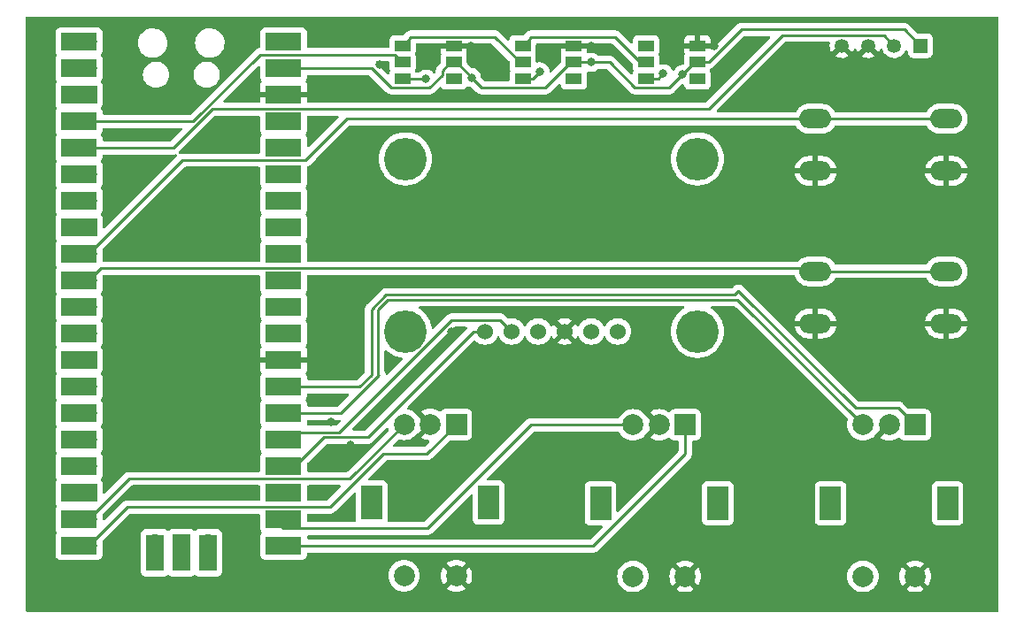
<source format=gbr>
%TF.GenerationSoftware,KiCad,Pcbnew,(6.0.7-1)-1*%
%TF.CreationDate,2022-09-01T12:29:14-04:00*%
%TF.ProjectId,pico-color-picker,7069636f-2d63-46f6-9c6f-722d7069636b,rev?*%
%TF.SameCoordinates,Original*%
%TF.FileFunction,Copper,L1,Top*%
%TF.FilePolarity,Positive*%
%FSLAX46Y46*%
G04 Gerber Fmt 4.6, Leading zero omitted, Abs format (unit mm)*
G04 Created by KiCad (PCBNEW (6.0.7-1)-1) date 2022-09-01 12:29:14*
%MOMM*%
%LPD*%
G01*
G04 APERTURE LIST*
%TA.AperFunction,ComponentPad*%
%ADD10R,2.000000X2.000000*%
%TD*%
%TA.AperFunction,ComponentPad*%
%ADD11C,2.000000*%
%TD*%
%TA.AperFunction,ComponentPad*%
%ADD12R,2.000000X3.200000*%
%TD*%
%TA.AperFunction,ComponentPad*%
%ADD13C,1.524000*%
%TD*%
%TA.AperFunction,ComponentPad*%
%ADD14C,4.064000*%
%TD*%
%TA.AperFunction,ComponentPad*%
%ADD15R,1.350000X1.350000*%
%TD*%
%TA.AperFunction,ComponentPad*%
%ADD16C,1.350000*%
%TD*%
%TA.AperFunction,SMDPad,CuDef*%
%ADD17R,1.500000X1.000000*%
%TD*%
%TA.AperFunction,ComponentPad*%
%ADD18O,3.048000X1.850000*%
%TD*%
%TA.AperFunction,SMDPad,CuDef*%
%ADD19R,3.500000X1.700000*%
%TD*%
%TA.AperFunction,ComponentPad*%
%ADD20O,1.700000X1.700000*%
%TD*%
%TA.AperFunction,ComponentPad*%
%ADD21R,1.700000X1.700000*%
%TD*%
%TA.AperFunction,SMDPad,CuDef*%
%ADD22R,1.700000X3.500000*%
%TD*%
%TA.AperFunction,ViaPad*%
%ADD23C,0.800000*%
%TD*%
%TA.AperFunction,Conductor*%
%ADD24C,0.250000*%
%TD*%
G04 APERTURE END LIST*
D10*
%TO.P,SW3,A,A*%
%TO.N,Net-(SW3-PadA)*%
X119000000Y-103550000D03*
D11*
%TO.P,SW3,B,B*%
%TO.N,Net-(SW3-PadB)*%
X114000000Y-103550000D03*
%TO.P,SW3,C,C*%
%TO.N,GND*%
X116500000Y-103550000D03*
D12*
%TO.P,SW3,MP*%
%TO.N,N/C*%
X122100000Y-111050000D03*
X110900000Y-111050000D03*
D11*
%TO.P,SW3,S1,S1*%
%TO.N,Net-(SW3-PadS1)*%
X114000000Y-118050000D03*
%TO.P,SW3,S2,S2*%
%TO.N,GND*%
X119000000Y-118050000D03*
%TD*%
D10*
%TO.P,SW1,A,A*%
%TO.N,Net-(SW1-PadA)*%
X162900000Y-103600000D03*
D11*
%TO.P,SW1,B,B*%
%TO.N,Net-(SW1-PadB)*%
X157900000Y-103600000D03*
%TO.P,SW1,C,C*%
%TO.N,GND*%
X160400000Y-103600000D03*
D12*
%TO.P,SW1,MP*%
%TO.N,N/C*%
X166000000Y-111100000D03*
X154800000Y-111100000D03*
D11*
%TO.P,SW1,S1,S1*%
%TO.N,Net-(SW1-PadS1)*%
X157900000Y-118100000D03*
%TO.P,SW1,S2,S2*%
%TO.N,GND*%
X162900000Y-118100000D03*
%TD*%
D13*
%TO.P,U2,1,SDA*%
%TO.N,Net-(U1-Pad24)*%
X121750000Y-94655000D03*
%TO.P,U2,2,SCL*%
%TO.N,Net-(U1-Pad25)*%
X124290000Y-94655000D03*
%TO.P,U2,3,RESET*%
%TO.N,unconnected-(U2-Pad3)*%
X126830000Y-94655000D03*
%TO.P,U2,4,GND*%
%TO.N,GND*%
X129370000Y-94655000D03*
%TO.P,U2,5,3V_{D}*%
%TO.N,unconnected-(U2-Pad5)*%
X131910000Y-94655000D03*
%TO.P,U2,6,VIN*%
%TO.N,+5V*%
X134450000Y-94655000D03*
D14*
%TO.P,U2,MT*%
%TO.N,N/C*%
X114130000Y-78145000D03*
X142070000Y-78145000D03*
X114130000Y-94655000D03*
X142070000Y-94655000D03*
%TD*%
D15*
%TO.P,J1,1,Pin_1*%
%TO.N,+5V*%
X163400000Y-67300000D03*
D16*
%TO.P,J1,2,Pin_2*%
%TO.N,Net-(J1-Pad2)*%
X160900000Y-67300000D03*
%TO.P,J1,3,Pin_3*%
%TO.N,GND*%
X158400000Y-67300000D03*
%TO.P,J1,4,Pin_4*%
X155900000Y-67300000D03*
%TD*%
D10*
%TO.P,SW2,A,A*%
%TO.N,Net-(SW2-PadA)*%
X140900000Y-103600000D03*
D11*
%TO.P,SW2,B,B*%
%TO.N,Net-(SW2-PadB)*%
X135900000Y-103600000D03*
%TO.P,SW2,C,C*%
%TO.N,GND*%
X138400000Y-103600000D03*
D12*
%TO.P,SW2,MP*%
%TO.N,N/C*%
X144000000Y-111100000D03*
X132800000Y-111100000D03*
D11*
%TO.P,SW2,S1,S1*%
%TO.N,Net-(SW2-PadS1)*%
X135900000Y-118100000D03*
%TO.P,SW2,S2,S2*%
%TO.N,GND*%
X140900000Y-118100000D03*
%TD*%
D17*
%TO.P,D3,1,DOUT*%
%TO.N,Net-(D2-Pad2)*%
X113850000Y-67300000D03*
%TO.P,D3,2,DIN*%
%TO.N,Net-(D3-Pad2)*%
X113850000Y-68900000D03*
%TO.P,D3,3,VCC*%
%TO.N,Net-(C3-Pad2)*%
X113850000Y-70500000D03*
%TO.P,D3,4,NC*%
%TO.N,unconnected-(D3-Pad4)*%
X118750000Y-70500000D03*
%TO.P,D3,5,VDD*%
%TO.N,+5V*%
X118750000Y-68900000D03*
%TO.P,D3,6,VSS*%
%TO.N,GND*%
X118750000Y-67300000D03*
%TD*%
D18*
%TO.P,SW4,1,1*%
%TO.N,Net-(SW4-Pad1)*%
X165860000Y-88900000D03*
X153360000Y-88900000D03*
%TO.P,SW4,2,2*%
%TO.N,GND*%
X153360000Y-93900000D03*
X165860000Y-93900000D03*
%TD*%
D19*
%TO.P,U1,1,GPIO0*%
%TO.N,unconnected-(U1-Pad1)*%
X82905000Y-66925000D03*
D20*
X83805000Y-66925000D03*
%TO.P,U1,2,GPIO1*%
%TO.N,unconnected-(U1-Pad2)*%
X83805000Y-69465000D03*
D19*
X82905000Y-69465000D03*
%TO.P,U1,3,GND*%
%TO.N,unconnected-(U1-Pad3)*%
X82905000Y-72005000D03*
D21*
X83805000Y-72005000D03*
D19*
%TO.P,U1,4,GPIO2*%
%TO.N,Net-(D3-Pad2)*%
X82905000Y-74545000D03*
D20*
X83805000Y-74545000D03*
%TO.P,U1,5,GPIO3*%
%TO.N,Net-(J1-Pad2)*%
X83805000Y-77085000D03*
D19*
X82905000Y-77085000D03*
D20*
%TO.P,U1,6,GPIO4*%
%TO.N,unconnected-(U1-Pad6)*%
X83805000Y-79625000D03*
D19*
X82905000Y-79625000D03*
%TO.P,U1,7,GPIO5*%
%TO.N,unconnected-(U1-Pad7)*%
X82905000Y-82165000D03*
D20*
X83805000Y-82165000D03*
D21*
%TO.P,U1,8,GND*%
%TO.N,unconnected-(U1-Pad8)*%
X83805000Y-84705000D03*
D19*
X82905000Y-84705000D03*
D20*
%TO.P,U1,9,GPIO6*%
%TO.N,Net-(SW5-Pad1)*%
X83805000Y-87245000D03*
D19*
X82905000Y-87245000D03*
%TO.P,U1,10,GPIO7*%
%TO.N,Net-(SW4-Pad1)*%
X82905000Y-89785000D03*
D20*
X83805000Y-89785000D03*
D19*
%TO.P,U1,11,GPIO8*%
%TO.N,unconnected-(U1-Pad11)*%
X82905000Y-92325000D03*
D20*
X83805000Y-92325000D03*
%TO.P,U1,12,GPIO9*%
%TO.N,unconnected-(U1-Pad12)*%
X83805000Y-94865000D03*
D19*
X82905000Y-94865000D03*
D21*
%TO.P,U1,13,GND*%
%TO.N,unconnected-(U1-Pad13)*%
X83805000Y-97405000D03*
D19*
X82905000Y-97405000D03*
%TO.P,U1,14,GPIO10*%
%TO.N,unconnected-(U1-Pad14)*%
X82905000Y-99945000D03*
D20*
X83805000Y-99945000D03*
%TO.P,U1,15,GPIO11*%
%TO.N,Net-(SW1-PadS1)*%
X83805000Y-102485000D03*
D19*
X82905000Y-102485000D03*
D20*
%TO.P,U1,16,GPIO12*%
%TO.N,Net-(SW2-PadS1)*%
X83805000Y-105025000D03*
D19*
X82905000Y-105025000D03*
%TO.P,U1,17,GPIO13*%
%TO.N,Net-(SW3-PadS1)*%
X82905000Y-107565000D03*
D20*
X83805000Y-107565000D03*
D19*
%TO.P,U1,18,GND*%
%TO.N,unconnected-(U1-Pad18)*%
X82905000Y-110105000D03*
D21*
X83805000Y-110105000D03*
D20*
%TO.P,U1,19,GPIO14*%
%TO.N,Net-(SW3-PadB)*%
X83805000Y-112645000D03*
D19*
X82905000Y-112645000D03*
D20*
%TO.P,U1,20,GPIO15*%
%TO.N,Net-(SW3-PadA)*%
X83805000Y-115185000D03*
D19*
X82905000Y-115185000D03*
%TO.P,U1,21,GPIO16*%
%TO.N,Net-(SW2-PadA)*%
X102485000Y-115185000D03*
D20*
X101585000Y-115185000D03*
D19*
%TO.P,U1,22,GPIO17*%
%TO.N,Net-(SW2-PadB)*%
X102485000Y-112645000D03*
D20*
X101585000Y-112645000D03*
D21*
%TO.P,U1,23,GND*%
%TO.N,unconnected-(U1-Pad23)*%
X101585000Y-110105000D03*
D19*
X102485000Y-110105000D03*
%TO.P,U1,24,GPIO18*%
%TO.N,Net-(U1-Pad24)*%
X102485000Y-107565000D03*
D20*
X101585000Y-107565000D03*
D19*
%TO.P,U1,25,GPIO19*%
%TO.N,Net-(U1-Pad25)*%
X102485000Y-105025000D03*
D20*
X101585000Y-105025000D03*
%TO.P,U1,26,GPIO20*%
%TO.N,Net-(SW1-PadB)*%
X101585000Y-102485000D03*
D19*
X102485000Y-102485000D03*
D20*
%TO.P,U1,27,GPIO21*%
%TO.N,Net-(SW1-PadA)*%
X101585000Y-99945000D03*
D19*
X102485000Y-99945000D03*
%TO.P,U1,28,GND*%
%TO.N,GND*%
X102485000Y-97405000D03*
D21*
X101585000Y-97405000D03*
D19*
%TO.P,U1,29,GPIO22*%
%TO.N,unconnected-(U1-Pad29)*%
X102485000Y-94865000D03*
D20*
X101585000Y-94865000D03*
D19*
%TO.P,U1,30,RUN*%
%TO.N,unconnected-(U1-Pad30)*%
X102485000Y-92325000D03*
D20*
X101585000Y-92325000D03*
%TO.P,U1,31,GPIO26_ADC0*%
%TO.N,unconnected-(U1-Pad31)*%
X101585000Y-89785000D03*
D19*
X102485000Y-89785000D03*
%TO.P,U1,32,GPIO27_ADC1*%
%TO.N,unconnected-(U1-Pad32)*%
X102485000Y-87245000D03*
D20*
X101585000Y-87245000D03*
D21*
%TO.P,U1,33,AGND*%
%TO.N,unconnected-(U1-Pad33)*%
X101585000Y-84705000D03*
D19*
X102485000Y-84705000D03*
D20*
%TO.P,U1,34,GPIO28_ADC2*%
%TO.N,unconnected-(U1-Pad34)*%
X101585000Y-82165000D03*
D19*
X102485000Y-82165000D03*
D20*
%TO.P,U1,35,ADC_VREF*%
%TO.N,unconnected-(U1-Pad35)*%
X101585000Y-79625000D03*
D19*
X102485000Y-79625000D03*
%TO.P,U1,36,3V3*%
%TO.N,unconnected-(U1-Pad36)*%
X102485000Y-77085000D03*
D20*
X101585000Y-77085000D03*
%TO.P,U1,37,3V3_EN*%
%TO.N,unconnected-(U1-Pad37)*%
X101585000Y-74545000D03*
D19*
X102485000Y-74545000D03*
%TO.P,U1,38,GND*%
%TO.N,GND*%
X102485000Y-72005000D03*
D21*
X101585000Y-72005000D03*
D20*
%TO.P,U1,39,VSYS*%
%TO.N,+5V*%
X101585000Y-69465000D03*
D19*
X102485000Y-69465000D03*
D20*
%TO.P,U1,40,VBUS*%
%TO.N,unconnected-(U1-Pad40)*%
X101585000Y-66925000D03*
D19*
X102485000Y-66925000D03*
D20*
%TO.P,U1,41,SWCLK*%
%TO.N,unconnected-(U1-Pad41)*%
X90155000Y-114955000D03*
D22*
X90155000Y-115855000D03*
D21*
%TO.P,U1,42,GND*%
%TO.N,unconnected-(U1-Pad42)*%
X92695000Y-114955000D03*
D22*
X92695000Y-115855000D03*
%TO.P,U1,43,SWDIO*%
%TO.N,unconnected-(U1-Pad43)*%
X95235000Y-115855000D03*
D20*
X95235000Y-114955000D03*
%TD*%
D17*
%TO.P,D1,1,DOUT*%
%TO.N,unconnected-(D1-Pad1)*%
X137150000Y-67300000D03*
%TO.P,D1,2,DIN*%
%TO.N,Net-(D1-Pad2)*%
X137150000Y-68900000D03*
%TO.P,D1,3,VCC*%
%TO.N,Net-(C1-Pad2)*%
X137150000Y-70500000D03*
%TO.P,D1,4,NC*%
%TO.N,unconnected-(D1-Pad4)*%
X142050000Y-70500000D03*
%TO.P,D1,5,VDD*%
%TO.N,+5V*%
X142050000Y-68900000D03*
%TO.P,D1,6,VSS*%
%TO.N,GND*%
X142050000Y-67300000D03*
%TD*%
D18*
%TO.P,SW5,1,1*%
%TO.N,Net-(SW5-Pad1)*%
X165860000Y-74300000D03*
X153360000Y-74300000D03*
%TO.P,SW5,2,2*%
%TO.N,GND*%
X153360000Y-79300000D03*
X165860000Y-79300000D03*
%TD*%
D17*
%TO.P,D2,1,DOUT*%
%TO.N,Net-(D1-Pad2)*%
X125350000Y-67300000D03*
%TO.P,D2,2,DIN*%
%TO.N,Net-(D2-Pad2)*%
X125350000Y-68900000D03*
%TO.P,D2,3,VCC*%
%TO.N,Net-(C2-Pad2)*%
X125350000Y-70500000D03*
%TO.P,D2,4,NC*%
%TO.N,unconnected-(D2-Pad4)*%
X130250000Y-70500000D03*
%TO.P,D2,5,VDD*%
%TO.N,+5V*%
X130250000Y-68900000D03*
%TO.P,D2,6,VSS*%
%TO.N,GND*%
X130250000Y-67300000D03*
%TD*%
D23*
%TO.N,GND*%
X93300000Y-110200000D03*
X111700000Y-69100000D03*
X96800000Y-76300000D03*
X96600000Y-84300000D03*
X87000000Y-81100000D03*
X112600000Y-97800000D03*
X108000000Y-112300000D03*
X87300000Y-75900000D03*
X107200000Y-101100000D03*
X109000000Y-94400000D03*
X131900000Y-67300000D03*
X87600000Y-103700000D03*
X98100000Y-107200000D03*
X108900000Y-105500000D03*
X120400000Y-67300000D03*
X115900000Y-108900000D03*
X105800000Y-74700000D03*
X107000000Y-103300000D03*
X105700000Y-110200000D03*
X118500000Y-94700000D03*
X143700000Y-67300000D03*
%TO.N,Net-(C1-Pad2)*%
X138800000Y-70000000D03*
%TO.N,Net-(C2-Pad2)*%
X127000000Y-69800000D03*
%TO.N,+5V*%
X120450000Y-70350000D03*
X131900000Y-68900000D03*
X140650000Y-70050000D03*
%TO.N,Net-(C3-Pad2)*%
X116100000Y-70500000D03*
%TD*%
D24*
%TO.N,GND*%
X130250000Y-67300000D02*
X131900000Y-67300000D01*
X118750000Y-67300000D02*
X120400000Y-67300000D01*
X142050000Y-67300000D02*
X143700000Y-67300000D01*
%TO.N,Net-(C1-Pad2)*%
X137150000Y-70500000D02*
X138300000Y-70500000D01*
X138300000Y-70500000D02*
X138800000Y-70000000D01*
%TO.N,Net-(C2-Pad2)*%
X126300000Y-70500000D02*
X127000000Y-69800000D01*
X125350000Y-70500000D02*
X126300000Y-70500000D01*
%TO.N,+5V*%
X131900000Y-68900000D02*
X133650000Y-68900000D01*
X127525000Y-71325000D02*
X129950000Y-68900000D01*
X133650000Y-68900000D02*
X136075000Y-71325000D01*
X121425000Y-71325000D02*
X127525000Y-71325000D01*
X120450000Y-70350000D02*
X121425000Y-71325000D01*
X140650000Y-70050000D02*
X141800000Y-68900000D01*
X117675000Y-70100000D02*
X117675000Y-69675000D01*
X118750000Y-68900000D02*
X119000000Y-68900000D01*
X136075000Y-71325000D02*
X139375000Y-71325000D01*
X161854978Y-65754978D02*
X146270327Y-65754978D01*
X163400000Y-67300000D02*
X161854978Y-65754978D01*
X139375000Y-71325000D02*
X140650000Y-70050000D01*
X110915000Y-69465000D02*
X112775000Y-71325000D01*
X117675000Y-69675000D02*
X118450000Y-68900000D01*
X112775000Y-71325000D02*
X116450000Y-71325000D01*
X116450000Y-71325000D02*
X117675000Y-70100000D01*
X146270327Y-65754978D02*
X143125305Y-68900000D01*
X119000000Y-68900000D02*
X120450000Y-70350000D01*
X130250000Y-68900000D02*
X131900000Y-68900000D01*
X143125305Y-68900000D02*
X142050000Y-68900000D01*
X101585000Y-69465000D02*
X110915000Y-69465000D01*
X129950000Y-68900000D02*
X130250000Y-68900000D01*
X118450000Y-68900000D02*
X118750000Y-68900000D01*
X141800000Y-68900000D02*
X142050000Y-68900000D01*
%TO.N,Net-(D1-Pad2)*%
X126175000Y-66475000D02*
X134175000Y-66475000D01*
X136600000Y-68900000D02*
X137150000Y-68900000D01*
X134175000Y-66475000D02*
X136600000Y-68900000D01*
X125350000Y-67300000D02*
X126175000Y-66475000D01*
%TO.N,Net-(D2-Pad2)*%
X122675000Y-66475000D02*
X125100000Y-68900000D01*
X114675000Y-66475000D02*
X122675000Y-66475000D01*
X125100000Y-68900000D02*
X125350000Y-68900000D01*
X113850000Y-67300000D02*
X114675000Y-66475000D01*
%TO.N,Net-(D3-Pad2)*%
X100236983Y-68150000D02*
X93841983Y-74545000D01*
X93841983Y-74545000D02*
X83805000Y-74545000D01*
X113100000Y-68150000D02*
X100236983Y-68150000D01*
X113850000Y-68900000D02*
X113100000Y-68150000D01*
%TO.N,Net-(C3-Pad2)*%
X113850000Y-70500000D02*
X116100000Y-70500000D01*
%TO.N,Net-(SW2-PadA)*%
X140900000Y-103600000D02*
X140900000Y-106400000D01*
X132115000Y-115185000D02*
X101585000Y-115185000D01*
X140900000Y-106400000D02*
X132115000Y-115185000D01*
%TO.N,Net-(SW2-PadB)*%
X102440000Y-113500000D02*
X101585000Y-112645000D01*
X126150000Y-103600000D02*
X116250000Y-113500000D01*
X135900000Y-103600000D02*
X126150000Y-103600000D01*
X116250000Y-113500000D02*
X102440000Y-113500000D01*
%TO.N,Net-(SW3-PadA)*%
X87520000Y-111470000D02*
X83805000Y-115185000D01*
X119000000Y-103550000D02*
X116200000Y-106350000D01*
X116200000Y-106350000D02*
X112050000Y-106350000D01*
X106930000Y-111470000D02*
X87520000Y-111470000D01*
X112050000Y-106350000D02*
X106930000Y-111470000D01*
%TO.N,Net-(SW3-PadB)*%
X114000000Y-103550000D02*
X108810000Y-108740000D01*
X108810000Y-108740000D02*
X87710000Y-108740000D01*
X87710000Y-108740000D02*
X83805000Y-112645000D01*
%TO.N,Net-(SW1-PadA)*%
X146000000Y-90800000D02*
X145639332Y-91160668D01*
X161300000Y-102000000D02*
X157200000Y-102000000D01*
X162900000Y-103600000D02*
X161300000Y-102000000D01*
X157200000Y-102000000D02*
X146000000Y-90800000D01*
X109755000Y-99945000D02*
X101585000Y-99945000D01*
X145639332Y-91160668D02*
X112278603Y-91160668D01*
X110900000Y-98800000D02*
X109755000Y-99945000D01*
X110900000Y-92539271D02*
X110900000Y-98800000D01*
X112278603Y-91160668D02*
X110900000Y-92539271D01*
%TO.N,Net-(SW1-PadB)*%
X107915000Y-102485000D02*
X111600000Y-98800000D01*
X111500000Y-92575667D02*
X111500000Y-98900000D01*
X112464999Y-91610668D02*
X111500000Y-92575667D01*
X145910668Y-91610668D02*
X112464999Y-91610668D01*
X157900000Y-103600000D02*
X145910668Y-91610668D01*
X101585000Y-102485000D02*
X107915000Y-102485000D01*
%TO.N,Net-(J1-Pad2)*%
X95653379Y-73370000D02*
X91938379Y-77085000D01*
X159900000Y-66300000D02*
X150200000Y-66300000D01*
X150200000Y-66300000D02*
X143130000Y-73370000D01*
X91938379Y-77085000D02*
X83805000Y-77085000D01*
X160900000Y-67300000D02*
X159900000Y-66300000D01*
X143130000Y-73370000D02*
X95653379Y-73370000D01*
%TO.N,Net-(SW4-Pad1)*%
X153070000Y-88610000D02*
X84980000Y-88610000D01*
X153360000Y-88900000D02*
X153070000Y-88610000D01*
X84980000Y-88610000D02*
X83805000Y-89785000D01*
X165860000Y-88900000D02*
X153996396Y-88900000D01*
X153996396Y-88900000D02*
X153678198Y-88581802D01*
%TO.N,Net-(SW5-Pad1)*%
X104560000Y-78260000D02*
X92790000Y-78260000D01*
X153360000Y-74300000D02*
X108520000Y-74300000D01*
X92790000Y-78260000D02*
X83805000Y-87245000D01*
X108520000Y-74300000D02*
X104560000Y-78260000D01*
X153996396Y-74300000D02*
X153678198Y-73981802D01*
X165860000Y-74300000D02*
X153996396Y-74300000D01*
%TO.N,Net-(U1-Pad24)*%
X103535000Y-107565000D02*
X101585000Y-107565000D01*
X121750000Y-94655000D02*
X120672370Y-94655000D01*
X120672370Y-94655000D02*
X110552370Y-104775000D01*
X106325000Y-104775000D02*
X103535000Y-107565000D01*
X110552370Y-104775000D02*
X106325000Y-104775000D01*
%TO.N,Net-(U1-Pad25)*%
X124290000Y-94655000D02*
X123203000Y-93568000D01*
X102310000Y-104300000D02*
X101585000Y-105025000D01*
X107818302Y-104300000D02*
X102310000Y-104300000D01*
X118550302Y-93568000D02*
X107818302Y-104300000D01*
X123203000Y-93568000D02*
X118550302Y-93568000D01*
%TD*%
%TA.AperFunction,Conductor*%
%TO.N,GND*%
G36*
X170833621Y-64528502D02*
G01*
X170880114Y-64582158D01*
X170891500Y-64634500D01*
X170891500Y-121365500D01*
X170871498Y-121433621D01*
X170817842Y-121480114D01*
X170765500Y-121491500D01*
X77934500Y-121491500D01*
X77866379Y-121471498D01*
X77819886Y-121417842D01*
X77808500Y-121365500D01*
X77808500Y-116083134D01*
X80646500Y-116083134D01*
X80653255Y-116145316D01*
X80704385Y-116281705D01*
X80791739Y-116398261D01*
X80908295Y-116485615D01*
X81044684Y-116536745D01*
X81106866Y-116543500D01*
X83775826Y-116543500D01*
X83780443Y-116543585D01*
X83861673Y-116546564D01*
X83861677Y-116546564D01*
X83866837Y-116546753D01*
X83871957Y-116546097D01*
X83871959Y-116546097D01*
X83884261Y-116544521D01*
X83900271Y-116543500D01*
X84703134Y-116543500D01*
X84765316Y-116536745D01*
X84901705Y-116485615D01*
X85018261Y-116398261D01*
X85105615Y-116281705D01*
X85156745Y-116145316D01*
X85163500Y-116083134D01*
X85163500Y-115282856D01*
X85164578Y-115266409D01*
X85166092Y-115254908D01*
X85166529Y-115251590D01*
X85168156Y-115185000D01*
X85163924Y-115133524D01*
X85163500Y-115123200D01*
X85163500Y-114921695D01*
X88792251Y-114921695D01*
X88792548Y-114926848D01*
X88792548Y-114926851D01*
X88796291Y-114991763D01*
X88796500Y-114999016D01*
X88796500Y-117653134D01*
X88803255Y-117715316D01*
X88854385Y-117851705D01*
X88941739Y-117968261D01*
X89058295Y-118055615D01*
X89194684Y-118106745D01*
X89256866Y-118113500D01*
X91053134Y-118113500D01*
X91115316Y-118106745D01*
X91251705Y-118055615D01*
X91349436Y-117982370D01*
X91415941Y-117957522D01*
X91485324Y-117972575D01*
X91500562Y-117982368D01*
X91598295Y-118055615D01*
X91734684Y-118106745D01*
X91796866Y-118113500D01*
X93593134Y-118113500D01*
X93655316Y-118106745D01*
X93791705Y-118055615D01*
X93889436Y-117982370D01*
X93955941Y-117957522D01*
X94025324Y-117972575D01*
X94040562Y-117982368D01*
X94138295Y-118055615D01*
X94274684Y-118106745D01*
X94336866Y-118113500D01*
X96133134Y-118113500D01*
X96195316Y-118106745D01*
X96331705Y-118055615D01*
X96339197Y-118050000D01*
X112486835Y-118050000D01*
X112505465Y-118286711D01*
X112506619Y-118291518D01*
X112506620Y-118291524D01*
X112518624Y-118341524D01*
X112560895Y-118517594D01*
X112562788Y-118522165D01*
X112562789Y-118522167D01*
X112649772Y-118732163D01*
X112651760Y-118736963D01*
X112654346Y-118741183D01*
X112773241Y-118935202D01*
X112773245Y-118935208D01*
X112775824Y-118939416D01*
X112930031Y-119119969D01*
X113110584Y-119274176D01*
X113114792Y-119276755D01*
X113114798Y-119276759D01*
X113222189Y-119342568D01*
X113313037Y-119398240D01*
X113317607Y-119400133D01*
X113317611Y-119400135D01*
X113527833Y-119487211D01*
X113532406Y-119489105D01*
X113612609Y-119508360D01*
X113758476Y-119543380D01*
X113758482Y-119543381D01*
X113763289Y-119544535D01*
X114000000Y-119563165D01*
X114236711Y-119544535D01*
X114241518Y-119543381D01*
X114241524Y-119543380D01*
X114387391Y-119508360D01*
X114467594Y-119489105D01*
X114472167Y-119487211D01*
X114682389Y-119400135D01*
X114682393Y-119400133D01*
X114686963Y-119398240D01*
X114777811Y-119342568D01*
X114875556Y-119282670D01*
X118132160Y-119282670D01*
X118137887Y-119290320D01*
X118309042Y-119395205D01*
X118317837Y-119399687D01*
X118527988Y-119486734D01*
X118537373Y-119489783D01*
X118758554Y-119542885D01*
X118768301Y-119544428D01*
X118995070Y-119562275D01*
X119004930Y-119562275D01*
X119231699Y-119544428D01*
X119241446Y-119542885D01*
X119462627Y-119489783D01*
X119472012Y-119486734D01*
X119682163Y-119399687D01*
X119690958Y-119395205D01*
X119858445Y-119292568D01*
X119867907Y-119282110D01*
X119864124Y-119273334D01*
X119012812Y-118422022D01*
X118998868Y-118414408D01*
X118997035Y-118414539D01*
X118990420Y-118418790D01*
X118138920Y-119270290D01*
X118132160Y-119282670D01*
X114875556Y-119282670D01*
X114885202Y-119276759D01*
X114885208Y-119276755D01*
X114889416Y-119274176D01*
X115069969Y-119119969D01*
X115224176Y-118939416D01*
X115226755Y-118935208D01*
X115226759Y-118935202D01*
X115345654Y-118741183D01*
X115348240Y-118736963D01*
X115350229Y-118732163D01*
X115437211Y-118522167D01*
X115437212Y-118522165D01*
X115439105Y-118517594D01*
X115481376Y-118341524D01*
X115493380Y-118291524D01*
X115493381Y-118291518D01*
X115494535Y-118286711D01*
X115512777Y-118054930D01*
X117487725Y-118054930D01*
X117505572Y-118281699D01*
X117507115Y-118291446D01*
X117560217Y-118512627D01*
X117563266Y-118522012D01*
X117650313Y-118732163D01*
X117654795Y-118740958D01*
X117757432Y-118908445D01*
X117767890Y-118917907D01*
X117776666Y-118914124D01*
X118627978Y-118062812D01*
X118634356Y-118051132D01*
X119364408Y-118051132D01*
X119364539Y-118052965D01*
X119368790Y-118059580D01*
X120220290Y-118911080D01*
X120232670Y-118917840D01*
X120240320Y-118912113D01*
X120345205Y-118740958D01*
X120349687Y-118732163D01*
X120436734Y-118522012D01*
X120439783Y-118512627D01*
X120492885Y-118291446D01*
X120494428Y-118281699D01*
X120508728Y-118100000D01*
X134386835Y-118100000D01*
X134405465Y-118336711D01*
X134460895Y-118567594D01*
X134462788Y-118572165D01*
X134462789Y-118572167D01*
X134549772Y-118782163D01*
X134551760Y-118786963D01*
X134554346Y-118791183D01*
X134673241Y-118985202D01*
X134673245Y-118985208D01*
X134675824Y-118989416D01*
X134830031Y-119169969D01*
X135010584Y-119324176D01*
X135014792Y-119326755D01*
X135014798Y-119326759D01*
X135133806Y-119399687D01*
X135213037Y-119448240D01*
X135217607Y-119450133D01*
X135217611Y-119450135D01*
X135427833Y-119537211D01*
X135432406Y-119539105D01*
X135512609Y-119558360D01*
X135658476Y-119593380D01*
X135658482Y-119593381D01*
X135663289Y-119594535D01*
X135900000Y-119613165D01*
X136136711Y-119594535D01*
X136141518Y-119593381D01*
X136141524Y-119593380D01*
X136287391Y-119558360D01*
X136367594Y-119539105D01*
X136372167Y-119537211D01*
X136582389Y-119450135D01*
X136582393Y-119450133D01*
X136586963Y-119448240D01*
X136666194Y-119399687D01*
X136775556Y-119332670D01*
X140032160Y-119332670D01*
X140037887Y-119340320D01*
X140209042Y-119445205D01*
X140217837Y-119449687D01*
X140427988Y-119536734D01*
X140437373Y-119539783D01*
X140658554Y-119592885D01*
X140668301Y-119594428D01*
X140895070Y-119612275D01*
X140904930Y-119612275D01*
X141131699Y-119594428D01*
X141141446Y-119592885D01*
X141362627Y-119539783D01*
X141372012Y-119536734D01*
X141582163Y-119449687D01*
X141590958Y-119445205D01*
X141758445Y-119342568D01*
X141767907Y-119332110D01*
X141764124Y-119323334D01*
X140912812Y-118472022D01*
X140898868Y-118464408D01*
X140897035Y-118464539D01*
X140890420Y-118468790D01*
X140038920Y-119320290D01*
X140032160Y-119332670D01*
X136775556Y-119332670D01*
X136785202Y-119326759D01*
X136785208Y-119326755D01*
X136789416Y-119324176D01*
X136969969Y-119169969D01*
X137124176Y-118989416D01*
X137126755Y-118985208D01*
X137126759Y-118985202D01*
X137245654Y-118791183D01*
X137248240Y-118786963D01*
X137250229Y-118782163D01*
X137337211Y-118572167D01*
X137337212Y-118572165D01*
X137339105Y-118567594D01*
X137394535Y-118336711D01*
X137412777Y-118104930D01*
X139387725Y-118104930D01*
X139405572Y-118331699D01*
X139407115Y-118341446D01*
X139460217Y-118562627D01*
X139463266Y-118572012D01*
X139550313Y-118782163D01*
X139554795Y-118790958D01*
X139657432Y-118958445D01*
X139667890Y-118967907D01*
X139676666Y-118964124D01*
X140527978Y-118112812D01*
X140534356Y-118101132D01*
X141264408Y-118101132D01*
X141264539Y-118102965D01*
X141268790Y-118109580D01*
X142120290Y-118961080D01*
X142132670Y-118967840D01*
X142140320Y-118962113D01*
X142245205Y-118790958D01*
X142249687Y-118782163D01*
X142336734Y-118572012D01*
X142339783Y-118562627D01*
X142392885Y-118341446D01*
X142394428Y-118331699D01*
X142412275Y-118104930D01*
X142412275Y-118100000D01*
X156386835Y-118100000D01*
X156405465Y-118336711D01*
X156460895Y-118567594D01*
X156462788Y-118572165D01*
X156462789Y-118572167D01*
X156549772Y-118782163D01*
X156551760Y-118786963D01*
X156554346Y-118791183D01*
X156673241Y-118985202D01*
X156673245Y-118985208D01*
X156675824Y-118989416D01*
X156830031Y-119169969D01*
X157010584Y-119324176D01*
X157014792Y-119326755D01*
X157014798Y-119326759D01*
X157133806Y-119399687D01*
X157213037Y-119448240D01*
X157217607Y-119450133D01*
X157217611Y-119450135D01*
X157427833Y-119537211D01*
X157432406Y-119539105D01*
X157512609Y-119558360D01*
X157658476Y-119593380D01*
X157658482Y-119593381D01*
X157663289Y-119594535D01*
X157900000Y-119613165D01*
X158136711Y-119594535D01*
X158141518Y-119593381D01*
X158141524Y-119593380D01*
X158287391Y-119558360D01*
X158367594Y-119539105D01*
X158372167Y-119537211D01*
X158582389Y-119450135D01*
X158582393Y-119450133D01*
X158586963Y-119448240D01*
X158666194Y-119399687D01*
X158775556Y-119332670D01*
X162032160Y-119332670D01*
X162037887Y-119340320D01*
X162209042Y-119445205D01*
X162217837Y-119449687D01*
X162427988Y-119536734D01*
X162437373Y-119539783D01*
X162658554Y-119592885D01*
X162668301Y-119594428D01*
X162895070Y-119612275D01*
X162904930Y-119612275D01*
X163131699Y-119594428D01*
X163141446Y-119592885D01*
X163362627Y-119539783D01*
X163372012Y-119536734D01*
X163582163Y-119449687D01*
X163590958Y-119445205D01*
X163758445Y-119342568D01*
X163767907Y-119332110D01*
X163764124Y-119323334D01*
X162912812Y-118472022D01*
X162898868Y-118464408D01*
X162897035Y-118464539D01*
X162890420Y-118468790D01*
X162038920Y-119320290D01*
X162032160Y-119332670D01*
X158775556Y-119332670D01*
X158785202Y-119326759D01*
X158785208Y-119326755D01*
X158789416Y-119324176D01*
X158969969Y-119169969D01*
X159124176Y-118989416D01*
X159126755Y-118985208D01*
X159126759Y-118985202D01*
X159245654Y-118791183D01*
X159248240Y-118786963D01*
X159250229Y-118782163D01*
X159337211Y-118572167D01*
X159337212Y-118572165D01*
X159339105Y-118567594D01*
X159394535Y-118336711D01*
X159412777Y-118104930D01*
X161387725Y-118104930D01*
X161405572Y-118331699D01*
X161407115Y-118341446D01*
X161460217Y-118562627D01*
X161463266Y-118572012D01*
X161550313Y-118782163D01*
X161554795Y-118790958D01*
X161657432Y-118958445D01*
X161667890Y-118967907D01*
X161676666Y-118964124D01*
X162527978Y-118112812D01*
X162534356Y-118101132D01*
X163264408Y-118101132D01*
X163264539Y-118102965D01*
X163268790Y-118109580D01*
X164120290Y-118961080D01*
X164132670Y-118967840D01*
X164140320Y-118962113D01*
X164245205Y-118790958D01*
X164249687Y-118782163D01*
X164336734Y-118572012D01*
X164339783Y-118562627D01*
X164392885Y-118341446D01*
X164394428Y-118331699D01*
X164412275Y-118104930D01*
X164412275Y-118095070D01*
X164394428Y-117868301D01*
X164392885Y-117858554D01*
X164339783Y-117637373D01*
X164336734Y-117627988D01*
X164249687Y-117417837D01*
X164245205Y-117409042D01*
X164142568Y-117241555D01*
X164132110Y-117232093D01*
X164123334Y-117235876D01*
X163272022Y-118087188D01*
X163264408Y-118101132D01*
X162534356Y-118101132D01*
X162535592Y-118098868D01*
X162535461Y-118097035D01*
X162531210Y-118090420D01*
X161679710Y-117238920D01*
X161667330Y-117232160D01*
X161659680Y-117237887D01*
X161554795Y-117409042D01*
X161550313Y-117417837D01*
X161463266Y-117627988D01*
X161460217Y-117637373D01*
X161407115Y-117858554D01*
X161405572Y-117868301D01*
X161387725Y-118095070D01*
X161387725Y-118104930D01*
X159412777Y-118104930D01*
X159413165Y-118100000D01*
X159394535Y-117863289D01*
X159389736Y-117843297D01*
X159340260Y-117637218D01*
X159339105Y-117632406D01*
X159320388Y-117587218D01*
X159250135Y-117417611D01*
X159250133Y-117417607D01*
X159248240Y-117413037D01*
X159215014Y-117358817D01*
X159126759Y-117214798D01*
X159126755Y-117214792D01*
X159124176Y-117210584D01*
X158969969Y-117030031D01*
X158789416Y-116875824D01*
X158785208Y-116873245D01*
X158785202Y-116873241D01*
X158776470Y-116867890D01*
X162032093Y-116867890D01*
X162035876Y-116876666D01*
X162887188Y-117727978D01*
X162901132Y-117735592D01*
X162902965Y-117735461D01*
X162909580Y-117731210D01*
X163761080Y-116879710D01*
X163767840Y-116867330D01*
X163762113Y-116859680D01*
X163590958Y-116754795D01*
X163582163Y-116750313D01*
X163372012Y-116663266D01*
X163362627Y-116660217D01*
X163141446Y-116607115D01*
X163131699Y-116605572D01*
X162904930Y-116587725D01*
X162895070Y-116587725D01*
X162668301Y-116605572D01*
X162658554Y-116607115D01*
X162437373Y-116660217D01*
X162427988Y-116663266D01*
X162217837Y-116750313D01*
X162209042Y-116754795D01*
X162041555Y-116857432D01*
X162032093Y-116867890D01*
X158776470Y-116867890D01*
X158591183Y-116754346D01*
X158586963Y-116751760D01*
X158582393Y-116749867D01*
X158582389Y-116749865D01*
X158372167Y-116662789D01*
X158372165Y-116662788D01*
X158367594Y-116660895D01*
X158287391Y-116641640D01*
X158141524Y-116606620D01*
X158141518Y-116606619D01*
X158136711Y-116605465D01*
X157900000Y-116586835D01*
X157663289Y-116605465D01*
X157658482Y-116606619D01*
X157658476Y-116606620D01*
X157512609Y-116641640D01*
X157432406Y-116660895D01*
X157427835Y-116662788D01*
X157427833Y-116662789D01*
X157217611Y-116749865D01*
X157217607Y-116749867D01*
X157213037Y-116751760D01*
X157208817Y-116754346D01*
X157014798Y-116873241D01*
X157014792Y-116873245D01*
X157010584Y-116875824D01*
X156830031Y-117030031D01*
X156675824Y-117210584D01*
X156673245Y-117214792D01*
X156673241Y-117214798D01*
X156584986Y-117358817D01*
X156551760Y-117413037D01*
X156549867Y-117417607D01*
X156549865Y-117417611D01*
X156479612Y-117587218D01*
X156460895Y-117632406D01*
X156459740Y-117637218D01*
X156410265Y-117843297D01*
X156405465Y-117863289D01*
X156386835Y-118100000D01*
X142412275Y-118100000D01*
X142412275Y-118095070D01*
X142394428Y-117868301D01*
X142392885Y-117858554D01*
X142339783Y-117637373D01*
X142336734Y-117627988D01*
X142249687Y-117417837D01*
X142245205Y-117409042D01*
X142142568Y-117241555D01*
X142132110Y-117232093D01*
X142123334Y-117235876D01*
X141272022Y-118087188D01*
X141264408Y-118101132D01*
X140534356Y-118101132D01*
X140535592Y-118098868D01*
X140535461Y-118097035D01*
X140531210Y-118090420D01*
X139679710Y-117238920D01*
X139667330Y-117232160D01*
X139659680Y-117237887D01*
X139554795Y-117409042D01*
X139550313Y-117417837D01*
X139463266Y-117627988D01*
X139460217Y-117637373D01*
X139407115Y-117858554D01*
X139405572Y-117868301D01*
X139387725Y-118095070D01*
X139387725Y-118104930D01*
X137412777Y-118104930D01*
X137413165Y-118100000D01*
X137394535Y-117863289D01*
X137389736Y-117843297D01*
X137340260Y-117637218D01*
X137339105Y-117632406D01*
X137320388Y-117587218D01*
X137250135Y-117417611D01*
X137250133Y-117417607D01*
X137248240Y-117413037D01*
X137215014Y-117358817D01*
X137126759Y-117214798D01*
X137126755Y-117214792D01*
X137124176Y-117210584D01*
X136969969Y-117030031D01*
X136789416Y-116875824D01*
X136785208Y-116873245D01*
X136785202Y-116873241D01*
X136776470Y-116867890D01*
X140032093Y-116867890D01*
X140035876Y-116876666D01*
X140887188Y-117727978D01*
X140901132Y-117735592D01*
X140902965Y-117735461D01*
X140909580Y-117731210D01*
X141761080Y-116879710D01*
X141767840Y-116867330D01*
X141762113Y-116859680D01*
X141590958Y-116754795D01*
X141582163Y-116750313D01*
X141372012Y-116663266D01*
X141362627Y-116660217D01*
X141141446Y-116607115D01*
X141131699Y-116605572D01*
X140904930Y-116587725D01*
X140895070Y-116587725D01*
X140668301Y-116605572D01*
X140658554Y-116607115D01*
X140437373Y-116660217D01*
X140427988Y-116663266D01*
X140217837Y-116750313D01*
X140209042Y-116754795D01*
X140041555Y-116857432D01*
X140032093Y-116867890D01*
X136776470Y-116867890D01*
X136591183Y-116754346D01*
X136586963Y-116751760D01*
X136582393Y-116749867D01*
X136582389Y-116749865D01*
X136372167Y-116662789D01*
X136372165Y-116662788D01*
X136367594Y-116660895D01*
X136287391Y-116641640D01*
X136141524Y-116606620D01*
X136141518Y-116606619D01*
X136136711Y-116605465D01*
X135900000Y-116586835D01*
X135663289Y-116605465D01*
X135658482Y-116606619D01*
X135658476Y-116606620D01*
X135512609Y-116641640D01*
X135432406Y-116660895D01*
X135427835Y-116662788D01*
X135427833Y-116662789D01*
X135217611Y-116749865D01*
X135217607Y-116749867D01*
X135213037Y-116751760D01*
X135208817Y-116754346D01*
X135014798Y-116873241D01*
X135014792Y-116873245D01*
X135010584Y-116875824D01*
X134830031Y-117030031D01*
X134675824Y-117210584D01*
X134673245Y-117214792D01*
X134673241Y-117214798D01*
X134584986Y-117358817D01*
X134551760Y-117413037D01*
X134549867Y-117417607D01*
X134549865Y-117417611D01*
X134479612Y-117587218D01*
X134460895Y-117632406D01*
X134459740Y-117637218D01*
X134410265Y-117843297D01*
X134405465Y-117863289D01*
X134386835Y-118100000D01*
X120508728Y-118100000D01*
X120512275Y-118054930D01*
X120512275Y-118045070D01*
X120494428Y-117818301D01*
X120492885Y-117808554D01*
X120439783Y-117587373D01*
X120436734Y-117577988D01*
X120349687Y-117367837D01*
X120345205Y-117359042D01*
X120242568Y-117191555D01*
X120232110Y-117182093D01*
X120223334Y-117185876D01*
X119372022Y-118037188D01*
X119364408Y-118051132D01*
X118634356Y-118051132D01*
X118635592Y-118048868D01*
X118635461Y-118047035D01*
X118631210Y-118040420D01*
X117779710Y-117188920D01*
X117767330Y-117182160D01*
X117759680Y-117187887D01*
X117654795Y-117359042D01*
X117650313Y-117367837D01*
X117563266Y-117577988D01*
X117560217Y-117587373D01*
X117507115Y-117808554D01*
X117505572Y-117818301D01*
X117487725Y-118045070D01*
X117487725Y-118054930D01*
X115512777Y-118054930D01*
X115513165Y-118050000D01*
X115494535Y-117813289D01*
X115439105Y-117582406D01*
X115367203Y-117408817D01*
X115350135Y-117367611D01*
X115350133Y-117367607D01*
X115348240Y-117363037D01*
X115345654Y-117358817D01*
X115226759Y-117164798D01*
X115226755Y-117164792D01*
X115224176Y-117160584D01*
X115069969Y-116980031D01*
X114889416Y-116825824D01*
X114885208Y-116823245D01*
X114885202Y-116823241D01*
X114876470Y-116817890D01*
X118132093Y-116817890D01*
X118135876Y-116826666D01*
X118987188Y-117677978D01*
X119001132Y-117685592D01*
X119002965Y-117685461D01*
X119009580Y-117681210D01*
X119861080Y-116829710D01*
X119867840Y-116817330D01*
X119862113Y-116809680D01*
X119690958Y-116704795D01*
X119682163Y-116700313D01*
X119472012Y-116613266D01*
X119462627Y-116610217D01*
X119241446Y-116557115D01*
X119231699Y-116555572D01*
X119004930Y-116537725D01*
X118995070Y-116537725D01*
X118768301Y-116555572D01*
X118758554Y-116557115D01*
X118537373Y-116610217D01*
X118527988Y-116613266D01*
X118317837Y-116700313D01*
X118309042Y-116704795D01*
X118141555Y-116807432D01*
X118132093Y-116817890D01*
X114876470Y-116817890D01*
X114691183Y-116704346D01*
X114686963Y-116701760D01*
X114682393Y-116699867D01*
X114682389Y-116699865D01*
X114472167Y-116612789D01*
X114472165Y-116612788D01*
X114467594Y-116610895D01*
X114367377Y-116586835D01*
X114241524Y-116556620D01*
X114241518Y-116556619D01*
X114236711Y-116555465D01*
X114000000Y-116536835D01*
X113763289Y-116555465D01*
X113758482Y-116556619D01*
X113758476Y-116556620D01*
X113632623Y-116586835D01*
X113532406Y-116610895D01*
X113527835Y-116612788D01*
X113527833Y-116612789D01*
X113317611Y-116699865D01*
X113317607Y-116699867D01*
X113313037Y-116701760D01*
X113308817Y-116704346D01*
X113114798Y-116823241D01*
X113114792Y-116823245D01*
X113110584Y-116825824D01*
X112930031Y-116980031D01*
X112775824Y-117160584D01*
X112773245Y-117164792D01*
X112773241Y-117164798D01*
X112654346Y-117358817D01*
X112651760Y-117363037D01*
X112649867Y-117367607D01*
X112649865Y-117367611D01*
X112632797Y-117408817D01*
X112560895Y-117582406D01*
X112505465Y-117813289D01*
X112486835Y-118050000D01*
X96339197Y-118050000D01*
X96448261Y-117968261D01*
X96535615Y-117851705D01*
X96586745Y-117715316D01*
X96593500Y-117653134D01*
X96593500Y-115052856D01*
X96594578Y-115036409D01*
X96596092Y-115024908D01*
X96596529Y-115021590D01*
X96598156Y-114955000D01*
X96593924Y-114903524D01*
X96593500Y-114893200D01*
X96593500Y-114056866D01*
X96586745Y-113994684D01*
X96535615Y-113858295D01*
X96448261Y-113741739D01*
X96331705Y-113654385D01*
X96195316Y-113603255D01*
X96133134Y-113596500D01*
X95249985Y-113596500D01*
X95248446Y-113596491D01*
X95145081Y-113595228D01*
X95145079Y-113595228D01*
X95139911Y-113595165D01*
X95134797Y-113595948D01*
X95131289Y-113596193D01*
X95122496Y-113596500D01*
X94336866Y-113596500D01*
X94274684Y-113603255D01*
X94138295Y-113654385D01*
X94040565Y-113727630D01*
X93974059Y-113752478D01*
X93904676Y-113737425D01*
X93889435Y-113727630D01*
X93791705Y-113654385D01*
X93655316Y-113603255D01*
X93593134Y-113596500D01*
X91796866Y-113596500D01*
X91734684Y-113603255D01*
X91598295Y-113654385D01*
X91500565Y-113727630D01*
X91434059Y-113752478D01*
X91364676Y-113737425D01*
X91349435Y-113727630D01*
X91251705Y-113654385D01*
X91115316Y-113603255D01*
X91053134Y-113596500D01*
X90169985Y-113596500D01*
X90168446Y-113596491D01*
X90065081Y-113595228D01*
X90065079Y-113595228D01*
X90059911Y-113595165D01*
X90054797Y-113595948D01*
X90051289Y-113596193D01*
X90042496Y-113596500D01*
X89256866Y-113596500D01*
X89194684Y-113603255D01*
X89058295Y-113654385D01*
X88941739Y-113741739D01*
X88854385Y-113858295D01*
X88803255Y-113994684D01*
X88796500Y-114056866D01*
X88796500Y-114875219D01*
X88795787Y-114888607D01*
X88792251Y-114921695D01*
X85163500Y-114921695D01*
X85163500Y-114774594D01*
X85183502Y-114706473D01*
X85200405Y-114685499D01*
X87745499Y-112140405D01*
X87807811Y-112106379D01*
X87834594Y-112103500D01*
X100100500Y-112103500D01*
X100168621Y-112123502D01*
X100215114Y-112177158D01*
X100226500Y-112229500D01*
X100226500Y-112565219D01*
X100225787Y-112578607D01*
X100222251Y-112611695D01*
X100222548Y-112616848D01*
X100222548Y-112616851D01*
X100226291Y-112681763D01*
X100226500Y-112689016D01*
X100226500Y-113543134D01*
X100233255Y-113605316D01*
X100284385Y-113741705D01*
X100289771Y-113748891D01*
X100357630Y-113839435D01*
X100382478Y-113905941D01*
X100367425Y-113975324D01*
X100357632Y-113990562D01*
X100284385Y-114088295D01*
X100233255Y-114224684D01*
X100226500Y-114286866D01*
X100226500Y-115105219D01*
X100225787Y-115118607D01*
X100222251Y-115151695D01*
X100222548Y-115156848D01*
X100222548Y-115156851D01*
X100226291Y-115221763D01*
X100226500Y-115229016D01*
X100226500Y-116083134D01*
X100233255Y-116145316D01*
X100284385Y-116281705D01*
X100371739Y-116398261D01*
X100488295Y-116485615D01*
X100624684Y-116536745D01*
X100686866Y-116543500D01*
X101555826Y-116543500D01*
X101560443Y-116543585D01*
X101641673Y-116546564D01*
X101641677Y-116546564D01*
X101646837Y-116546753D01*
X101651957Y-116546097D01*
X101651959Y-116546097D01*
X101664261Y-116544521D01*
X101680271Y-116543500D01*
X104283134Y-116543500D01*
X104345316Y-116536745D01*
X104481705Y-116485615D01*
X104598261Y-116398261D01*
X104685615Y-116281705D01*
X104736745Y-116145316D01*
X104743500Y-116083134D01*
X104743500Y-115944500D01*
X104763502Y-115876379D01*
X104817158Y-115829886D01*
X104869500Y-115818500D01*
X132036233Y-115818500D01*
X132047416Y-115819027D01*
X132054909Y-115820702D01*
X132062835Y-115820453D01*
X132062836Y-115820453D01*
X132122986Y-115818562D01*
X132126945Y-115818500D01*
X132154856Y-115818500D01*
X132158791Y-115818003D01*
X132158856Y-115817995D01*
X132170693Y-115817062D01*
X132202951Y-115816048D01*
X132206970Y-115815922D01*
X132214889Y-115815673D01*
X132234343Y-115810021D01*
X132253700Y-115806013D01*
X132265930Y-115804468D01*
X132265931Y-115804468D01*
X132273797Y-115803474D01*
X132281168Y-115800555D01*
X132281170Y-115800555D01*
X132314912Y-115787196D01*
X132326142Y-115783351D01*
X132360983Y-115773229D01*
X132360984Y-115773229D01*
X132368593Y-115771018D01*
X132375412Y-115766985D01*
X132375417Y-115766983D01*
X132386028Y-115760707D01*
X132403776Y-115752012D01*
X132422617Y-115744552D01*
X132458387Y-115718564D01*
X132468307Y-115712048D01*
X132499535Y-115693580D01*
X132499538Y-115693578D01*
X132506362Y-115689542D01*
X132520683Y-115675221D01*
X132535717Y-115662380D01*
X132545694Y-115655131D01*
X132552107Y-115650472D01*
X132580298Y-115616395D01*
X132588288Y-115607616D01*
X135447770Y-112748134D01*
X142491500Y-112748134D01*
X142498255Y-112810316D01*
X142549385Y-112946705D01*
X142636739Y-113063261D01*
X142753295Y-113150615D01*
X142889684Y-113201745D01*
X142951866Y-113208500D01*
X145048134Y-113208500D01*
X145110316Y-113201745D01*
X145246705Y-113150615D01*
X145363261Y-113063261D01*
X145450615Y-112946705D01*
X145501745Y-112810316D01*
X145508500Y-112748134D01*
X153291500Y-112748134D01*
X153298255Y-112810316D01*
X153349385Y-112946705D01*
X153436739Y-113063261D01*
X153553295Y-113150615D01*
X153689684Y-113201745D01*
X153751866Y-113208500D01*
X155848134Y-113208500D01*
X155910316Y-113201745D01*
X156046705Y-113150615D01*
X156163261Y-113063261D01*
X156250615Y-112946705D01*
X156301745Y-112810316D01*
X156308500Y-112748134D01*
X164491500Y-112748134D01*
X164498255Y-112810316D01*
X164549385Y-112946705D01*
X164636739Y-113063261D01*
X164753295Y-113150615D01*
X164889684Y-113201745D01*
X164951866Y-113208500D01*
X167048134Y-113208500D01*
X167110316Y-113201745D01*
X167246705Y-113150615D01*
X167363261Y-113063261D01*
X167450615Y-112946705D01*
X167501745Y-112810316D01*
X167508500Y-112748134D01*
X167508500Y-109451866D01*
X167501745Y-109389684D01*
X167450615Y-109253295D01*
X167363261Y-109136739D01*
X167246705Y-109049385D01*
X167110316Y-108998255D01*
X167048134Y-108991500D01*
X164951866Y-108991500D01*
X164889684Y-108998255D01*
X164753295Y-109049385D01*
X164636739Y-109136739D01*
X164549385Y-109253295D01*
X164498255Y-109389684D01*
X164491500Y-109451866D01*
X164491500Y-112748134D01*
X156308500Y-112748134D01*
X156308500Y-109451866D01*
X156301745Y-109389684D01*
X156250615Y-109253295D01*
X156163261Y-109136739D01*
X156046705Y-109049385D01*
X155910316Y-108998255D01*
X155848134Y-108991500D01*
X153751866Y-108991500D01*
X153689684Y-108998255D01*
X153553295Y-109049385D01*
X153436739Y-109136739D01*
X153349385Y-109253295D01*
X153298255Y-109389684D01*
X153291500Y-109451866D01*
X153291500Y-112748134D01*
X145508500Y-112748134D01*
X145508500Y-109451866D01*
X145501745Y-109389684D01*
X145450615Y-109253295D01*
X145363261Y-109136739D01*
X145246705Y-109049385D01*
X145110316Y-108998255D01*
X145048134Y-108991500D01*
X142951866Y-108991500D01*
X142889684Y-108998255D01*
X142753295Y-109049385D01*
X142636739Y-109136739D01*
X142549385Y-109253295D01*
X142498255Y-109389684D01*
X142491500Y-109451866D01*
X142491500Y-112748134D01*
X135447770Y-112748134D01*
X141292247Y-106903657D01*
X141300537Y-106896113D01*
X141307018Y-106892000D01*
X141353659Y-106842332D01*
X141356413Y-106839491D01*
X141376134Y-106819770D01*
X141378612Y-106816575D01*
X141386318Y-106807553D01*
X141411158Y-106781101D01*
X141416586Y-106775321D01*
X141426346Y-106757568D01*
X141437199Y-106741045D01*
X141444753Y-106731306D01*
X141449613Y-106725041D01*
X141467176Y-106684457D01*
X141472383Y-106673827D01*
X141493695Y-106635060D01*
X141495666Y-106627383D01*
X141495668Y-106627378D01*
X141498732Y-106615442D01*
X141505138Y-106596730D01*
X141510033Y-106585419D01*
X141513181Y-106578145D01*
X141514421Y-106570317D01*
X141514423Y-106570310D01*
X141520099Y-106534476D01*
X141522505Y-106522856D01*
X141531528Y-106487711D01*
X141531528Y-106487710D01*
X141533500Y-106480030D01*
X141533500Y-106459776D01*
X141535051Y-106440065D01*
X141536980Y-106427886D01*
X141538220Y-106420057D01*
X141534059Y-106376038D01*
X141533500Y-106364181D01*
X141533500Y-105234500D01*
X141553502Y-105166379D01*
X141607158Y-105119886D01*
X141659500Y-105108500D01*
X141948134Y-105108500D01*
X142010316Y-105101745D01*
X142146705Y-105050615D01*
X142263261Y-104963261D01*
X142350615Y-104846705D01*
X142401745Y-104710316D01*
X142408500Y-104648134D01*
X142408500Y-102551866D01*
X142401745Y-102489684D01*
X142350615Y-102353295D01*
X142263261Y-102236739D01*
X142146705Y-102149385D01*
X142010316Y-102098255D01*
X141948134Y-102091500D01*
X139851866Y-102091500D01*
X139789684Y-102098255D01*
X139653295Y-102149385D01*
X139536739Y-102236739D01*
X139531358Y-102243919D01*
X139531357Y-102243920D01*
X139455974Y-102344503D01*
X139399115Y-102387018D01*
X139328296Y-102392044D01*
X139289983Y-102374824D01*
X139289121Y-102376230D01*
X139090958Y-102254795D01*
X139082163Y-102250313D01*
X138872012Y-102163266D01*
X138862627Y-102160217D01*
X138641446Y-102107115D01*
X138631699Y-102105572D01*
X138404930Y-102087725D01*
X138395070Y-102087725D01*
X138168301Y-102105572D01*
X138158554Y-102107115D01*
X137937373Y-102160217D01*
X137927988Y-102163266D01*
X137717837Y-102250313D01*
X137709042Y-102254795D01*
X137541555Y-102357432D01*
X137532093Y-102367890D01*
X137535876Y-102376666D01*
X138670115Y-103510905D01*
X138704141Y-103573217D01*
X138699076Y-103644032D01*
X138670115Y-103689095D01*
X137538920Y-104820290D01*
X137532160Y-104832670D01*
X137537887Y-104840320D01*
X137709042Y-104945205D01*
X137717837Y-104949687D01*
X137927988Y-105036734D01*
X137937373Y-105039783D01*
X138158554Y-105092885D01*
X138168301Y-105094428D01*
X138395070Y-105112275D01*
X138404930Y-105112275D01*
X138631699Y-105094428D01*
X138641446Y-105092885D01*
X138862627Y-105039783D01*
X138872012Y-105036734D01*
X139082163Y-104949687D01*
X139090958Y-104945205D01*
X139289121Y-104823770D01*
X139290396Y-104825851D01*
X139347739Y-104805280D01*
X139416918Y-104821242D01*
X139455974Y-104855497D01*
X139528251Y-104951936D01*
X139536739Y-104963261D01*
X139653295Y-105050615D01*
X139789684Y-105101745D01*
X139851866Y-105108500D01*
X140140500Y-105108500D01*
X140208621Y-105128502D01*
X140255114Y-105182158D01*
X140266500Y-105234500D01*
X140266500Y-106085406D01*
X140246498Y-106153527D01*
X140229595Y-106174501D01*
X134523595Y-111880500D01*
X134461283Y-111914526D01*
X134390468Y-111909461D01*
X134333632Y-111866914D01*
X134308821Y-111800394D01*
X134308500Y-111791405D01*
X134308500Y-109451866D01*
X134301745Y-109389684D01*
X134250615Y-109253295D01*
X134163261Y-109136739D01*
X134046705Y-109049385D01*
X133910316Y-108998255D01*
X133848134Y-108991500D01*
X131751866Y-108991500D01*
X131689684Y-108998255D01*
X131553295Y-109049385D01*
X131436739Y-109136739D01*
X131349385Y-109253295D01*
X131298255Y-109389684D01*
X131291500Y-109451866D01*
X131291500Y-112748134D01*
X131298255Y-112810316D01*
X131349385Y-112946705D01*
X131436739Y-113063261D01*
X131553295Y-113150615D01*
X131689684Y-113201745D01*
X131751866Y-113208500D01*
X132891405Y-113208500D01*
X132959526Y-113228502D01*
X133006019Y-113282158D01*
X133016123Y-113352432D01*
X132986629Y-113417012D01*
X132980500Y-113423595D01*
X131889500Y-114514595D01*
X131827188Y-114548621D01*
X131800405Y-114551500D01*
X104869500Y-114551500D01*
X104801379Y-114531498D01*
X104754886Y-114477842D01*
X104743500Y-114425500D01*
X104743500Y-114286866D01*
X104742006Y-114273109D01*
X104754531Y-114203229D01*
X104802851Y-114151212D01*
X104867268Y-114133500D01*
X116171233Y-114133500D01*
X116182416Y-114134027D01*
X116189909Y-114135702D01*
X116197835Y-114135453D01*
X116197836Y-114135453D01*
X116257986Y-114133562D01*
X116261945Y-114133500D01*
X116289856Y-114133500D01*
X116293791Y-114133003D01*
X116293856Y-114132995D01*
X116305693Y-114132062D01*
X116337951Y-114131048D01*
X116341970Y-114130922D01*
X116349889Y-114130673D01*
X116369343Y-114125021D01*
X116388700Y-114121013D01*
X116400930Y-114119468D01*
X116400931Y-114119468D01*
X116408797Y-114118474D01*
X116416168Y-114115555D01*
X116416170Y-114115555D01*
X116449912Y-114102196D01*
X116461142Y-114098351D01*
X116495983Y-114088229D01*
X116495984Y-114088229D01*
X116503593Y-114086018D01*
X116510412Y-114081985D01*
X116510417Y-114081983D01*
X116521028Y-114075707D01*
X116538776Y-114067012D01*
X116557617Y-114059552D01*
X116593387Y-114033564D01*
X116603307Y-114027048D01*
X116634535Y-114008580D01*
X116634538Y-114008578D01*
X116641362Y-114004542D01*
X116655683Y-113990221D01*
X116670717Y-113977380D01*
X116680694Y-113970131D01*
X116687107Y-113965472D01*
X116715298Y-113931395D01*
X116723288Y-113922616D01*
X120376405Y-110269499D01*
X120438717Y-110235473D01*
X120509532Y-110240538D01*
X120566368Y-110283085D01*
X120591179Y-110349605D01*
X120591500Y-110358594D01*
X120591500Y-112698134D01*
X120598255Y-112760316D01*
X120649385Y-112896705D01*
X120736739Y-113013261D01*
X120853295Y-113100615D01*
X120989684Y-113151745D01*
X121051866Y-113158500D01*
X123148134Y-113158500D01*
X123210316Y-113151745D01*
X123346705Y-113100615D01*
X123463261Y-113013261D01*
X123550615Y-112896705D01*
X123601745Y-112760316D01*
X123608500Y-112698134D01*
X123608500Y-109401866D01*
X123601745Y-109339684D01*
X123550615Y-109203295D01*
X123463261Y-109086739D01*
X123346705Y-108999385D01*
X123210316Y-108948255D01*
X123148134Y-108941500D01*
X122008594Y-108941500D01*
X121940473Y-108921498D01*
X121893980Y-108867842D01*
X121883876Y-108797568D01*
X121913370Y-108732988D01*
X121919499Y-108726405D01*
X126375499Y-104270405D01*
X126437811Y-104236379D01*
X126464594Y-104233500D01*
X134448434Y-104233500D01*
X134516555Y-104253502D01*
X134555867Y-104293665D01*
X134673241Y-104485202D01*
X134673245Y-104485208D01*
X134675824Y-104489416D01*
X134830031Y-104669969D01*
X135010584Y-104824176D01*
X135014792Y-104826755D01*
X135014798Y-104826759D01*
X135208084Y-104945205D01*
X135213037Y-104948240D01*
X135217607Y-104950133D01*
X135217611Y-104950135D01*
X135427833Y-105037211D01*
X135432406Y-105039105D01*
X135493478Y-105053767D01*
X135658476Y-105093380D01*
X135658482Y-105093381D01*
X135663289Y-105094535D01*
X135900000Y-105113165D01*
X136136711Y-105094535D01*
X136141518Y-105093381D01*
X136141524Y-105093380D01*
X136306522Y-105053767D01*
X136367594Y-105039105D01*
X136372167Y-105037211D01*
X136582389Y-104950135D01*
X136582393Y-104950133D01*
X136586963Y-104948240D01*
X136591916Y-104945205D01*
X136785202Y-104826759D01*
X136785208Y-104826755D01*
X136789416Y-104824176D01*
X136969969Y-104669969D01*
X136978214Y-104660316D01*
X137108753Y-104507474D01*
X137154686Y-104473598D01*
X137176668Y-104464122D01*
X138027978Y-103612812D01*
X138035592Y-103598868D01*
X138035461Y-103597035D01*
X138031210Y-103590420D01*
X137179710Y-102738920D01*
X137141352Y-102717974D01*
X137105928Y-102689218D01*
X136973177Y-102533787D01*
X136969969Y-102530031D01*
X136789416Y-102375824D01*
X136785208Y-102373245D01*
X136785202Y-102373241D01*
X136591183Y-102254346D01*
X136586963Y-102251760D01*
X136582393Y-102249867D01*
X136582389Y-102249865D01*
X136372167Y-102162789D01*
X136372165Y-102162788D01*
X136367594Y-102160895D01*
X136287391Y-102141640D01*
X136141524Y-102106620D01*
X136141518Y-102106619D01*
X136136711Y-102105465D01*
X135900000Y-102086835D01*
X135663289Y-102105465D01*
X135658482Y-102106619D01*
X135658476Y-102106620D01*
X135512609Y-102141640D01*
X135432406Y-102160895D01*
X135427835Y-102162788D01*
X135427833Y-102162789D01*
X135217611Y-102249865D01*
X135217607Y-102249867D01*
X135213037Y-102251760D01*
X135208817Y-102254346D01*
X135014798Y-102373241D01*
X135014792Y-102373245D01*
X135010584Y-102375824D01*
X134830031Y-102530031D01*
X134675824Y-102710584D01*
X134673245Y-102714792D01*
X134673241Y-102714798D01*
X134555867Y-102906335D01*
X134503219Y-102953966D01*
X134448434Y-102966500D01*
X126228767Y-102966500D01*
X126217584Y-102965973D01*
X126210091Y-102964298D01*
X126202165Y-102964547D01*
X126202164Y-102964547D01*
X126142014Y-102966438D01*
X126138055Y-102966500D01*
X126110144Y-102966500D01*
X126106210Y-102966997D01*
X126106209Y-102966997D01*
X126106144Y-102967005D01*
X126094307Y-102967938D01*
X126062490Y-102968938D01*
X126058029Y-102969078D01*
X126050110Y-102969327D01*
X126032454Y-102974456D01*
X126030658Y-102974978D01*
X126011306Y-102978986D01*
X126004235Y-102979880D01*
X125991203Y-102981526D01*
X125983834Y-102984443D01*
X125983832Y-102984444D01*
X125950097Y-102997800D01*
X125938869Y-103001645D01*
X125896407Y-103013982D01*
X125889585Y-103018016D01*
X125889579Y-103018019D01*
X125878968Y-103024294D01*
X125861218Y-103032990D01*
X125849756Y-103037528D01*
X125849751Y-103037531D01*
X125842383Y-103040448D01*
X125835968Y-103045109D01*
X125806625Y-103066427D01*
X125796707Y-103072943D01*
X125780707Y-103082406D01*
X125758637Y-103095458D01*
X125744313Y-103109782D01*
X125729281Y-103122621D01*
X125712893Y-103134528D01*
X125684712Y-103168593D01*
X125676722Y-103177373D01*
X116024500Y-112829595D01*
X115962188Y-112863621D01*
X115935405Y-112866500D01*
X112530639Y-112866500D01*
X112462518Y-112846498D01*
X112416025Y-112792842D01*
X112405376Y-112726893D01*
X112408131Y-112701533D01*
X112408131Y-112701529D01*
X112408500Y-112698134D01*
X112408500Y-109401866D01*
X112401745Y-109339684D01*
X112350615Y-109203295D01*
X112263261Y-109086739D01*
X112146705Y-108999385D01*
X112010316Y-108948255D01*
X111948134Y-108941500D01*
X110658594Y-108941500D01*
X110590473Y-108921498D01*
X110543980Y-108867842D01*
X110533876Y-108797568D01*
X110563370Y-108732988D01*
X110569499Y-108726405D01*
X112275499Y-107020405D01*
X112337811Y-106986379D01*
X112364594Y-106983500D01*
X116121233Y-106983500D01*
X116132416Y-106984027D01*
X116139909Y-106985702D01*
X116147835Y-106985453D01*
X116147836Y-106985453D01*
X116207986Y-106983562D01*
X116211945Y-106983500D01*
X116239856Y-106983500D01*
X116243791Y-106983003D01*
X116243856Y-106982995D01*
X116255693Y-106982062D01*
X116287951Y-106981048D01*
X116291970Y-106980922D01*
X116299889Y-106980673D01*
X116319343Y-106975021D01*
X116338700Y-106971013D01*
X116350930Y-106969468D01*
X116350931Y-106969468D01*
X116358797Y-106968474D01*
X116366168Y-106965555D01*
X116366170Y-106965555D01*
X116399912Y-106952196D01*
X116411142Y-106948351D01*
X116445983Y-106938229D01*
X116445984Y-106938229D01*
X116453593Y-106936018D01*
X116460412Y-106931985D01*
X116460417Y-106931983D01*
X116471028Y-106925707D01*
X116488776Y-106917012D01*
X116507617Y-106909552D01*
X116543387Y-106883564D01*
X116553307Y-106877048D01*
X116584535Y-106858580D01*
X116584538Y-106858578D01*
X116591362Y-106854542D01*
X116605683Y-106840221D01*
X116620717Y-106827380D01*
X116637107Y-106815472D01*
X116665298Y-106781395D01*
X116673288Y-106772616D01*
X118350500Y-105095405D01*
X118412812Y-105061379D01*
X118439595Y-105058500D01*
X120048134Y-105058500D01*
X120110316Y-105051745D01*
X120246705Y-105000615D01*
X120363261Y-104913261D01*
X120450615Y-104796705D01*
X120501745Y-104660316D01*
X120508500Y-104598134D01*
X120508500Y-102501866D01*
X120501745Y-102439684D01*
X120450615Y-102303295D01*
X120363261Y-102186739D01*
X120246705Y-102099385D01*
X120110316Y-102048255D01*
X120048134Y-102041500D01*
X117951866Y-102041500D01*
X117889684Y-102048255D01*
X117753295Y-102099385D01*
X117636739Y-102186739D01*
X117631358Y-102193919D01*
X117631357Y-102193920D01*
X117555974Y-102294503D01*
X117499115Y-102337018D01*
X117428296Y-102342044D01*
X117389983Y-102324824D01*
X117389121Y-102326230D01*
X117190958Y-102204795D01*
X117182163Y-102200313D01*
X116972012Y-102113266D01*
X116962627Y-102110217D01*
X116741446Y-102057115D01*
X116731699Y-102055572D01*
X116504930Y-102037725D01*
X116495070Y-102037725D01*
X116268301Y-102055572D01*
X116258554Y-102057115D01*
X116037373Y-102110217D01*
X116027988Y-102113266D01*
X115817837Y-102200313D01*
X115809042Y-102204795D01*
X115641555Y-102307432D01*
X115632093Y-102317890D01*
X115635876Y-102326666D01*
X116770115Y-103460905D01*
X116804141Y-103523217D01*
X116799076Y-103594032D01*
X116770115Y-103639095D01*
X115638920Y-104770290D01*
X115632160Y-104782670D01*
X115637887Y-104790320D01*
X115809042Y-104895205D01*
X115817837Y-104899687D01*
X116027988Y-104986734D01*
X116037373Y-104989783D01*
X116258554Y-105042885D01*
X116268302Y-105044428D01*
X116312288Y-105047890D01*
X116378630Y-105073175D01*
X116420770Y-105130313D01*
X116425329Y-105201163D01*
X116391499Y-105262596D01*
X115974499Y-105679596D01*
X115912187Y-105713621D01*
X115885404Y-105716500D01*
X113033594Y-105716500D01*
X112965473Y-105696498D01*
X112918980Y-105642842D01*
X112908876Y-105572568D01*
X112938370Y-105507988D01*
X112944499Y-105501405D01*
X113421540Y-105024364D01*
X113483852Y-104990338D01*
X113540049Y-104990940D01*
X113758476Y-105043380D01*
X113758482Y-105043381D01*
X113763289Y-105044535D01*
X114000000Y-105063165D01*
X114236711Y-105044535D01*
X114241518Y-105043381D01*
X114241524Y-105043380D01*
X114419651Y-105000615D01*
X114467594Y-104989105D01*
X114472167Y-104987211D01*
X114682389Y-104900135D01*
X114682393Y-104900133D01*
X114686963Y-104898240D01*
X114759334Y-104853891D01*
X114885202Y-104776759D01*
X114885208Y-104776755D01*
X114889416Y-104774176D01*
X115069969Y-104619969D01*
X115208753Y-104457474D01*
X115254686Y-104423598D01*
X115276668Y-104414122D01*
X116127978Y-103562812D01*
X116135592Y-103548868D01*
X116135461Y-103547035D01*
X116131210Y-103540420D01*
X115279710Y-102688920D01*
X115241352Y-102667974D01*
X115205928Y-102639218D01*
X115073177Y-102483787D01*
X115069969Y-102480031D01*
X114889416Y-102325824D01*
X114885208Y-102323245D01*
X114885202Y-102323241D01*
X114691183Y-102204346D01*
X114686963Y-102201760D01*
X114682393Y-102199867D01*
X114682389Y-102199865D01*
X114472167Y-102112789D01*
X114472165Y-102112788D01*
X114467594Y-102110895D01*
X114411392Y-102097402D01*
X114399921Y-102094648D01*
X114338352Y-102059296D01*
X114305669Y-101996269D01*
X114312250Y-101925578D01*
X114340240Y-101883034D01*
X120671663Y-95551611D01*
X120733975Y-95517585D01*
X120804790Y-95522650D01*
X120849853Y-95551611D01*
X120930219Y-95631977D01*
X120934727Y-95635134D01*
X120934730Y-95635136D01*
X121010495Y-95688187D01*
X121112323Y-95759488D01*
X121117305Y-95761811D01*
X121117310Y-95761814D01*
X121269359Y-95832715D01*
X121313804Y-95853440D01*
X121319112Y-95854862D01*
X121319114Y-95854863D01*
X121384949Y-95872503D01*
X121528537Y-95910978D01*
X121750000Y-95930353D01*
X121971463Y-95910978D01*
X122115051Y-95872503D01*
X122180886Y-95854863D01*
X122180888Y-95854862D01*
X122186196Y-95853440D01*
X122230641Y-95832715D01*
X122382690Y-95761814D01*
X122382695Y-95761811D01*
X122387677Y-95759488D01*
X122489505Y-95688187D01*
X122565270Y-95635136D01*
X122565273Y-95635134D01*
X122569781Y-95631977D01*
X122726977Y-95474781D01*
X122814894Y-95349223D01*
X122851331Y-95297185D01*
X122851332Y-95297183D01*
X122854488Y-95292676D01*
X122856811Y-95287694D01*
X122856814Y-95287689D01*
X122905805Y-95182627D01*
X122952723Y-95129342D01*
X123021000Y-95109881D01*
X123088960Y-95130423D01*
X123134195Y-95182627D01*
X123183186Y-95287689D01*
X123183189Y-95287694D01*
X123185512Y-95292676D01*
X123188668Y-95297183D01*
X123188669Y-95297185D01*
X123225107Y-95349223D01*
X123313023Y-95474781D01*
X123470219Y-95631977D01*
X123474727Y-95635134D01*
X123474730Y-95635136D01*
X123550495Y-95688187D01*
X123652323Y-95759488D01*
X123657305Y-95761811D01*
X123657310Y-95761814D01*
X123809359Y-95832715D01*
X123853804Y-95853440D01*
X123859112Y-95854862D01*
X123859114Y-95854863D01*
X123924949Y-95872503D01*
X124068537Y-95910978D01*
X124290000Y-95930353D01*
X124511463Y-95910978D01*
X124655051Y-95872503D01*
X124720886Y-95854863D01*
X124720888Y-95854862D01*
X124726196Y-95853440D01*
X124770641Y-95832715D01*
X124922690Y-95761814D01*
X124922695Y-95761811D01*
X124927677Y-95759488D01*
X125029505Y-95688187D01*
X125105270Y-95635136D01*
X125105273Y-95635134D01*
X125109781Y-95631977D01*
X125266977Y-95474781D01*
X125354894Y-95349223D01*
X125391331Y-95297185D01*
X125391332Y-95297183D01*
X125394488Y-95292676D01*
X125396811Y-95287694D01*
X125396814Y-95287689D01*
X125445805Y-95182627D01*
X125492723Y-95129342D01*
X125561000Y-95109881D01*
X125628960Y-95130423D01*
X125674195Y-95182627D01*
X125723186Y-95287689D01*
X125723189Y-95287694D01*
X125725512Y-95292676D01*
X125728668Y-95297183D01*
X125728669Y-95297185D01*
X125765107Y-95349223D01*
X125853023Y-95474781D01*
X126010219Y-95631977D01*
X126014727Y-95635134D01*
X126014730Y-95635136D01*
X126090495Y-95688187D01*
X126192323Y-95759488D01*
X126197305Y-95761811D01*
X126197310Y-95761814D01*
X126349359Y-95832715D01*
X126393804Y-95853440D01*
X126399112Y-95854862D01*
X126399114Y-95854863D01*
X126464949Y-95872503D01*
X126608537Y-95910978D01*
X126830000Y-95930353D01*
X127051463Y-95910978D01*
X127195051Y-95872503D01*
X127260886Y-95854863D01*
X127260888Y-95854862D01*
X127266196Y-95853440D01*
X127310641Y-95832715D01*
X127462690Y-95761814D01*
X127462695Y-95761811D01*
X127467677Y-95759488D01*
X127532959Y-95713777D01*
X128675777Y-95713777D01*
X128685074Y-95725793D01*
X128728069Y-95755898D01*
X128737555Y-95761376D01*
X128928993Y-95850645D01*
X128939285Y-95854391D01*
X129143309Y-95909059D01*
X129154104Y-95910962D01*
X129364525Y-95929372D01*
X129375475Y-95929372D01*
X129585896Y-95910962D01*
X129596691Y-95909059D01*
X129800715Y-95854391D01*
X129811007Y-95850645D01*
X130002445Y-95761376D01*
X130011931Y-95755898D01*
X130055764Y-95725207D01*
X130064139Y-95714729D01*
X130057071Y-95701281D01*
X129382812Y-95027022D01*
X129368868Y-95019408D01*
X129367035Y-95019539D01*
X129360420Y-95023790D01*
X128682207Y-95702003D01*
X128675777Y-95713777D01*
X127532959Y-95713777D01*
X127569505Y-95688187D01*
X127645270Y-95635136D01*
X127645273Y-95635134D01*
X127649781Y-95631977D01*
X127806977Y-95474781D01*
X127894894Y-95349223D01*
X127931331Y-95297185D01*
X127931332Y-95297183D01*
X127934488Y-95292676D01*
X127936811Y-95287694D01*
X127936814Y-95287689D01*
X127986081Y-95182035D01*
X128032999Y-95128750D01*
X128101276Y-95109289D01*
X128169236Y-95129831D01*
X128214471Y-95182035D01*
X128263623Y-95287441D01*
X128269103Y-95296932D01*
X128299794Y-95340765D01*
X128310271Y-95349140D01*
X128323718Y-95342072D01*
X128997978Y-94667812D01*
X129004356Y-94656132D01*
X129734408Y-94656132D01*
X129734539Y-94657965D01*
X129738790Y-94664580D01*
X130417003Y-95342793D01*
X130428777Y-95349223D01*
X130440793Y-95339926D01*
X130470897Y-95296932D01*
X130476377Y-95287441D01*
X130525529Y-95182035D01*
X130572447Y-95128750D01*
X130640724Y-95109289D01*
X130708684Y-95129831D01*
X130753919Y-95182035D01*
X130803186Y-95287689D01*
X130803189Y-95287694D01*
X130805512Y-95292676D01*
X130808668Y-95297183D01*
X130808669Y-95297185D01*
X130845107Y-95349223D01*
X130933023Y-95474781D01*
X131090219Y-95631977D01*
X131094727Y-95635134D01*
X131094730Y-95635136D01*
X131170495Y-95688187D01*
X131272323Y-95759488D01*
X131277305Y-95761811D01*
X131277310Y-95761814D01*
X131429359Y-95832715D01*
X131473804Y-95853440D01*
X131479112Y-95854862D01*
X131479114Y-95854863D01*
X131544949Y-95872503D01*
X131688537Y-95910978D01*
X131910000Y-95930353D01*
X132131463Y-95910978D01*
X132275051Y-95872503D01*
X132340886Y-95854863D01*
X132340888Y-95854862D01*
X132346196Y-95853440D01*
X132390641Y-95832715D01*
X132542690Y-95761814D01*
X132542695Y-95761811D01*
X132547677Y-95759488D01*
X132649505Y-95688187D01*
X132725270Y-95635136D01*
X132725273Y-95635134D01*
X132729781Y-95631977D01*
X132886977Y-95474781D01*
X132974894Y-95349223D01*
X133011331Y-95297185D01*
X133011332Y-95297183D01*
X133014488Y-95292676D01*
X133016811Y-95287694D01*
X133016814Y-95287689D01*
X133065805Y-95182627D01*
X133112723Y-95129342D01*
X133181000Y-95109881D01*
X133248960Y-95130423D01*
X133294195Y-95182627D01*
X133343186Y-95287689D01*
X133343189Y-95287694D01*
X133345512Y-95292676D01*
X133348668Y-95297183D01*
X133348669Y-95297185D01*
X133385107Y-95349223D01*
X133473023Y-95474781D01*
X133630219Y-95631977D01*
X133634727Y-95635134D01*
X133634730Y-95635136D01*
X133710495Y-95688187D01*
X133812323Y-95759488D01*
X133817305Y-95761811D01*
X133817310Y-95761814D01*
X133969359Y-95832715D01*
X134013804Y-95853440D01*
X134019112Y-95854862D01*
X134019114Y-95854863D01*
X134084949Y-95872503D01*
X134228537Y-95910978D01*
X134450000Y-95930353D01*
X134671463Y-95910978D01*
X134815051Y-95872503D01*
X134880886Y-95854863D01*
X134880888Y-95854862D01*
X134886196Y-95853440D01*
X134930641Y-95832715D01*
X135082690Y-95761814D01*
X135082695Y-95761811D01*
X135087677Y-95759488D01*
X135189505Y-95688187D01*
X135265270Y-95635136D01*
X135265273Y-95635134D01*
X135269781Y-95631977D01*
X135426977Y-95474781D01*
X135514894Y-95349223D01*
X135551331Y-95297185D01*
X135551332Y-95297183D01*
X135554488Y-95292676D01*
X135556811Y-95287694D01*
X135556814Y-95287689D01*
X135646117Y-95096178D01*
X135646118Y-95096177D01*
X135648440Y-95091196D01*
X135705978Y-94876463D01*
X135725353Y-94655000D01*
X135705978Y-94433537D01*
X135648440Y-94218804D01*
X135646117Y-94213822D01*
X135556814Y-94022311D01*
X135556811Y-94022306D01*
X135554488Y-94017324D01*
X135521550Y-93970283D01*
X135430136Y-93839730D01*
X135430134Y-93839727D01*
X135426977Y-93835219D01*
X135269781Y-93678023D01*
X135265273Y-93674866D01*
X135265270Y-93674864D01*
X135189505Y-93621813D01*
X135087677Y-93550512D01*
X135082695Y-93548189D01*
X135082690Y-93548186D01*
X134891178Y-93458883D01*
X134891177Y-93458882D01*
X134886196Y-93456560D01*
X134880888Y-93455138D01*
X134880886Y-93455137D01*
X134795549Y-93432271D01*
X134671463Y-93399022D01*
X134450000Y-93379647D01*
X134228537Y-93399022D01*
X134104451Y-93432271D01*
X134019114Y-93455137D01*
X134019112Y-93455138D01*
X134013804Y-93456560D01*
X134008823Y-93458882D01*
X134008822Y-93458883D01*
X133817311Y-93548186D01*
X133817306Y-93548189D01*
X133812324Y-93550512D01*
X133807817Y-93553668D01*
X133807815Y-93553669D01*
X133634730Y-93674864D01*
X133634727Y-93674866D01*
X133630219Y-93678023D01*
X133473023Y-93835219D01*
X133469866Y-93839727D01*
X133469864Y-93839730D01*
X133378450Y-93970283D01*
X133345512Y-94017324D01*
X133343189Y-94022306D01*
X133343186Y-94022311D01*
X133294195Y-94127373D01*
X133247277Y-94180658D01*
X133179000Y-94200119D01*
X133111040Y-94179577D01*
X133065805Y-94127373D01*
X133016814Y-94022311D01*
X133016811Y-94022306D01*
X133014488Y-94017324D01*
X132981550Y-93970283D01*
X132890136Y-93839730D01*
X132890134Y-93839727D01*
X132886977Y-93835219D01*
X132729781Y-93678023D01*
X132725273Y-93674866D01*
X132725270Y-93674864D01*
X132649505Y-93621813D01*
X132547677Y-93550512D01*
X132542695Y-93548189D01*
X132542690Y-93548186D01*
X132351178Y-93458883D01*
X132351177Y-93458882D01*
X132346196Y-93456560D01*
X132340888Y-93455138D01*
X132340886Y-93455137D01*
X132255549Y-93432271D01*
X132131463Y-93399022D01*
X131910000Y-93379647D01*
X131688537Y-93399022D01*
X131564451Y-93432271D01*
X131479114Y-93455137D01*
X131479112Y-93455138D01*
X131473804Y-93456560D01*
X131468823Y-93458882D01*
X131468822Y-93458883D01*
X131277311Y-93548186D01*
X131277306Y-93548189D01*
X131272324Y-93550512D01*
X131267817Y-93553668D01*
X131267815Y-93553669D01*
X131094730Y-93674864D01*
X131094727Y-93674866D01*
X131090219Y-93678023D01*
X130933023Y-93835219D01*
X130929866Y-93839727D01*
X130929864Y-93839730D01*
X130838450Y-93970283D01*
X130805512Y-94017324D01*
X130803189Y-94022306D01*
X130803186Y-94022311D01*
X130753919Y-94127965D01*
X130707001Y-94181250D01*
X130638724Y-94200711D01*
X130570764Y-94180169D01*
X130525529Y-94127965D01*
X130476377Y-94022559D01*
X130470897Y-94013068D01*
X130440206Y-93969235D01*
X130429729Y-93960860D01*
X130416282Y-93967928D01*
X129742022Y-94642188D01*
X129734408Y-94656132D01*
X129004356Y-94656132D01*
X129005592Y-94653868D01*
X129005461Y-94652035D01*
X129001210Y-94645420D01*
X128322997Y-93967207D01*
X128311223Y-93960777D01*
X128299207Y-93970074D01*
X128269103Y-94013068D01*
X128263623Y-94022559D01*
X128214471Y-94127965D01*
X128167553Y-94181250D01*
X128099276Y-94200711D01*
X128031316Y-94180169D01*
X127986081Y-94127965D01*
X127936814Y-94022311D01*
X127936811Y-94022306D01*
X127934488Y-94017324D01*
X127901550Y-93970283D01*
X127810136Y-93839730D01*
X127810134Y-93839727D01*
X127806977Y-93835219D01*
X127649781Y-93678023D01*
X127645273Y-93674866D01*
X127645270Y-93674864D01*
X127569505Y-93621813D01*
X127531599Y-93595271D01*
X128675860Y-93595271D01*
X128682928Y-93608718D01*
X129357188Y-94282978D01*
X129371132Y-94290592D01*
X129372965Y-94290461D01*
X129379580Y-94286210D01*
X130057793Y-93607997D01*
X130064223Y-93596223D01*
X130054926Y-93584207D01*
X130011931Y-93554102D01*
X130002445Y-93548624D01*
X129811007Y-93459355D01*
X129800715Y-93455609D01*
X129596691Y-93400941D01*
X129585896Y-93399038D01*
X129375475Y-93380628D01*
X129364525Y-93380628D01*
X129154104Y-93399038D01*
X129143309Y-93400941D01*
X128939285Y-93455609D01*
X128928993Y-93459355D01*
X128737559Y-93548623D01*
X128728068Y-93554103D01*
X128684235Y-93584794D01*
X128675860Y-93595271D01*
X127531599Y-93595271D01*
X127467677Y-93550512D01*
X127462695Y-93548189D01*
X127462690Y-93548186D01*
X127271178Y-93458883D01*
X127271177Y-93458882D01*
X127266196Y-93456560D01*
X127260888Y-93455138D01*
X127260886Y-93455137D01*
X127175549Y-93432271D01*
X127051463Y-93399022D01*
X126830000Y-93379647D01*
X126608537Y-93399022D01*
X126484451Y-93432271D01*
X126399114Y-93455137D01*
X126399112Y-93455138D01*
X126393804Y-93456560D01*
X126388823Y-93458882D01*
X126388822Y-93458883D01*
X126197311Y-93548186D01*
X126197306Y-93548189D01*
X126192324Y-93550512D01*
X126187817Y-93553668D01*
X126187815Y-93553669D01*
X126014730Y-93674864D01*
X126014727Y-93674866D01*
X126010219Y-93678023D01*
X125853023Y-93835219D01*
X125849866Y-93839727D01*
X125849864Y-93839730D01*
X125758450Y-93970283D01*
X125725512Y-94017324D01*
X125723189Y-94022306D01*
X125723186Y-94022311D01*
X125674195Y-94127373D01*
X125627277Y-94180658D01*
X125559000Y-94200119D01*
X125491040Y-94179577D01*
X125445805Y-94127373D01*
X125396814Y-94022311D01*
X125396811Y-94022306D01*
X125394488Y-94017324D01*
X125361550Y-93970283D01*
X125270136Y-93839730D01*
X125270134Y-93839727D01*
X125266977Y-93835219D01*
X125109781Y-93678023D01*
X125105273Y-93674866D01*
X125105270Y-93674864D01*
X125029505Y-93621813D01*
X124927677Y-93550512D01*
X124922695Y-93548189D01*
X124922690Y-93548186D01*
X124731178Y-93458883D01*
X124731177Y-93458882D01*
X124726196Y-93456560D01*
X124720888Y-93455138D01*
X124720886Y-93455137D01*
X124635549Y-93432271D01*
X124511463Y-93399022D01*
X124290000Y-93379647D01*
X124068537Y-93399022D01*
X124063223Y-93400446D01*
X124063217Y-93400447D01*
X124029486Y-93409485D01*
X123958510Y-93407796D01*
X123907779Y-93376874D01*
X123706652Y-93175747D01*
X123699112Y-93167461D01*
X123695000Y-93160982D01*
X123645348Y-93114356D01*
X123642507Y-93111602D01*
X123622770Y-93091865D01*
X123619573Y-93089385D01*
X123610551Y-93081680D01*
X123597122Y-93069069D01*
X123578321Y-93051414D01*
X123571375Y-93047595D01*
X123571372Y-93047593D01*
X123560566Y-93041652D01*
X123544047Y-93030801D01*
X123543583Y-93030441D01*
X123528041Y-93018386D01*
X123520772Y-93015241D01*
X123520768Y-93015238D01*
X123487463Y-93000826D01*
X123476813Y-92995609D01*
X123438060Y-92974305D01*
X123418437Y-92969267D01*
X123399734Y-92962863D01*
X123388420Y-92957967D01*
X123388419Y-92957967D01*
X123381145Y-92954819D01*
X123373322Y-92953580D01*
X123373312Y-92953577D01*
X123337476Y-92947901D01*
X123325856Y-92945495D01*
X123290711Y-92936472D01*
X123290710Y-92936472D01*
X123283030Y-92934500D01*
X123262776Y-92934500D01*
X123243065Y-92932949D01*
X123230886Y-92931020D01*
X123223057Y-92929780D01*
X123193786Y-92932547D01*
X123179039Y-92933941D01*
X123167181Y-92934500D01*
X118629069Y-92934500D01*
X118617886Y-92933973D01*
X118610393Y-92932298D01*
X118602467Y-92932547D01*
X118602466Y-92932547D01*
X118542303Y-92934438D01*
X118538345Y-92934500D01*
X118510446Y-92934500D01*
X118506456Y-92935004D01*
X118494622Y-92935936D01*
X118450413Y-92937326D01*
X118442799Y-92939538D01*
X118442794Y-92939539D01*
X118430961Y-92942977D01*
X118411598Y-92946988D01*
X118391505Y-92949526D01*
X118384138Y-92952443D01*
X118384133Y-92952444D01*
X118350394Y-92965802D01*
X118339167Y-92969646D01*
X118296709Y-92981982D01*
X118289883Y-92986019D01*
X118279274Y-92992293D01*
X118261526Y-93000988D01*
X118242685Y-93008448D01*
X118236269Y-93013110D01*
X118236268Y-93013110D01*
X118206915Y-93034436D01*
X118196995Y-93040952D01*
X118165767Y-93059420D01*
X118165764Y-93059422D01*
X118158940Y-93063458D01*
X118144619Y-93077779D01*
X118129586Y-93090619D01*
X118113195Y-93102528D01*
X118104519Y-93113016D01*
X118085004Y-93136605D01*
X118077014Y-93145384D01*
X116860727Y-94361671D01*
X116798415Y-94395697D01*
X116727600Y-94390632D01*
X116670764Y-94348085D01*
X116647864Y-94296186D01*
X116596295Y-94025855D01*
X116595551Y-94021954D01*
X116496767Y-93717930D01*
X116479822Y-93681920D01*
X116362347Y-93432271D01*
X116362343Y-93432264D01*
X116360659Y-93428685D01*
X116356229Y-93421705D01*
X116191498Y-93162130D01*
X116191495Y-93162126D01*
X116189371Y-93158779D01*
X116054381Y-92995604D01*
X115988131Y-92915522D01*
X115988130Y-92915521D01*
X115985606Y-92912470D01*
X115752577Y-92693641D01*
X115493959Y-92505744D01*
X115482067Y-92499206D01*
X115456435Y-92485115D01*
X115448191Y-92480583D01*
X115398133Y-92430238D01*
X115383239Y-92360821D01*
X115408240Y-92294372D01*
X115465197Y-92251987D01*
X115508892Y-92244168D01*
X140691108Y-92244168D01*
X140759229Y-92264170D01*
X140805722Y-92317826D01*
X140815826Y-92388100D01*
X140786332Y-92452680D01*
X140751810Y-92480582D01*
X140743565Y-92485115D01*
X140717934Y-92499206D01*
X140706041Y-92505744D01*
X140447423Y-92693641D01*
X140214394Y-92912470D01*
X140211870Y-92915521D01*
X140211869Y-92915522D01*
X140145619Y-92995604D01*
X140010629Y-93158779D01*
X140008505Y-93162126D01*
X140008502Y-93162130D01*
X139843771Y-93421705D01*
X139839341Y-93428685D01*
X139837657Y-93432264D01*
X139837653Y-93432271D01*
X139720178Y-93681920D01*
X139703233Y-93717930D01*
X139604449Y-94021954D01*
X139544549Y-94335961D01*
X139524477Y-94655000D01*
X139544549Y-94974039D01*
X139604449Y-95288046D01*
X139703233Y-95592070D01*
X139704920Y-95595656D01*
X139704922Y-95595660D01*
X139837653Y-95877729D01*
X139837657Y-95877736D01*
X139839341Y-95881315D01*
X139841465Y-95884661D01*
X139841465Y-95884662D01*
X140006348Y-96144475D01*
X140010629Y-96151221D01*
X140214394Y-96397530D01*
X140447423Y-96616359D01*
X140706041Y-96804256D01*
X140986169Y-96958258D01*
X141148083Y-97022364D01*
X141279707Y-97074478D01*
X141279710Y-97074479D01*
X141283390Y-97075936D01*
X141287224Y-97076920D01*
X141287232Y-97076923D01*
X141479153Y-97126200D01*
X141593017Y-97155435D01*
X141596945Y-97155931D01*
X141596949Y-97155932D01*
X141705366Y-97169628D01*
X141910165Y-97195500D01*
X142229835Y-97195500D01*
X142434634Y-97169628D01*
X142543051Y-97155932D01*
X142543055Y-97155931D01*
X142546983Y-97155435D01*
X142660847Y-97126200D01*
X142852768Y-97076923D01*
X142852776Y-97076920D01*
X142856610Y-97075936D01*
X142860290Y-97074479D01*
X142860293Y-97074478D01*
X142991917Y-97022364D01*
X143153831Y-96958258D01*
X143433959Y-96804256D01*
X143692577Y-96616359D01*
X143925606Y-96397530D01*
X144129371Y-96151221D01*
X144133653Y-96144475D01*
X144298535Y-95884662D01*
X144298535Y-95884661D01*
X144300659Y-95881315D01*
X144302343Y-95877736D01*
X144302347Y-95877729D01*
X144435078Y-95595660D01*
X144435080Y-95595656D01*
X144436767Y-95592070D01*
X144535551Y-95288046D01*
X144595451Y-94974039D01*
X144615523Y-94655000D01*
X144595451Y-94335961D01*
X144535551Y-94021954D01*
X144436767Y-93717930D01*
X144419822Y-93681920D01*
X144302347Y-93432271D01*
X144302343Y-93432264D01*
X144300659Y-93428685D01*
X144296229Y-93421705D01*
X144131498Y-93162130D01*
X144131495Y-93162126D01*
X144129371Y-93158779D01*
X143994381Y-92995604D01*
X143928131Y-92915522D01*
X143928130Y-92915521D01*
X143925606Y-92912470D01*
X143692577Y-92693641D01*
X143433959Y-92505744D01*
X143422067Y-92499206D01*
X143396435Y-92485115D01*
X143388191Y-92480583D01*
X143338133Y-92430238D01*
X143323239Y-92360821D01*
X143348240Y-92294372D01*
X143405197Y-92251987D01*
X143448892Y-92244168D01*
X145596074Y-92244168D01*
X145664195Y-92264170D01*
X145685169Y-92281073D01*
X156425636Y-103021541D01*
X156459662Y-103083853D01*
X156459060Y-103140050D01*
X156412594Y-103333595D01*
X156405465Y-103363289D01*
X156386835Y-103600000D01*
X156405465Y-103836711D01*
X156406619Y-103841518D01*
X156406620Y-103841524D01*
X156427452Y-103928295D01*
X156460895Y-104067594D01*
X156462788Y-104072165D01*
X156462789Y-104072167D01*
X156530808Y-104236379D01*
X156551760Y-104286963D01*
X156554346Y-104291183D01*
X156673241Y-104485202D01*
X156673245Y-104485208D01*
X156675824Y-104489416D01*
X156830031Y-104669969D01*
X157010584Y-104824176D01*
X157014792Y-104826755D01*
X157014798Y-104826759D01*
X157208084Y-104945205D01*
X157213037Y-104948240D01*
X157217607Y-104950133D01*
X157217611Y-104950135D01*
X157427833Y-105037211D01*
X157432406Y-105039105D01*
X157493478Y-105053767D01*
X157658476Y-105093380D01*
X157658482Y-105093381D01*
X157663289Y-105094535D01*
X157900000Y-105113165D01*
X158136711Y-105094535D01*
X158141518Y-105093381D01*
X158141524Y-105093380D01*
X158306522Y-105053767D01*
X158367594Y-105039105D01*
X158372167Y-105037211D01*
X158582389Y-104950135D01*
X158582393Y-104950133D01*
X158586963Y-104948240D01*
X158591916Y-104945205D01*
X158785202Y-104826759D01*
X158785208Y-104826755D01*
X158789416Y-104824176D01*
X158969969Y-104669969D01*
X158978214Y-104660316D01*
X159108753Y-104507474D01*
X159154686Y-104473598D01*
X159176668Y-104464122D01*
X160310905Y-103329885D01*
X160373217Y-103295859D01*
X160444032Y-103300924D01*
X160489095Y-103329885D01*
X160670115Y-103510905D01*
X160704141Y-103573217D01*
X160699076Y-103644032D01*
X160670115Y-103689095D01*
X159538920Y-104820290D01*
X159532160Y-104832670D01*
X159537887Y-104840320D01*
X159709042Y-104945205D01*
X159717837Y-104949687D01*
X159927988Y-105036734D01*
X159937373Y-105039783D01*
X160158554Y-105092885D01*
X160168301Y-105094428D01*
X160395070Y-105112275D01*
X160404930Y-105112275D01*
X160631699Y-105094428D01*
X160641446Y-105092885D01*
X160862627Y-105039783D01*
X160872012Y-105036734D01*
X161082163Y-104949687D01*
X161090958Y-104945205D01*
X161289121Y-104823770D01*
X161290396Y-104825851D01*
X161347739Y-104805280D01*
X161416918Y-104821242D01*
X161455974Y-104855497D01*
X161528251Y-104951936D01*
X161536739Y-104963261D01*
X161653295Y-105050615D01*
X161789684Y-105101745D01*
X161851866Y-105108500D01*
X163948134Y-105108500D01*
X164010316Y-105101745D01*
X164146705Y-105050615D01*
X164263261Y-104963261D01*
X164350615Y-104846705D01*
X164401745Y-104710316D01*
X164408500Y-104648134D01*
X164408500Y-102551866D01*
X164401745Y-102489684D01*
X164350615Y-102353295D01*
X164263261Y-102236739D01*
X164146705Y-102149385D01*
X164010316Y-102098255D01*
X163948134Y-102091500D01*
X162339595Y-102091500D01*
X162271474Y-102071498D01*
X162250500Y-102054595D01*
X161803652Y-101607747D01*
X161796112Y-101599461D01*
X161792000Y-101592982D01*
X161742348Y-101546356D01*
X161739507Y-101543602D01*
X161719770Y-101523865D01*
X161716573Y-101521385D01*
X161707551Y-101513680D01*
X161681100Y-101488841D01*
X161675321Y-101483414D01*
X161668375Y-101479595D01*
X161668372Y-101479593D01*
X161657566Y-101473652D01*
X161641047Y-101462801D01*
X161640583Y-101462441D01*
X161625041Y-101450386D01*
X161617772Y-101447241D01*
X161617768Y-101447238D01*
X161584463Y-101432826D01*
X161573813Y-101427609D01*
X161535060Y-101406305D01*
X161515437Y-101401267D01*
X161496734Y-101394863D01*
X161485420Y-101389967D01*
X161485419Y-101389967D01*
X161478145Y-101386819D01*
X161470322Y-101385580D01*
X161470312Y-101385577D01*
X161434476Y-101379901D01*
X161422856Y-101377495D01*
X161387711Y-101368472D01*
X161387710Y-101368472D01*
X161380030Y-101366500D01*
X161359776Y-101366500D01*
X161340065Y-101364949D01*
X161327886Y-101363020D01*
X161320057Y-101361780D01*
X161312165Y-101362526D01*
X161276039Y-101365941D01*
X161264181Y-101366500D01*
X157514594Y-101366500D01*
X157446473Y-101346498D01*
X157425499Y-101329595D01*
X151973634Y-95877729D01*
X150268099Y-94172194D01*
X151352895Y-94172194D01*
X151361453Y-94228121D01*
X151363841Y-94238146D01*
X151433836Y-94452295D01*
X151437833Y-94461804D01*
X151541861Y-94661640D01*
X151547355Y-94670365D01*
X151682628Y-94850532D01*
X151689471Y-94858239D01*
X151852356Y-95013896D01*
X151860362Y-95020379D01*
X152046485Y-95147343D01*
X152055444Y-95152432D01*
X152259807Y-95247294D01*
X152269475Y-95250851D01*
X152486580Y-95311060D01*
X152496699Y-95312991D01*
X152680595Y-95332644D01*
X152687287Y-95333000D01*
X153087885Y-95333000D01*
X153103124Y-95328525D01*
X153104329Y-95327135D01*
X153106000Y-95319452D01*
X153106000Y-95314885D01*
X153614000Y-95314885D01*
X153618475Y-95330124D01*
X153619865Y-95331329D01*
X153627548Y-95333000D01*
X154016145Y-95333000D01*
X154021318Y-95332788D01*
X154188687Y-95319027D01*
X154198867Y-95317342D01*
X154417377Y-95262456D01*
X154427128Y-95259136D01*
X154633749Y-95169296D01*
X154642824Y-95164430D01*
X154831990Y-95042052D01*
X154840161Y-95035760D01*
X155006800Y-94884131D01*
X155013825Y-94876598D01*
X155153466Y-94699782D01*
X155159162Y-94691209D01*
X155268052Y-94493955D01*
X155272273Y-94484560D01*
X155347481Y-94272180D01*
X155350113Y-94262217D01*
X155366148Y-94172194D01*
X163852895Y-94172194D01*
X163861453Y-94228121D01*
X163863841Y-94238146D01*
X163933836Y-94452295D01*
X163937833Y-94461804D01*
X164041861Y-94661640D01*
X164047355Y-94670365D01*
X164182628Y-94850532D01*
X164189471Y-94858239D01*
X164352356Y-95013896D01*
X164360362Y-95020379D01*
X164546485Y-95147343D01*
X164555444Y-95152432D01*
X164759807Y-95247294D01*
X164769475Y-95250851D01*
X164986580Y-95311060D01*
X164996699Y-95312991D01*
X165180595Y-95332644D01*
X165187287Y-95333000D01*
X165587885Y-95333000D01*
X165603124Y-95328525D01*
X165604329Y-95327135D01*
X165606000Y-95319452D01*
X165606000Y-95314885D01*
X166114000Y-95314885D01*
X166118475Y-95330124D01*
X166119865Y-95331329D01*
X166127548Y-95333000D01*
X166516145Y-95333000D01*
X166521318Y-95332788D01*
X166688687Y-95319027D01*
X166698867Y-95317342D01*
X166917377Y-95262456D01*
X166927128Y-95259136D01*
X167133749Y-95169296D01*
X167142824Y-95164430D01*
X167331990Y-95042052D01*
X167340161Y-95035760D01*
X167506800Y-94884131D01*
X167513825Y-94876598D01*
X167653466Y-94699782D01*
X167659162Y-94691209D01*
X167768052Y-94493955D01*
X167772273Y-94484560D01*
X167847481Y-94272180D01*
X167850113Y-94262217D01*
X167866212Y-94171837D01*
X167864752Y-94158540D01*
X167850197Y-94154000D01*
X166132115Y-94154000D01*
X166116876Y-94158475D01*
X166115671Y-94159865D01*
X166114000Y-94167548D01*
X166114000Y-95314885D01*
X165606000Y-95314885D01*
X165606000Y-94172115D01*
X165601525Y-94156876D01*
X165600135Y-94155671D01*
X165592452Y-94154000D01*
X163868226Y-94154000D01*
X163854882Y-94157918D01*
X163852895Y-94172194D01*
X155366148Y-94172194D01*
X155366212Y-94171837D01*
X155364752Y-94158540D01*
X155350197Y-94154000D01*
X153632115Y-94154000D01*
X153616876Y-94158475D01*
X153615671Y-94159865D01*
X153614000Y-94167548D01*
X153614000Y-95314885D01*
X153106000Y-95314885D01*
X153106000Y-94172115D01*
X153101525Y-94156876D01*
X153100135Y-94155671D01*
X153092452Y-94154000D01*
X151368226Y-94154000D01*
X151354882Y-94157918D01*
X151352895Y-94172194D01*
X150268099Y-94172194D01*
X149724068Y-93628163D01*
X151353788Y-93628163D01*
X151355248Y-93641460D01*
X151369803Y-93646000D01*
X153087885Y-93646000D01*
X153103124Y-93641525D01*
X153104329Y-93640135D01*
X153106000Y-93632452D01*
X153106000Y-93627885D01*
X153614000Y-93627885D01*
X153618475Y-93643124D01*
X153619865Y-93644329D01*
X153627548Y-93646000D01*
X155351774Y-93646000D01*
X155365118Y-93642082D01*
X155367055Y-93628163D01*
X163853788Y-93628163D01*
X163855248Y-93641460D01*
X163869803Y-93646000D01*
X165587885Y-93646000D01*
X165603124Y-93641525D01*
X165604329Y-93640135D01*
X165606000Y-93632452D01*
X165606000Y-93627885D01*
X166114000Y-93627885D01*
X166118475Y-93643124D01*
X166119865Y-93644329D01*
X166127548Y-93646000D01*
X167851774Y-93646000D01*
X167865118Y-93642082D01*
X167867105Y-93627806D01*
X167858547Y-93571879D01*
X167856159Y-93561854D01*
X167786164Y-93347705D01*
X167782167Y-93338196D01*
X167678139Y-93138360D01*
X167672645Y-93129635D01*
X167537372Y-92949468D01*
X167530529Y-92941761D01*
X167367644Y-92786104D01*
X167359638Y-92779621D01*
X167173515Y-92652657D01*
X167164556Y-92647568D01*
X166960193Y-92552706D01*
X166950525Y-92549149D01*
X166733420Y-92488940D01*
X166723301Y-92487009D01*
X166539405Y-92467356D01*
X166532713Y-92467000D01*
X166132115Y-92467000D01*
X166116876Y-92471475D01*
X166115671Y-92472865D01*
X166114000Y-92480548D01*
X166114000Y-93627885D01*
X165606000Y-93627885D01*
X165606000Y-92485115D01*
X165601525Y-92469876D01*
X165600135Y-92468671D01*
X165592452Y-92467000D01*
X165203855Y-92467000D01*
X165198682Y-92467212D01*
X165031313Y-92480973D01*
X165021133Y-92482658D01*
X164802623Y-92537544D01*
X164792872Y-92540864D01*
X164586251Y-92630704D01*
X164577176Y-92635570D01*
X164388010Y-92757948D01*
X164379839Y-92764240D01*
X164213200Y-92915869D01*
X164206175Y-92923402D01*
X164066534Y-93100218D01*
X164060838Y-93108791D01*
X163951948Y-93306045D01*
X163947727Y-93315440D01*
X163872519Y-93527820D01*
X163869887Y-93537783D01*
X163853788Y-93628163D01*
X155367055Y-93628163D01*
X155367105Y-93627806D01*
X155358547Y-93571879D01*
X155356159Y-93561854D01*
X155286164Y-93347705D01*
X155282167Y-93338196D01*
X155178139Y-93138360D01*
X155172645Y-93129635D01*
X155037372Y-92949468D01*
X155030529Y-92941761D01*
X154867644Y-92786104D01*
X154859638Y-92779621D01*
X154673515Y-92652657D01*
X154664556Y-92647568D01*
X154460193Y-92552706D01*
X154450525Y-92549149D01*
X154233420Y-92488940D01*
X154223301Y-92487009D01*
X154039405Y-92467356D01*
X154032713Y-92467000D01*
X153632115Y-92467000D01*
X153616876Y-92471475D01*
X153615671Y-92472865D01*
X153614000Y-92480548D01*
X153614000Y-93627885D01*
X153106000Y-93627885D01*
X153106000Y-92485115D01*
X153101525Y-92469876D01*
X153100135Y-92468671D01*
X153092452Y-92467000D01*
X152703855Y-92467000D01*
X152698682Y-92467212D01*
X152531313Y-92480973D01*
X152521133Y-92482658D01*
X152302623Y-92537544D01*
X152292872Y-92540864D01*
X152086251Y-92630704D01*
X152077176Y-92635570D01*
X151888010Y-92757948D01*
X151879839Y-92764240D01*
X151713200Y-92915869D01*
X151706175Y-92923402D01*
X151566534Y-93100218D01*
X151560838Y-93108791D01*
X151451948Y-93306045D01*
X151447727Y-93315440D01*
X151372519Y-93527820D01*
X151369887Y-93537783D01*
X151353788Y-93628163D01*
X149724068Y-93628163D01*
X146498723Y-90402818D01*
X146483605Y-90384544D01*
X146483432Y-90384290D01*
X146483431Y-90384289D01*
X146478973Y-90377729D01*
X146436837Y-90340581D01*
X146431067Y-90335162D01*
X146419770Y-90323865D01*
X146410364Y-90316569D01*
X146407144Y-90314071D01*
X146401046Y-90309026D01*
X146364859Y-90277123D01*
X146364855Y-90277120D01*
X146358910Y-90271879D01*
X146351847Y-90268280D01*
X146351561Y-90268134D01*
X146331549Y-90255434D01*
X146331302Y-90255242D01*
X146331301Y-90255241D01*
X146325041Y-90250386D01*
X146273488Y-90228077D01*
X146266372Y-90224729D01*
X146216296Y-90199214D01*
X146208248Y-90197415D01*
X146185707Y-90190091D01*
X146178145Y-90186819D01*
X146122691Y-90178036D01*
X146114918Y-90176553D01*
X146107733Y-90174947D01*
X146060092Y-90164298D01*
X146051857Y-90164557D01*
X146028186Y-90163067D01*
X146027890Y-90163020D01*
X146027885Y-90163020D01*
X146020057Y-90161780D01*
X146012165Y-90162526D01*
X145964153Y-90167064D01*
X145956255Y-90167561D01*
X145908032Y-90169077D01*
X145900111Y-90169326D01*
X145892505Y-90171535D01*
X145892502Y-90171536D01*
X145892201Y-90171624D01*
X145868904Y-90176068D01*
X145868697Y-90176088D01*
X145860708Y-90176843D01*
X145853250Y-90179528D01*
X145807870Y-90195866D01*
X145800341Y-90198312D01*
X145746407Y-90213981D01*
X145739584Y-90218016D01*
X145739582Y-90218017D01*
X145739309Y-90218178D01*
X145717865Y-90228268D01*
X145717577Y-90228372D01*
X145717570Y-90228375D01*
X145710111Y-90231061D01*
X145703556Y-90235516D01*
X145663655Y-90262632D01*
X145656973Y-90266872D01*
X145608638Y-90295458D01*
X145602818Y-90301278D01*
X145584547Y-90316394D01*
X145584290Y-90316569D01*
X145577729Y-90321028D01*
X145572485Y-90326976D01*
X145572484Y-90326977D01*
X145540591Y-90363153D01*
X145535172Y-90368924D01*
X145413831Y-90490264D01*
X145351519Y-90524289D01*
X145324736Y-90527168D01*
X112357370Y-90527168D01*
X112346187Y-90526641D01*
X112338694Y-90524966D01*
X112330768Y-90525215D01*
X112330767Y-90525215D01*
X112270617Y-90527106D01*
X112266658Y-90527168D01*
X112238747Y-90527168D01*
X112234813Y-90527665D01*
X112234812Y-90527665D01*
X112234747Y-90527673D01*
X112222910Y-90528606D01*
X112190652Y-90529620D01*
X112186633Y-90529746D01*
X112178714Y-90529995D01*
X112159260Y-90535647D01*
X112139903Y-90539655D01*
X112127673Y-90541200D01*
X112127672Y-90541200D01*
X112119806Y-90542194D01*
X112112435Y-90545113D01*
X112112433Y-90545113D01*
X112078691Y-90558472D01*
X112067461Y-90562317D01*
X112032620Y-90572439D01*
X112032619Y-90572439D01*
X112025010Y-90574650D01*
X112018191Y-90578683D01*
X112018186Y-90578685D01*
X112007575Y-90584961D01*
X111989827Y-90593656D01*
X111970986Y-90601116D01*
X111964570Y-90605778D01*
X111964569Y-90605778D01*
X111935216Y-90627104D01*
X111925296Y-90633620D01*
X111894068Y-90652088D01*
X111894065Y-90652090D01*
X111887241Y-90656126D01*
X111872920Y-90670447D01*
X111857887Y-90683287D01*
X111841496Y-90695196D01*
X111836445Y-90701302D01*
X111813305Y-90729273D01*
X111805315Y-90738052D01*
X110507747Y-92035619D01*
X110499461Y-92043159D01*
X110492982Y-92047271D01*
X110487557Y-92053048D01*
X110446357Y-92096922D01*
X110443602Y-92099764D01*
X110423865Y-92119501D01*
X110421385Y-92122698D01*
X110413682Y-92131718D01*
X110383414Y-92163950D01*
X110379595Y-92170896D01*
X110379593Y-92170899D01*
X110373652Y-92181705D01*
X110362801Y-92198224D01*
X110350386Y-92214230D01*
X110347241Y-92221499D01*
X110347238Y-92221503D01*
X110332826Y-92254808D01*
X110327609Y-92265458D01*
X110306305Y-92304211D01*
X110304334Y-92311886D01*
X110304334Y-92311887D01*
X110301267Y-92323833D01*
X110294863Y-92342537D01*
X110286819Y-92361126D01*
X110285580Y-92368949D01*
X110285577Y-92368959D01*
X110279901Y-92404795D01*
X110277495Y-92416415D01*
X110273946Y-92430238D01*
X110266500Y-92459241D01*
X110266500Y-92479495D01*
X110264949Y-92499205D01*
X110261780Y-92519214D01*
X110262526Y-92527106D01*
X110265941Y-92563232D01*
X110266500Y-92575090D01*
X110266500Y-98485405D01*
X110246498Y-98553526D01*
X110229595Y-98574501D01*
X109529499Y-99274596D01*
X109467187Y-99308621D01*
X109440404Y-99311500D01*
X104869500Y-99311500D01*
X104801379Y-99291498D01*
X104754886Y-99237842D01*
X104743500Y-99185500D01*
X104743500Y-99046866D01*
X104736745Y-98984684D01*
X104685615Y-98848295D01*
X104624748Y-98767080D01*
X104612058Y-98750148D01*
X104587210Y-98683642D01*
X104602263Y-98614259D01*
X104612058Y-98599018D01*
X104679786Y-98508649D01*
X104688324Y-98493054D01*
X104733478Y-98372606D01*
X104737105Y-98357351D01*
X104742631Y-98306486D01*
X104743000Y-98299672D01*
X104743000Y-97677115D01*
X104738525Y-97661876D01*
X104737135Y-97660671D01*
X104729452Y-97659000D01*
X100245116Y-97659000D01*
X100229877Y-97663475D01*
X100228672Y-97664865D01*
X100227001Y-97672548D01*
X100227001Y-98299669D01*
X100227371Y-98306490D01*
X100232895Y-98357352D01*
X100236521Y-98372604D01*
X100281676Y-98493054D01*
X100290214Y-98508649D01*
X100357942Y-98599018D01*
X100382790Y-98665525D01*
X100367737Y-98734907D01*
X100357942Y-98750148D01*
X100345252Y-98767080D01*
X100284385Y-98848295D01*
X100233255Y-98984684D01*
X100226500Y-99046866D01*
X100226500Y-99865219D01*
X100225787Y-99878607D01*
X100222251Y-99911695D01*
X100222548Y-99916848D01*
X100222548Y-99916851D01*
X100226291Y-99981763D01*
X100226500Y-99989016D01*
X100226500Y-100843134D01*
X100233255Y-100905316D01*
X100284385Y-101041705D01*
X100289771Y-101048891D01*
X100357630Y-101139435D01*
X100382478Y-101205941D01*
X100367425Y-101275324D01*
X100357632Y-101290562D01*
X100284385Y-101388295D01*
X100233255Y-101524684D01*
X100226500Y-101586866D01*
X100226500Y-102405219D01*
X100225787Y-102418607D01*
X100222251Y-102451695D01*
X100222548Y-102456848D01*
X100222548Y-102456851D01*
X100226291Y-102521763D01*
X100226500Y-102529016D01*
X100226500Y-103383134D01*
X100233255Y-103445316D01*
X100284385Y-103581705D01*
X100357630Y-103679435D01*
X100382478Y-103745941D01*
X100367425Y-103815324D01*
X100357632Y-103830562D01*
X100284385Y-103928295D01*
X100233255Y-104064684D01*
X100226500Y-104126866D01*
X100226500Y-104945219D01*
X100225787Y-104958607D01*
X100222251Y-104991695D01*
X100222548Y-104996848D01*
X100222548Y-104996851D01*
X100226291Y-105061763D01*
X100226500Y-105069016D01*
X100226500Y-105923134D01*
X100233255Y-105985316D01*
X100284385Y-106121705D01*
X100357630Y-106219435D01*
X100382478Y-106285941D01*
X100367425Y-106355324D01*
X100357632Y-106370562D01*
X100284385Y-106468295D01*
X100233255Y-106604684D01*
X100226500Y-106666866D01*
X100226500Y-107485219D01*
X100225787Y-107498607D01*
X100222251Y-107531695D01*
X100222548Y-107536848D01*
X100222548Y-107536851D01*
X100226291Y-107601763D01*
X100226500Y-107609016D01*
X100226500Y-107980500D01*
X100206498Y-108048621D01*
X100152842Y-108095114D01*
X100100500Y-108106500D01*
X87788767Y-108106500D01*
X87777584Y-108105973D01*
X87770091Y-108104298D01*
X87762165Y-108104547D01*
X87762164Y-108104547D01*
X87702001Y-108106438D01*
X87698043Y-108106500D01*
X87670144Y-108106500D01*
X87666154Y-108107004D01*
X87654320Y-108107936D01*
X87610111Y-108109326D01*
X87602497Y-108111538D01*
X87602492Y-108111539D01*
X87590659Y-108114977D01*
X87571296Y-108118988D01*
X87551203Y-108121526D01*
X87543836Y-108124443D01*
X87543831Y-108124444D01*
X87510092Y-108137802D01*
X87498865Y-108141646D01*
X87456407Y-108153982D01*
X87449581Y-108158019D01*
X87438972Y-108164293D01*
X87421224Y-108172988D01*
X87402383Y-108180448D01*
X87395967Y-108185110D01*
X87395966Y-108185110D01*
X87366613Y-108206436D01*
X87356693Y-108212952D01*
X87325465Y-108231420D01*
X87325462Y-108231422D01*
X87318638Y-108235458D01*
X87304317Y-108249779D01*
X87289284Y-108262619D01*
X87272893Y-108274528D01*
X87267842Y-108280634D01*
X87244702Y-108308605D01*
X87236712Y-108317384D01*
X85378595Y-110175500D01*
X85316283Y-110209526D01*
X85245467Y-110204461D01*
X85188632Y-110161914D01*
X85163821Y-110095394D01*
X85163500Y-110086405D01*
X85163500Y-109206866D01*
X85156745Y-109144684D01*
X85105615Y-109008295D01*
X85032370Y-108910564D01*
X85007522Y-108844059D01*
X85022575Y-108774676D01*
X85032370Y-108759435D01*
X85100229Y-108668891D01*
X85105615Y-108661705D01*
X85156745Y-108525316D01*
X85163500Y-108463134D01*
X85163500Y-107662856D01*
X85164578Y-107646409D01*
X85166092Y-107634908D01*
X85166529Y-107631590D01*
X85168156Y-107565000D01*
X85163924Y-107513524D01*
X85163500Y-107503200D01*
X85163500Y-106666866D01*
X85156745Y-106604684D01*
X85105615Y-106468295D01*
X85032370Y-106370564D01*
X85007522Y-106304059D01*
X85022575Y-106234676D01*
X85032370Y-106219435D01*
X85105615Y-106121705D01*
X85156745Y-105985316D01*
X85163500Y-105923134D01*
X85163500Y-105122856D01*
X85164578Y-105106409D01*
X85166092Y-105094908D01*
X85166529Y-105091590D01*
X85167267Y-105061379D01*
X85168074Y-105028365D01*
X85168074Y-105028361D01*
X85168156Y-105025000D01*
X85163924Y-104973524D01*
X85163500Y-104963200D01*
X85163500Y-104126866D01*
X85156745Y-104064684D01*
X85105615Y-103928295D01*
X85032370Y-103830564D01*
X85007522Y-103764059D01*
X85022575Y-103694676D01*
X85032370Y-103679435D01*
X85105615Y-103581705D01*
X85156745Y-103445316D01*
X85163500Y-103383134D01*
X85163500Y-102582856D01*
X85164578Y-102566409D01*
X85166092Y-102554908D01*
X85166529Y-102551590D01*
X85167258Y-102521763D01*
X85168074Y-102488365D01*
X85168074Y-102488361D01*
X85168156Y-102485000D01*
X85163924Y-102433524D01*
X85163500Y-102423200D01*
X85163500Y-101586866D01*
X85156745Y-101524684D01*
X85105615Y-101388295D01*
X85032370Y-101290564D01*
X85007522Y-101224059D01*
X85022575Y-101154676D01*
X85032370Y-101139435D01*
X85100229Y-101048891D01*
X85105615Y-101041705D01*
X85156745Y-100905316D01*
X85163500Y-100843134D01*
X85163500Y-100042856D01*
X85164578Y-100026409D01*
X85166092Y-100014908D01*
X85166529Y-100011590D01*
X85168156Y-99945000D01*
X85163924Y-99893524D01*
X85163500Y-99883200D01*
X85163500Y-99046866D01*
X85156745Y-98984684D01*
X85105615Y-98848295D01*
X85032370Y-98750564D01*
X85007522Y-98684059D01*
X85022575Y-98614676D01*
X85032370Y-98599435D01*
X85037002Y-98593255D01*
X85105615Y-98501705D01*
X85156745Y-98365316D01*
X85163500Y-98303134D01*
X85163500Y-96506866D01*
X85156745Y-96444684D01*
X85105615Y-96308295D01*
X85032370Y-96210564D01*
X85007522Y-96144059D01*
X85022575Y-96074676D01*
X85032370Y-96059435D01*
X85100229Y-95968891D01*
X85105615Y-95961705D01*
X85156745Y-95825316D01*
X85163500Y-95763134D01*
X85163500Y-94962856D01*
X85164578Y-94946409D01*
X85166092Y-94934908D01*
X85166529Y-94931590D01*
X85168156Y-94865000D01*
X85163924Y-94813524D01*
X85163500Y-94803200D01*
X85163500Y-93966866D01*
X85156745Y-93904684D01*
X85105615Y-93768295D01*
X85032370Y-93670564D01*
X85007522Y-93604059D01*
X85022575Y-93534676D01*
X85032370Y-93519435D01*
X85105615Y-93421705D01*
X85156745Y-93285316D01*
X85163500Y-93223134D01*
X85163500Y-92422856D01*
X85164578Y-92406409D01*
X85166092Y-92394908D01*
X85166529Y-92391590D01*
X85167258Y-92361763D01*
X85168074Y-92328365D01*
X85168074Y-92328361D01*
X85168156Y-92325000D01*
X85163924Y-92273524D01*
X85163500Y-92263200D01*
X85163500Y-91426866D01*
X85156745Y-91364684D01*
X85105615Y-91228295D01*
X85032370Y-91130564D01*
X85007522Y-91064059D01*
X85022575Y-90994676D01*
X85032370Y-90979435D01*
X85100229Y-90888891D01*
X85105615Y-90881705D01*
X85156745Y-90745316D01*
X85163500Y-90683134D01*
X85163500Y-89882856D01*
X85164578Y-89866409D01*
X85166092Y-89854908D01*
X85166529Y-89851590D01*
X85168156Y-89785000D01*
X85163924Y-89733524D01*
X85163500Y-89723200D01*
X85163500Y-89374595D01*
X85183502Y-89306474D01*
X85200405Y-89285500D01*
X85205500Y-89280405D01*
X85267812Y-89246379D01*
X85294595Y-89243500D01*
X100100500Y-89243500D01*
X100168621Y-89263502D01*
X100215114Y-89317158D01*
X100226500Y-89369500D01*
X100226500Y-89705219D01*
X100225787Y-89718607D01*
X100222251Y-89751695D01*
X100222548Y-89756848D01*
X100222548Y-89756851D01*
X100226291Y-89821763D01*
X100226500Y-89829016D01*
X100226500Y-90683134D01*
X100233255Y-90745316D01*
X100284385Y-90881705D01*
X100289771Y-90888891D01*
X100357630Y-90979435D01*
X100382478Y-91045941D01*
X100367425Y-91115324D01*
X100357632Y-91130562D01*
X100284385Y-91228295D01*
X100233255Y-91364684D01*
X100226500Y-91426866D01*
X100226500Y-92245219D01*
X100225787Y-92258607D01*
X100222251Y-92291695D01*
X100222548Y-92296848D01*
X100222548Y-92296851D01*
X100226291Y-92361763D01*
X100226500Y-92369016D01*
X100226500Y-93223134D01*
X100233255Y-93285316D01*
X100284385Y-93421705D01*
X100357630Y-93519435D01*
X100382478Y-93585941D01*
X100367425Y-93655324D01*
X100357632Y-93670562D01*
X100284385Y-93768295D01*
X100233255Y-93904684D01*
X100226500Y-93966866D01*
X100226500Y-94785219D01*
X100225787Y-94798607D01*
X100222251Y-94831695D01*
X100222548Y-94836848D01*
X100222548Y-94836851D01*
X100226291Y-94901763D01*
X100226500Y-94909016D01*
X100226500Y-95763134D01*
X100233255Y-95825316D01*
X100284385Y-95961705D01*
X100289771Y-95968891D01*
X100357942Y-96059852D01*
X100382790Y-96126358D01*
X100367737Y-96195741D01*
X100357942Y-96210982D01*
X100290214Y-96301351D01*
X100281676Y-96316946D01*
X100236522Y-96437394D01*
X100232895Y-96452649D01*
X100227369Y-96503514D01*
X100227000Y-96510328D01*
X100227000Y-97132885D01*
X100231475Y-97148124D01*
X100232865Y-97149329D01*
X100240548Y-97151000D01*
X104724884Y-97151000D01*
X104740123Y-97146525D01*
X104741328Y-97145135D01*
X104742999Y-97137452D01*
X104742999Y-96510331D01*
X104742629Y-96503510D01*
X104737105Y-96452648D01*
X104733479Y-96437396D01*
X104688324Y-96316946D01*
X104679786Y-96301351D01*
X104612058Y-96210982D01*
X104587210Y-96144475D01*
X104602263Y-96075093D01*
X104612058Y-96059852D01*
X104680229Y-95968891D01*
X104685615Y-95961705D01*
X104736745Y-95825316D01*
X104743500Y-95763134D01*
X104743500Y-93966866D01*
X104736745Y-93904684D01*
X104685615Y-93768295D01*
X104612370Y-93670564D01*
X104587522Y-93604059D01*
X104602575Y-93534676D01*
X104612370Y-93519435D01*
X104685615Y-93421705D01*
X104736745Y-93285316D01*
X104743500Y-93223134D01*
X104743500Y-91426866D01*
X104736745Y-91364684D01*
X104685615Y-91228295D01*
X104612370Y-91130564D01*
X104587522Y-91064059D01*
X104602575Y-90994676D01*
X104612370Y-90979435D01*
X104680229Y-90888891D01*
X104685615Y-90881705D01*
X104736745Y-90745316D01*
X104743500Y-90683134D01*
X104743500Y-89369500D01*
X104763502Y-89301379D01*
X104817158Y-89254886D01*
X104869500Y-89243500D01*
X151273688Y-89243500D01*
X151341809Y-89263502D01*
X151388302Y-89317158D01*
X151393453Y-89330355D01*
X151434980Y-89457407D01*
X151543825Y-89666496D01*
X151546928Y-89670629D01*
X151546930Y-89670632D01*
X151680282Y-89848240D01*
X151685358Y-89855000D01*
X151855777Y-90017857D01*
X152050508Y-90150693D01*
X152055192Y-90152867D01*
X152055195Y-90152869D01*
X152259628Y-90247764D01*
X152259633Y-90247766D01*
X152264319Y-90249941D01*
X152491468Y-90312935D01*
X152496605Y-90313484D01*
X152680563Y-90333144D01*
X152680571Y-90333144D01*
X152683898Y-90333500D01*
X154018757Y-90333500D01*
X154021330Y-90333288D01*
X154021341Y-90333288D01*
X154188779Y-90319522D01*
X154188785Y-90319521D01*
X154193930Y-90319098D01*
X154422551Y-90261673D01*
X154638723Y-90167678D01*
X154836641Y-90039640D01*
X154860581Y-90017857D01*
X155007167Y-89884473D01*
X155007168Y-89884471D01*
X155010989Y-89880995D01*
X155014188Y-89876944D01*
X155014192Y-89876940D01*
X155149809Y-89705219D01*
X155157085Y-89696006D01*
X155159578Y-89691491D01*
X155159586Y-89691478D01*
X155210854Y-89598606D01*
X155261286Y-89548636D01*
X155321162Y-89533500D01*
X163898134Y-89533500D01*
X163966255Y-89553502D01*
X164009895Y-89601317D01*
X164043825Y-89666496D01*
X164046928Y-89670629D01*
X164046930Y-89670632D01*
X164180282Y-89848240D01*
X164185358Y-89855000D01*
X164355777Y-90017857D01*
X164550508Y-90150693D01*
X164555192Y-90152867D01*
X164555195Y-90152869D01*
X164759628Y-90247764D01*
X164759633Y-90247766D01*
X164764319Y-90249941D01*
X164991468Y-90312935D01*
X164996605Y-90313484D01*
X165180563Y-90333144D01*
X165180571Y-90333144D01*
X165183898Y-90333500D01*
X166518757Y-90333500D01*
X166521330Y-90333288D01*
X166521341Y-90333288D01*
X166688779Y-90319522D01*
X166688785Y-90319521D01*
X166693930Y-90319098D01*
X166922551Y-90261673D01*
X167138723Y-90167678D01*
X167336641Y-90039640D01*
X167360581Y-90017857D01*
X167507167Y-89884473D01*
X167507168Y-89884471D01*
X167510989Y-89880995D01*
X167514188Y-89876944D01*
X167514192Y-89876940D01*
X167653883Y-89700061D01*
X167653885Y-89700057D01*
X167657085Y-89696006D01*
X167771005Y-89489639D01*
X167780794Y-89461998D01*
X167847965Y-89272311D01*
X167847966Y-89272307D01*
X167849691Y-89267436D01*
X167891029Y-89035367D01*
X167892802Y-88890283D01*
X167893846Y-88804830D01*
X167893846Y-88804828D01*
X167893909Y-88799661D01*
X167858253Y-88566651D01*
X167785020Y-88342593D01*
X167709468Y-88197460D01*
X167678564Y-88138093D01*
X167678563Y-88138092D01*
X167676175Y-88133504D01*
X167654019Y-88103994D01*
X167537747Y-87949135D01*
X167537745Y-87949132D01*
X167534642Y-87945000D01*
X167364223Y-87782143D01*
X167169492Y-87649307D01*
X167164808Y-87647133D01*
X167164805Y-87647131D01*
X166960372Y-87552236D01*
X166960367Y-87552234D01*
X166955681Y-87550059D01*
X166728532Y-87487065D01*
X166723395Y-87486516D01*
X166539437Y-87466856D01*
X166539429Y-87466856D01*
X166536102Y-87466500D01*
X165201243Y-87466500D01*
X165198670Y-87466712D01*
X165198659Y-87466712D01*
X165031221Y-87480478D01*
X165031215Y-87480479D01*
X165026070Y-87480902D01*
X164797449Y-87538327D01*
X164581277Y-87632322D01*
X164383359Y-87760360D01*
X164379536Y-87763839D01*
X164379533Y-87763841D01*
X164226774Y-87902842D01*
X164209011Y-87919005D01*
X164205812Y-87923056D01*
X164205808Y-87923060D01*
X164163604Y-87976500D01*
X164062915Y-88103994D01*
X164060422Y-88108509D01*
X164060414Y-88108522D01*
X164009146Y-88201394D01*
X163958714Y-88251364D01*
X163898838Y-88266500D01*
X155321866Y-88266500D01*
X155253745Y-88246498D01*
X155210105Y-88198683D01*
X155176175Y-88133504D01*
X155154019Y-88103994D01*
X155037747Y-87949135D01*
X155037745Y-87949132D01*
X155034642Y-87945000D01*
X154864223Y-87782143D01*
X154669492Y-87649307D01*
X154664808Y-87647133D01*
X154664805Y-87647131D01*
X154460372Y-87552236D01*
X154460367Y-87552234D01*
X154455681Y-87550059D01*
X154228532Y-87487065D01*
X154223395Y-87486516D01*
X154039437Y-87466856D01*
X154039429Y-87466856D01*
X154036102Y-87466500D01*
X152701243Y-87466500D01*
X152698670Y-87466712D01*
X152698659Y-87466712D01*
X152531221Y-87480478D01*
X152531215Y-87480479D01*
X152526070Y-87480902D01*
X152297449Y-87538327D01*
X152081277Y-87632322D01*
X151883359Y-87760360D01*
X151879536Y-87763839D01*
X151879533Y-87763841D01*
X151726774Y-87902842D01*
X151709011Y-87919005D01*
X151701440Y-87928591D01*
X151643526Y-87969654D01*
X151602558Y-87976500D01*
X104869500Y-87976500D01*
X104801379Y-87956498D01*
X104754886Y-87902842D01*
X104743500Y-87850500D01*
X104743500Y-86346866D01*
X104736745Y-86284684D01*
X104685615Y-86148295D01*
X104612370Y-86050564D01*
X104587522Y-85984059D01*
X104602575Y-85914676D01*
X104612370Y-85899435D01*
X104680229Y-85808891D01*
X104685615Y-85801705D01*
X104736745Y-85665316D01*
X104743500Y-85603134D01*
X104743500Y-83806866D01*
X104736745Y-83744684D01*
X104685615Y-83608295D01*
X104612370Y-83510564D01*
X104587522Y-83444059D01*
X104602575Y-83374676D01*
X104612370Y-83359435D01*
X104680229Y-83268891D01*
X104685615Y-83261705D01*
X104736745Y-83125316D01*
X104743500Y-83063134D01*
X104743500Y-81266866D01*
X104736745Y-81204684D01*
X104685615Y-81068295D01*
X104612370Y-80970564D01*
X104587522Y-80904059D01*
X104602575Y-80834676D01*
X104612370Y-80819435D01*
X104685615Y-80721705D01*
X104736745Y-80585316D01*
X104743500Y-80523134D01*
X104743500Y-78958034D01*
X104763502Y-78889913D01*
X104814127Y-78846923D01*
X104813592Y-78846019D01*
X104818863Y-78842902D01*
X104818866Y-78842900D01*
X104820416Y-78841983D01*
X104820420Y-78841981D01*
X104831028Y-78835707D01*
X104848776Y-78827012D01*
X104867617Y-78819552D01*
X104903387Y-78793564D01*
X104913307Y-78787048D01*
X104944535Y-78768580D01*
X104944538Y-78768578D01*
X104951362Y-78764542D01*
X104965683Y-78750221D01*
X104980717Y-78737380D01*
X104990694Y-78730131D01*
X104997107Y-78725472D01*
X105025298Y-78691395D01*
X105033288Y-78682616D01*
X105570904Y-78145000D01*
X111584477Y-78145000D01*
X111604549Y-78464039D01*
X111664449Y-78778046D01*
X111763233Y-79082070D01*
X111764920Y-79085656D01*
X111764922Y-79085660D01*
X111897653Y-79367729D01*
X111897657Y-79367736D01*
X111899341Y-79371315D01*
X111901465Y-79374661D01*
X111901465Y-79374662D01*
X112060335Y-79625000D01*
X112070629Y-79641221D01*
X112090622Y-79665388D01*
X112253112Y-79861804D01*
X112274394Y-79887530D01*
X112507423Y-80106359D01*
X112766041Y-80294256D01*
X112769510Y-80296163D01*
X112769513Y-80296165D01*
X112983665Y-80413896D01*
X113046169Y-80448258D01*
X113208083Y-80512364D01*
X113339707Y-80564478D01*
X113339710Y-80564479D01*
X113343390Y-80565936D01*
X113347224Y-80566920D01*
X113347232Y-80566923D01*
X113539153Y-80616200D01*
X113653017Y-80645435D01*
X113656945Y-80645931D01*
X113656949Y-80645932D01*
X113761472Y-80659136D01*
X113970165Y-80685500D01*
X114289835Y-80685500D01*
X114498528Y-80659136D01*
X114603051Y-80645932D01*
X114603055Y-80645931D01*
X114606983Y-80645435D01*
X114720847Y-80616200D01*
X114912768Y-80566923D01*
X114912776Y-80566920D01*
X114916610Y-80565936D01*
X114920290Y-80564479D01*
X114920293Y-80564478D01*
X115051917Y-80512364D01*
X115213831Y-80448258D01*
X115276336Y-80413896D01*
X115490487Y-80296165D01*
X115490490Y-80296163D01*
X115493959Y-80294256D01*
X115752577Y-80106359D01*
X115985606Y-79887530D01*
X116006889Y-79861804D01*
X116169378Y-79665388D01*
X116189371Y-79641221D01*
X116199666Y-79625000D01*
X116358535Y-79374662D01*
X116358535Y-79374661D01*
X116360659Y-79371315D01*
X116362343Y-79367736D01*
X116362347Y-79367729D01*
X116495078Y-79085660D01*
X116495080Y-79085656D01*
X116496767Y-79082070D01*
X116595551Y-78778046D01*
X116655451Y-78464039D01*
X116675523Y-78145000D01*
X139524477Y-78145000D01*
X139544549Y-78464039D01*
X139604449Y-78778046D01*
X139703233Y-79082070D01*
X139704920Y-79085656D01*
X139704922Y-79085660D01*
X139837653Y-79367729D01*
X139837657Y-79367736D01*
X139839341Y-79371315D01*
X139841465Y-79374661D01*
X139841465Y-79374662D01*
X140000335Y-79625000D01*
X140010629Y-79641221D01*
X140030622Y-79665388D01*
X140193112Y-79861804D01*
X140214394Y-79887530D01*
X140447423Y-80106359D01*
X140706041Y-80294256D01*
X140709510Y-80296163D01*
X140709513Y-80296165D01*
X140923665Y-80413896D01*
X140986169Y-80448258D01*
X141148083Y-80512364D01*
X141279707Y-80564478D01*
X141279710Y-80564479D01*
X141283390Y-80565936D01*
X141287224Y-80566920D01*
X141287232Y-80566923D01*
X141479153Y-80616200D01*
X141593017Y-80645435D01*
X141596945Y-80645931D01*
X141596949Y-80645932D01*
X141701472Y-80659136D01*
X141910165Y-80685500D01*
X142229835Y-80685500D01*
X142438528Y-80659136D01*
X142543051Y-80645932D01*
X142543055Y-80645931D01*
X142546983Y-80645435D01*
X142660847Y-80616200D01*
X142852768Y-80566923D01*
X142852776Y-80566920D01*
X142856610Y-80565936D01*
X142860290Y-80564479D01*
X142860293Y-80564478D01*
X142991917Y-80512364D01*
X143153831Y-80448258D01*
X143216336Y-80413896D01*
X143430487Y-80296165D01*
X143430490Y-80296163D01*
X143433959Y-80294256D01*
X143692577Y-80106359D01*
X143925606Y-79887530D01*
X143946889Y-79861804D01*
X144109378Y-79665388D01*
X144129371Y-79641221D01*
X144139666Y-79625000D01*
X144173178Y-79572194D01*
X151352895Y-79572194D01*
X151361453Y-79628121D01*
X151363841Y-79638146D01*
X151433836Y-79852295D01*
X151437833Y-79861804D01*
X151541861Y-80061640D01*
X151547355Y-80070365D01*
X151682628Y-80250532D01*
X151689471Y-80258239D01*
X151852356Y-80413896D01*
X151860362Y-80420379D01*
X152046485Y-80547343D01*
X152055444Y-80552432D01*
X152259807Y-80647294D01*
X152269475Y-80650851D01*
X152486580Y-80711060D01*
X152496699Y-80712991D01*
X152680595Y-80732644D01*
X152687287Y-80733000D01*
X153087885Y-80733000D01*
X153103124Y-80728525D01*
X153104329Y-80727135D01*
X153106000Y-80719452D01*
X153106000Y-80714885D01*
X153614000Y-80714885D01*
X153618475Y-80730124D01*
X153619865Y-80731329D01*
X153627548Y-80733000D01*
X154016145Y-80733000D01*
X154021318Y-80732788D01*
X154188687Y-80719027D01*
X154198867Y-80717342D01*
X154417377Y-80662456D01*
X154427128Y-80659136D01*
X154633749Y-80569296D01*
X154642824Y-80564430D01*
X154831990Y-80442052D01*
X154840161Y-80435760D01*
X155006800Y-80284131D01*
X155013825Y-80276598D01*
X155153466Y-80099782D01*
X155159162Y-80091209D01*
X155268052Y-79893955D01*
X155272273Y-79884560D01*
X155347481Y-79672180D01*
X155350113Y-79662217D01*
X155366148Y-79572194D01*
X163852895Y-79572194D01*
X163861453Y-79628121D01*
X163863841Y-79638146D01*
X163933836Y-79852295D01*
X163937833Y-79861804D01*
X164041861Y-80061640D01*
X164047355Y-80070365D01*
X164182628Y-80250532D01*
X164189471Y-80258239D01*
X164352356Y-80413896D01*
X164360362Y-80420379D01*
X164546485Y-80547343D01*
X164555444Y-80552432D01*
X164759807Y-80647294D01*
X164769475Y-80650851D01*
X164986580Y-80711060D01*
X164996699Y-80712991D01*
X165180595Y-80732644D01*
X165187287Y-80733000D01*
X165587885Y-80733000D01*
X165603124Y-80728525D01*
X165604329Y-80727135D01*
X165606000Y-80719452D01*
X165606000Y-80714885D01*
X166114000Y-80714885D01*
X166118475Y-80730124D01*
X166119865Y-80731329D01*
X166127548Y-80733000D01*
X166516145Y-80733000D01*
X166521318Y-80732788D01*
X166688687Y-80719027D01*
X166698867Y-80717342D01*
X166917377Y-80662456D01*
X166927128Y-80659136D01*
X167133749Y-80569296D01*
X167142824Y-80564430D01*
X167331990Y-80442052D01*
X167340161Y-80435760D01*
X167506800Y-80284131D01*
X167513825Y-80276598D01*
X167653466Y-80099782D01*
X167659162Y-80091209D01*
X167768052Y-79893955D01*
X167772273Y-79884560D01*
X167847481Y-79672180D01*
X167850113Y-79662217D01*
X167866212Y-79571837D01*
X167864752Y-79558540D01*
X167850197Y-79554000D01*
X166132115Y-79554000D01*
X166116876Y-79558475D01*
X166115671Y-79559865D01*
X166114000Y-79567548D01*
X166114000Y-80714885D01*
X165606000Y-80714885D01*
X165606000Y-79572115D01*
X165601525Y-79556876D01*
X165600135Y-79555671D01*
X165592452Y-79554000D01*
X163868226Y-79554000D01*
X163854882Y-79557918D01*
X163852895Y-79572194D01*
X155366148Y-79572194D01*
X155366212Y-79571837D01*
X155364752Y-79558540D01*
X155350197Y-79554000D01*
X153632115Y-79554000D01*
X153616876Y-79558475D01*
X153615671Y-79559865D01*
X153614000Y-79567548D01*
X153614000Y-80714885D01*
X153106000Y-80714885D01*
X153106000Y-79572115D01*
X153101525Y-79556876D01*
X153100135Y-79555671D01*
X153092452Y-79554000D01*
X151368226Y-79554000D01*
X151354882Y-79557918D01*
X151352895Y-79572194D01*
X144173178Y-79572194D01*
X144298535Y-79374662D01*
X144298535Y-79374661D01*
X144300659Y-79371315D01*
X144302343Y-79367736D01*
X144302347Y-79367729D01*
X144435078Y-79085660D01*
X144435080Y-79085656D01*
X144436767Y-79082070D01*
X144454283Y-79028163D01*
X151353788Y-79028163D01*
X151355248Y-79041460D01*
X151369803Y-79046000D01*
X153087885Y-79046000D01*
X153103124Y-79041525D01*
X153104329Y-79040135D01*
X153106000Y-79032452D01*
X153106000Y-79027885D01*
X153614000Y-79027885D01*
X153618475Y-79043124D01*
X153619865Y-79044329D01*
X153627548Y-79046000D01*
X155351774Y-79046000D01*
X155365118Y-79042082D01*
X155367055Y-79028163D01*
X163853788Y-79028163D01*
X163855248Y-79041460D01*
X163869803Y-79046000D01*
X165587885Y-79046000D01*
X165603124Y-79041525D01*
X165604329Y-79040135D01*
X165606000Y-79032452D01*
X165606000Y-79027885D01*
X166114000Y-79027885D01*
X166118475Y-79043124D01*
X166119865Y-79044329D01*
X166127548Y-79046000D01*
X167851774Y-79046000D01*
X167865118Y-79042082D01*
X167867105Y-79027806D01*
X167858547Y-78971879D01*
X167856159Y-78961854D01*
X167786164Y-78747705D01*
X167782167Y-78738196D01*
X167678139Y-78538360D01*
X167672645Y-78529635D01*
X167537372Y-78349468D01*
X167530529Y-78341761D01*
X167367644Y-78186104D01*
X167359638Y-78179621D01*
X167173515Y-78052657D01*
X167164556Y-78047568D01*
X166960193Y-77952706D01*
X166950525Y-77949149D01*
X166733420Y-77888940D01*
X166723301Y-77887009D01*
X166539405Y-77867356D01*
X166532713Y-77867000D01*
X166132115Y-77867000D01*
X166116876Y-77871475D01*
X166115671Y-77872865D01*
X166114000Y-77880548D01*
X166114000Y-79027885D01*
X165606000Y-79027885D01*
X165606000Y-77885115D01*
X165601525Y-77869876D01*
X165600135Y-77868671D01*
X165592452Y-77867000D01*
X165203855Y-77867000D01*
X165198682Y-77867212D01*
X165031313Y-77880973D01*
X165021133Y-77882658D01*
X164802623Y-77937544D01*
X164792872Y-77940864D01*
X164586251Y-78030704D01*
X164577176Y-78035570D01*
X164388010Y-78157948D01*
X164379839Y-78164240D01*
X164213200Y-78315869D01*
X164206175Y-78323402D01*
X164066534Y-78500218D01*
X164060838Y-78508791D01*
X163951948Y-78706045D01*
X163947727Y-78715440D01*
X163872519Y-78927820D01*
X163869887Y-78937783D01*
X163853788Y-79028163D01*
X155367055Y-79028163D01*
X155367105Y-79027806D01*
X155358547Y-78971879D01*
X155356159Y-78961854D01*
X155286164Y-78747705D01*
X155282167Y-78738196D01*
X155178139Y-78538360D01*
X155172645Y-78529635D01*
X155037372Y-78349468D01*
X155030529Y-78341761D01*
X154867644Y-78186104D01*
X154859638Y-78179621D01*
X154673515Y-78052657D01*
X154664556Y-78047568D01*
X154460193Y-77952706D01*
X154450525Y-77949149D01*
X154233420Y-77888940D01*
X154223301Y-77887009D01*
X154039405Y-77867356D01*
X154032713Y-77867000D01*
X153632115Y-77867000D01*
X153616876Y-77871475D01*
X153615671Y-77872865D01*
X153614000Y-77880548D01*
X153614000Y-79027885D01*
X153106000Y-79027885D01*
X153106000Y-77885115D01*
X153101525Y-77869876D01*
X153100135Y-77868671D01*
X153092452Y-77867000D01*
X152703855Y-77867000D01*
X152698682Y-77867212D01*
X152531313Y-77880973D01*
X152521133Y-77882658D01*
X152302623Y-77937544D01*
X152292872Y-77940864D01*
X152086251Y-78030704D01*
X152077176Y-78035570D01*
X151888010Y-78157948D01*
X151879839Y-78164240D01*
X151713200Y-78315869D01*
X151706175Y-78323402D01*
X151566534Y-78500218D01*
X151560838Y-78508791D01*
X151451948Y-78706045D01*
X151447727Y-78715440D01*
X151372519Y-78927820D01*
X151369887Y-78937783D01*
X151353788Y-79028163D01*
X144454283Y-79028163D01*
X144535551Y-78778046D01*
X144595451Y-78464039D01*
X144615523Y-78145000D01*
X144595451Y-77825961D01*
X144535551Y-77511954D01*
X144436767Y-77207930D01*
X144435078Y-77204340D01*
X144302347Y-76922271D01*
X144302343Y-76922264D01*
X144300659Y-76918685D01*
X144129371Y-76648779D01*
X143925606Y-76402470D01*
X143692577Y-76183641D01*
X143433959Y-75995744D01*
X143430487Y-75993835D01*
X143157293Y-75843645D01*
X143157290Y-75843643D01*
X143153831Y-75841742D01*
X142880443Y-75733500D01*
X142860293Y-75725522D01*
X142860290Y-75725521D01*
X142856610Y-75724064D01*
X142852776Y-75723080D01*
X142852768Y-75723077D01*
X142618517Y-75662932D01*
X142546983Y-75644565D01*
X142543055Y-75644069D01*
X142543051Y-75644068D01*
X142417358Y-75628190D01*
X142229835Y-75604500D01*
X141910165Y-75604500D01*
X141722642Y-75628190D01*
X141596949Y-75644068D01*
X141596945Y-75644069D01*
X141593017Y-75644565D01*
X141521483Y-75662932D01*
X141287232Y-75723077D01*
X141287224Y-75723080D01*
X141283390Y-75724064D01*
X141279710Y-75725521D01*
X141279707Y-75725522D01*
X141259557Y-75733500D01*
X140986169Y-75841742D01*
X140982710Y-75843643D01*
X140982707Y-75843645D01*
X140709513Y-75993835D01*
X140706041Y-75995744D01*
X140447423Y-76183641D01*
X140214394Y-76402470D01*
X140010629Y-76648779D01*
X139839341Y-76918685D01*
X139837657Y-76922264D01*
X139837653Y-76922271D01*
X139704922Y-77204340D01*
X139703233Y-77207930D01*
X139604449Y-77511954D01*
X139544549Y-77825961D01*
X139524477Y-78145000D01*
X116675523Y-78145000D01*
X116655451Y-77825961D01*
X116595551Y-77511954D01*
X116496767Y-77207930D01*
X116495078Y-77204340D01*
X116362347Y-76922271D01*
X116362343Y-76922264D01*
X116360659Y-76918685D01*
X116189371Y-76648779D01*
X115985606Y-76402470D01*
X115752577Y-76183641D01*
X115493959Y-75995744D01*
X115490487Y-75993835D01*
X115217293Y-75843645D01*
X115217290Y-75843643D01*
X115213831Y-75841742D01*
X114940443Y-75733500D01*
X114920293Y-75725522D01*
X114920290Y-75725521D01*
X114916610Y-75724064D01*
X114912776Y-75723080D01*
X114912768Y-75723077D01*
X114678517Y-75662932D01*
X114606983Y-75644565D01*
X114603055Y-75644069D01*
X114603051Y-75644068D01*
X114477358Y-75628190D01*
X114289835Y-75604500D01*
X113970165Y-75604500D01*
X113782642Y-75628190D01*
X113656949Y-75644068D01*
X113656945Y-75644069D01*
X113653017Y-75644565D01*
X113581483Y-75662932D01*
X113347232Y-75723077D01*
X113347224Y-75723080D01*
X113343390Y-75724064D01*
X113339710Y-75725521D01*
X113339707Y-75725522D01*
X113319557Y-75733500D01*
X113046169Y-75841742D01*
X113042710Y-75843643D01*
X113042707Y-75843645D01*
X112769513Y-75993835D01*
X112766041Y-75995744D01*
X112507423Y-76183641D01*
X112274394Y-76402470D01*
X112070629Y-76648779D01*
X111899341Y-76918685D01*
X111897657Y-76922264D01*
X111897653Y-76922271D01*
X111764922Y-77204340D01*
X111763233Y-77207930D01*
X111664449Y-77511954D01*
X111604549Y-77825961D01*
X111584477Y-78145000D01*
X105570904Y-78145000D01*
X108745499Y-74970405D01*
X108807811Y-74936379D01*
X108834594Y-74933500D01*
X151398134Y-74933500D01*
X151466255Y-74953502D01*
X151509895Y-75001317D01*
X151543825Y-75066496D01*
X151546928Y-75070629D01*
X151546930Y-75070632D01*
X151569026Y-75100061D01*
X151685358Y-75255000D01*
X151855777Y-75417857D01*
X152050508Y-75550693D01*
X152055192Y-75552867D01*
X152055195Y-75552869D01*
X152259628Y-75647764D01*
X152259633Y-75647766D01*
X152264319Y-75649941D01*
X152491468Y-75712935D01*
X152496605Y-75713484D01*
X152680563Y-75733144D01*
X152680571Y-75733144D01*
X152683898Y-75733500D01*
X154018757Y-75733500D01*
X154021330Y-75733288D01*
X154021341Y-75733288D01*
X154188779Y-75719522D01*
X154188785Y-75719521D01*
X154193930Y-75719098D01*
X154422551Y-75661673D01*
X154638723Y-75567678D01*
X154836641Y-75439640D01*
X154860581Y-75417857D01*
X155007167Y-75284473D01*
X155007168Y-75284471D01*
X155010989Y-75280995D01*
X155014188Y-75276944D01*
X155014192Y-75276940D01*
X155128142Y-75132655D01*
X155157085Y-75096006D01*
X155159578Y-75091491D01*
X155159586Y-75091478D01*
X155210854Y-74998606D01*
X155261286Y-74948636D01*
X155321162Y-74933500D01*
X163898134Y-74933500D01*
X163966255Y-74953502D01*
X164009895Y-75001317D01*
X164043825Y-75066496D01*
X164046928Y-75070629D01*
X164046930Y-75070632D01*
X164069026Y-75100061D01*
X164185358Y-75255000D01*
X164355777Y-75417857D01*
X164550508Y-75550693D01*
X164555192Y-75552867D01*
X164555195Y-75552869D01*
X164759628Y-75647764D01*
X164759633Y-75647766D01*
X164764319Y-75649941D01*
X164991468Y-75712935D01*
X164996605Y-75713484D01*
X165180563Y-75733144D01*
X165180571Y-75733144D01*
X165183898Y-75733500D01*
X166518757Y-75733500D01*
X166521330Y-75733288D01*
X166521341Y-75733288D01*
X166688779Y-75719522D01*
X166688785Y-75719521D01*
X166693930Y-75719098D01*
X166922551Y-75661673D01*
X167138723Y-75567678D01*
X167336641Y-75439640D01*
X167360581Y-75417857D01*
X167507167Y-75284473D01*
X167507168Y-75284471D01*
X167510989Y-75280995D01*
X167514188Y-75276944D01*
X167514192Y-75276940D01*
X167653883Y-75100061D01*
X167653885Y-75100057D01*
X167657085Y-75096006D01*
X167771005Y-74889639D01*
X167849691Y-74667436D01*
X167864952Y-74581763D01*
X167890123Y-74440456D01*
X167890124Y-74440450D01*
X167891029Y-74435367D01*
X167893909Y-74199661D01*
X167858253Y-73966651D01*
X167785020Y-73742593D01*
X167710104Y-73598680D01*
X167678564Y-73538093D01*
X167678563Y-73538092D01*
X167676175Y-73533504D01*
X167654019Y-73503994D01*
X167537747Y-73349135D01*
X167537745Y-73349132D01*
X167534642Y-73345000D01*
X167364223Y-73182143D01*
X167169492Y-73049307D01*
X167164808Y-73047133D01*
X167164805Y-73047131D01*
X166960372Y-72952236D01*
X166960367Y-72952234D01*
X166955681Y-72950059D01*
X166728532Y-72887065D01*
X166723395Y-72886516D01*
X166539437Y-72866856D01*
X166539429Y-72866856D01*
X166536102Y-72866500D01*
X165201243Y-72866500D01*
X165198670Y-72866712D01*
X165198659Y-72866712D01*
X165031221Y-72880478D01*
X165031215Y-72880479D01*
X165026070Y-72880902D01*
X164797449Y-72938327D01*
X164581277Y-73032322D01*
X164383359Y-73160360D01*
X164379536Y-73163839D01*
X164379533Y-73163841D01*
X164247416Y-73284059D01*
X164209011Y-73319005D01*
X164205812Y-73323056D01*
X164205808Y-73323060D01*
X164104447Y-73451405D01*
X164062915Y-73503994D01*
X164060422Y-73508509D01*
X164060414Y-73508522D01*
X164009146Y-73601394D01*
X163958714Y-73651364D01*
X163898838Y-73666500D01*
X155321866Y-73666500D01*
X155253745Y-73646498D01*
X155210105Y-73598683D01*
X155176175Y-73533504D01*
X155154019Y-73503994D01*
X155037747Y-73349135D01*
X155037745Y-73349132D01*
X155034642Y-73345000D01*
X154864223Y-73182143D01*
X154669492Y-73049307D01*
X154664808Y-73047133D01*
X154664805Y-73047131D01*
X154460372Y-72952236D01*
X154460367Y-72952234D01*
X154455681Y-72950059D01*
X154228532Y-72887065D01*
X154223395Y-72886516D01*
X154039437Y-72866856D01*
X154039429Y-72866856D01*
X154036102Y-72866500D01*
X152701243Y-72866500D01*
X152698670Y-72866712D01*
X152698659Y-72866712D01*
X152531221Y-72880478D01*
X152531215Y-72880479D01*
X152526070Y-72880902D01*
X152297449Y-72938327D01*
X152081277Y-73032322D01*
X151883359Y-73160360D01*
X151879536Y-73163839D01*
X151879533Y-73163841D01*
X151747416Y-73284059D01*
X151709011Y-73319005D01*
X151705812Y-73323056D01*
X151705808Y-73323060D01*
X151604447Y-73451405D01*
X151562915Y-73503994D01*
X151560422Y-73508509D01*
X151560414Y-73508522D01*
X151509146Y-73601394D01*
X151458714Y-73651364D01*
X151398838Y-73666500D01*
X144033594Y-73666500D01*
X143965473Y-73646498D01*
X143918980Y-73592842D01*
X143908876Y-73522568D01*
X143938370Y-73457988D01*
X143944499Y-73451405D01*
X147097011Y-70298894D01*
X149100536Y-68295369D01*
X155268991Y-68295369D01*
X155278872Y-68307857D01*
X155328304Y-68340887D01*
X155338407Y-68346373D01*
X155527560Y-68427640D01*
X155538503Y-68431195D01*
X155739289Y-68476629D01*
X155750699Y-68478131D01*
X155956411Y-68486213D01*
X155967893Y-68485611D01*
X156171627Y-68456072D01*
X156182823Y-68453384D01*
X156377763Y-68387210D01*
X156388272Y-68382531D01*
X156523135Y-68307004D01*
X156532999Y-68296926D01*
X156532399Y-68295369D01*
X157768991Y-68295369D01*
X157778872Y-68307857D01*
X157828304Y-68340887D01*
X157838407Y-68346373D01*
X158027560Y-68427640D01*
X158038503Y-68431195D01*
X158239289Y-68476629D01*
X158250699Y-68478131D01*
X158456411Y-68486213D01*
X158467893Y-68485611D01*
X158671627Y-68456072D01*
X158682823Y-68453384D01*
X158877763Y-68387210D01*
X158888272Y-68382531D01*
X159023135Y-68307004D01*
X159032999Y-68296926D01*
X159030044Y-68289255D01*
X158412811Y-67672021D01*
X158398868Y-67664408D01*
X158397034Y-67664539D01*
X158390420Y-67668790D01*
X157775184Y-68284027D01*
X157768991Y-68295369D01*
X156532399Y-68295369D01*
X156530044Y-68289255D01*
X155912811Y-67672021D01*
X155898868Y-67664408D01*
X155897034Y-67664539D01*
X155890420Y-67668790D01*
X155275184Y-68284027D01*
X155268991Y-68295369D01*
X149100536Y-68295369D01*
X150425500Y-66970405D01*
X150487812Y-66936379D01*
X150514595Y-66933500D01*
X154610243Y-66933500D01*
X154678364Y-66953502D01*
X154724857Y-67007158D01*
X154735370Y-67074310D01*
X154713018Y-67263165D01*
X154712717Y-67274666D01*
X154726181Y-67480088D01*
X154727981Y-67491456D01*
X154778657Y-67690990D01*
X154782495Y-67701828D01*
X154868684Y-67888786D01*
X154874440Y-67898755D01*
X154891972Y-67923563D01*
X154902563Y-67931954D01*
X154915861Y-67924927D01*
X155810905Y-67029884D01*
X155873217Y-66995859D01*
X155944033Y-67000924D01*
X155989095Y-67029884D01*
X156885342Y-67926131D01*
X156897720Y-67932889D01*
X156904299Y-67927964D01*
X156982531Y-67788272D01*
X156987210Y-67777763D01*
X157029802Y-67652292D01*
X157070639Y-67594216D01*
X157136392Y-67567438D01*
X157206184Y-67580459D01*
X157257858Y-67629146D01*
X157271238Y-67661778D01*
X157278657Y-67690990D01*
X157282495Y-67701828D01*
X157368684Y-67888786D01*
X157374440Y-67898755D01*
X157391972Y-67923563D01*
X157402563Y-67931954D01*
X157415861Y-67924927D01*
X158310905Y-67029884D01*
X158373217Y-66995859D01*
X158444033Y-67000924D01*
X158489095Y-67029884D01*
X159385342Y-67926131D01*
X159397720Y-67932889D01*
X159404299Y-67927964D01*
X159482531Y-67788272D01*
X159487210Y-67777763D01*
X159529507Y-67653161D01*
X159570344Y-67595085D01*
X159636097Y-67568307D01*
X159705889Y-67581328D01*
X159757563Y-67630015D01*
X159770943Y-67662647D01*
X159779605Y-67696753D01*
X159782022Y-67701996D01*
X159806142Y-67754316D01*
X159870668Y-67894285D01*
X159876369Y-67902352D01*
X159973290Y-68039491D01*
X159996204Y-68071914D01*
X160152009Y-68223692D01*
X160332863Y-68344536D01*
X160338171Y-68346817D01*
X160338172Y-68346817D01*
X160527409Y-68428119D01*
X160527412Y-68428120D01*
X160532712Y-68430397D01*
X160538342Y-68431671D01*
X160737025Y-68476629D01*
X160744860Y-68478402D01*
X160750631Y-68478629D01*
X160750633Y-68478629D01*
X160823620Y-68481496D01*
X160962205Y-68486941D01*
X161177466Y-68455730D01*
X161182930Y-68453875D01*
X161182935Y-68453874D01*
X161377963Y-68387671D01*
X161377968Y-68387669D01*
X161383435Y-68385813D01*
X161389296Y-68382531D01*
X161488494Y-68326977D01*
X161573213Y-68279532D01*
X161740446Y-68140446D01*
X161879532Y-67973213D01*
X161980566Y-67792804D01*
X162031303Y-67743142D01*
X162100834Y-67728795D01*
X162167085Y-67754316D01*
X162209020Y-67811604D01*
X162216500Y-67854370D01*
X162216500Y-68023134D01*
X162223255Y-68085316D01*
X162274385Y-68221705D01*
X162361739Y-68338261D01*
X162478295Y-68425615D01*
X162614684Y-68476745D01*
X162676866Y-68483500D01*
X164123134Y-68483500D01*
X164185316Y-68476745D01*
X164321705Y-68425615D01*
X164438261Y-68338261D01*
X164525615Y-68221705D01*
X164576745Y-68085316D01*
X164583500Y-68023134D01*
X164583500Y-66576866D01*
X164576745Y-66514684D01*
X164525615Y-66378295D01*
X164438261Y-66261739D01*
X164321705Y-66174385D01*
X164185316Y-66123255D01*
X164123134Y-66116500D01*
X163164595Y-66116500D01*
X163096474Y-66096498D01*
X163075499Y-66079595D01*
X162358625Y-65362720D01*
X162351091Y-65354441D01*
X162346978Y-65347960D01*
X162297326Y-65301334D01*
X162294485Y-65298580D01*
X162274748Y-65278843D01*
X162271551Y-65276363D01*
X162262529Y-65268658D01*
X162249100Y-65256047D01*
X162230299Y-65238392D01*
X162223353Y-65234573D01*
X162223350Y-65234571D01*
X162212544Y-65228630D01*
X162196025Y-65217779D01*
X162195561Y-65217419D01*
X162180019Y-65205364D01*
X162172750Y-65202219D01*
X162172746Y-65202216D01*
X162139441Y-65187804D01*
X162128791Y-65182587D01*
X162090038Y-65161283D01*
X162070415Y-65156245D01*
X162051712Y-65149841D01*
X162040398Y-65144945D01*
X162040397Y-65144945D01*
X162033123Y-65141797D01*
X162025300Y-65140558D01*
X162025290Y-65140555D01*
X161989454Y-65134879D01*
X161977834Y-65132473D01*
X161942689Y-65123450D01*
X161942688Y-65123450D01*
X161935008Y-65121478D01*
X161914754Y-65121478D01*
X161895043Y-65119927D01*
X161882864Y-65117998D01*
X161875035Y-65116758D01*
X161845764Y-65119525D01*
X161831017Y-65120919D01*
X161819159Y-65121478D01*
X146349095Y-65121478D01*
X146337912Y-65120951D01*
X146330419Y-65119276D01*
X146322493Y-65119525D01*
X146322492Y-65119525D01*
X146262329Y-65121416D01*
X146258371Y-65121478D01*
X146230471Y-65121478D01*
X146226481Y-65121982D01*
X146214647Y-65122914D01*
X146170438Y-65124304D01*
X146162824Y-65126516D01*
X146162819Y-65126517D01*
X146150986Y-65129955D01*
X146131623Y-65133966D01*
X146111530Y-65136504D01*
X146104163Y-65139421D01*
X146104158Y-65139422D01*
X146070419Y-65152780D01*
X146059192Y-65156624D01*
X146016734Y-65168960D01*
X146009908Y-65172997D01*
X145999299Y-65179271D01*
X145981551Y-65187966D01*
X145962710Y-65195426D01*
X145956294Y-65200088D01*
X145956293Y-65200088D01*
X145926940Y-65221414D01*
X145917020Y-65227930D01*
X145885792Y-65246398D01*
X145885789Y-65246400D01*
X145878965Y-65250436D01*
X145864644Y-65264757D01*
X145849611Y-65277597D01*
X145833220Y-65289506D01*
X145824544Y-65299994D01*
X145805029Y-65323583D01*
X145797039Y-65332362D01*
X143514744Y-67614656D01*
X143452432Y-67648682D01*
X143381616Y-67643617D01*
X143324781Y-67601070D01*
X143304752Y-67561057D01*
X143303524Y-67556875D01*
X143302135Y-67555671D01*
X143294452Y-67554000D01*
X140810116Y-67554000D01*
X140794877Y-67558475D01*
X140793672Y-67559865D01*
X140792001Y-67567548D01*
X140792001Y-67844669D01*
X140792371Y-67851490D01*
X140797895Y-67902352D01*
X140801521Y-67917604D01*
X140846679Y-68038061D01*
X140847174Y-68038966D01*
X140847393Y-68039966D01*
X140849828Y-68046462D01*
X140848890Y-68046814D01*
X140862343Y-68108323D01*
X140849162Y-68153212D01*
X140849385Y-68153295D01*
X140848244Y-68156337D01*
X140848242Y-68156344D01*
X140846236Y-68161696D01*
X140846234Y-68161699D01*
X140833750Y-68195000D01*
X140798255Y-68289684D01*
X140791500Y-68351866D01*
X140791500Y-68960405D01*
X140771498Y-69028526D01*
X140754595Y-69049501D01*
X140699499Y-69104596D01*
X140637186Y-69138621D01*
X140610404Y-69141500D01*
X140554513Y-69141500D01*
X140548061Y-69142872D01*
X140548056Y-69142872D01*
X140461113Y-69161353D01*
X140367712Y-69181206D01*
X140361682Y-69183891D01*
X140361681Y-69183891D01*
X140199278Y-69256197D01*
X140199276Y-69256198D01*
X140193248Y-69258882D01*
X140187907Y-69262762D01*
X140187906Y-69262763D01*
X140167660Y-69277473D01*
X140038747Y-69371134D01*
X140034326Y-69376044D01*
X140034325Y-69376045D01*
X139918495Y-69504688D01*
X139910960Y-69513056D01*
X139865670Y-69591500D01*
X139848553Y-69621148D01*
X139797170Y-69670141D01*
X139727457Y-69683577D01*
X139661546Y-69657191D01*
X139630315Y-69621148D01*
X139570597Y-69517715D01*
X139539040Y-69463056D01*
X139510803Y-69431695D01*
X139415675Y-69326045D01*
X139415674Y-69326044D01*
X139411253Y-69321134D01*
X139256752Y-69208882D01*
X139250724Y-69206198D01*
X139250722Y-69206197D01*
X139088319Y-69133891D01*
X139088318Y-69133891D01*
X139082288Y-69131206D01*
X138988888Y-69111353D01*
X138901944Y-69092872D01*
X138901939Y-69092872D01*
X138895487Y-69091500D01*
X138704513Y-69091500D01*
X138698061Y-69092872D01*
X138698056Y-69092872D01*
X138560697Y-69122069D01*
X138489906Y-69116667D01*
X138433274Y-69073850D01*
X138408780Y-69007212D01*
X138408500Y-68998822D01*
X138408500Y-68351866D01*
X138401745Y-68289684D01*
X138366250Y-68195000D01*
X138353766Y-68161699D01*
X138353764Y-68161696D01*
X138350615Y-68153295D01*
X138351466Y-68152976D01*
X138337945Y-68091151D01*
X138350958Y-68046834D01*
X138350615Y-68046705D01*
X138352372Y-68042019D01*
X138352373Y-68042015D01*
X138353856Y-68038061D01*
X138395816Y-67926131D01*
X138401745Y-67910316D01*
X138408500Y-67848134D01*
X138408500Y-67027885D01*
X140792000Y-67027885D01*
X140796475Y-67043124D01*
X140797865Y-67044329D01*
X140805548Y-67046000D01*
X141777885Y-67046000D01*
X141793124Y-67041525D01*
X141794329Y-67040135D01*
X141796000Y-67032452D01*
X141796000Y-67027885D01*
X142304000Y-67027885D01*
X142308475Y-67043124D01*
X142309865Y-67044329D01*
X142317548Y-67046000D01*
X143289884Y-67046000D01*
X143305123Y-67041525D01*
X143306328Y-67040135D01*
X143307999Y-67032452D01*
X143307999Y-66755331D01*
X143307629Y-66748510D01*
X143302105Y-66697648D01*
X143298479Y-66682396D01*
X143253324Y-66561946D01*
X143244786Y-66546351D01*
X143168285Y-66444276D01*
X143155724Y-66431715D01*
X143053649Y-66355214D01*
X143038054Y-66346676D01*
X142917606Y-66301522D01*
X142902351Y-66297895D01*
X142851486Y-66292369D01*
X142844672Y-66292000D01*
X142322115Y-66292000D01*
X142306876Y-66296475D01*
X142305671Y-66297865D01*
X142304000Y-66305548D01*
X142304000Y-67027885D01*
X141796000Y-67027885D01*
X141796000Y-66310116D01*
X141791525Y-66294877D01*
X141790135Y-66293672D01*
X141782452Y-66292001D01*
X141255331Y-66292001D01*
X141248510Y-66292371D01*
X141197648Y-66297895D01*
X141182396Y-66301521D01*
X141061946Y-66346676D01*
X141046351Y-66355214D01*
X140944276Y-66431715D01*
X140931715Y-66444276D01*
X140855214Y-66546351D01*
X140846676Y-66561946D01*
X140801522Y-66682394D01*
X140797895Y-66697649D01*
X140792369Y-66748514D01*
X140792000Y-66755328D01*
X140792000Y-67027885D01*
X138408500Y-67027885D01*
X138408500Y-66751866D01*
X138401745Y-66689684D01*
X138350615Y-66553295D01*
X138263261Y-66436739D01*
X138146705Y-66349385D01*
X138010316Y-66298255D01*
X137948134Y-66291500D01*
X136351866Y-66291500D01*
X136289684Y-66298255D01*
X136153295Y-66349385D01*
X136036739Y-66436739D01*
X135949385Y-66553295D01*
X135898255Y-66689684D01*
X135891500Y-66751866D01*
X135891500Y-66991406D01*
X135871498Y-67059527D01*
X135817842Y-67106020D01*
X135747568Y-67116124D01*
X135682988Y-67086630D01*
X135676405Y-67080501D01*
X135278301Y-66682396D01*
X134678652Y-66082747D01*
X134671112Y-66074461D01*
X134667000Y-66067982D01*
X134617348Y-66021356D01*
X134614507Y-66018602D01*
X134594770Y-65998865D01*
X134591573Y-65996385D01*
X134582551Y-65988680D01*
X134565364Y-65972540D01*
X134550321Y-65958414D01*
X134543375Y-65954595D01*
X134543372Y-65954593D01*
X134532566Y-65948652D01*
X134516047Y-65937801D01*
X134515583Y-65937441D01*
X134500041Y-65925386D01*
X134492772Y-65922241D01*
X134492768Y-65922238D01*
X134459463Y-65907826D01*
X134448813Y-65902609D01*
X134410060Y-65881305D01*
X134390437Y-65876267D01*
X134371734Y-65869863D01*
X134360420Y-65864967D01*
X134360419Y-65864967D01*
X134353145Y-65861819D01*
X134345322Y-65860580D01*
X134345312Y-65860577D01*
X134309476Y-65854901D01*
X134297856Y-65852495D01*
X134262711Y-65843472D01*
X134262710Y-65843472D01*
X134255030Y-65841500D01*
X134234776Y-65841500D01*
X134215065Y-65839949D01*
X134202886Y-65838020D01*
X134195057Y-65836780D01*
X134165786Y-65839547D01*
X134151039Y-65840941D01*
X134139181Y-65841500D01*
X126253767Y-65841500D01*
X126242584Y-65840973D01*
X126235091Y-65839298D01*
X126227165Y-65839547D01*
X126227164Y-65839547D01*
X126167014Y-65841438D01*
X126163055Y-65841500D01*
X126135144Y-65841500D01*
X126131210Y-65841997D01*
X126131209Y-65841997D01*
X126131144Y-65842005D01*
X126119307Y-65842938D01*
X126087490Y-65843938D01*
X126083029Y-65844078D01*
X126075110Y-65844327D01*
X126057454Y-65849456D01*
X126055658Y-65849978D01*
X126036306Y-65853986D01*
X126029235Y-65854880D01*
X126016203Y-65856526D01*
X126008834Y-65859443D01*
X126008832Y-65859444D01*
X125975097Y-65872800D01*
X125963869Y-65876645D01*
X125921407Y-65888982D01*
X125914585Y-65893016D01*
X125914579Y-65893019D01*
X125903968Y-65899294D01*
X125886218Y-65907990D01*
X125874756Y-65912528D01*
X125874751Y-65912531D01*
X125867383Y-65915448D01*
X125849970Y-65928099D01*
X125831625Y-65941427D01*
X125821707Y-65947943D01*
X125810463Y-65954593D01*
X125783637Y-65970458D01*
X125769313Y-65984782D01*
X125754281Y-65997621D01*
X125737893Y-66009528D01*
X125724944Y-66025181D01*
X125709712Y-66043593D01*
X125701722Y-66052373D01*
X125499500Y-66254595D01*
X125437188Y-66288621D01*
X125410405Y-66291500D01*
X124551866Y-66291500D01*
X124489684Y-66298255D01*
X124353295Y-66349385D01*
X124236739Y-66436739D01*
X124149385Y-66553295D01*
X124098255Y-66689684D01*
X124097402Y-66697537D01*
X124097401Y-66697541D01*
X124096019Y-66710267D01*
X124068778Y-66775830D01*
X124010415Y-66816257D01*
X123939461Y-66818713D01*
X123881661Y-66785756D01*
X123178652Y-66082747D01*
X123171112Y-66074461D01*
X123167000Y-66067982D01*
X123117348Y-66021356D01*
X123114507Y-66018602D01*
X123094770Y-65998865D01*
X123091573Y-65996385D01*
X123082551Y-65988680D01*
X123065364Y-65972540D01*
X123050321Y-65958414D01*
X123043375Y-65954595D01*
X123043372Y-65954593D01*
X123032566Y-65948652D01*
X123016047Y-65937801D01*
X123015583Y-65937441D01*
X123000041Y-65925386D01*
X122992772Y-65922241D01*
X122992768Y-65922238D01*
X122959463Y-65907826D01*
X122948813Y-65902609D01*
X122910060Y-65881305D01*
X122890437Y-65876267D01*
X122871734Y-65869863D01*
X122860420Y-65864967D01*
X122860419Y-65864967D01*
X122853145Y-65861819D01*
X122845322Y-65860580D01*
X122845312Y-65860577D01*
X122809476Y-65854901D01*
X122797856Y-65852495D01*
X122762711Y-65843472D01*
X122762710Y-65843472D01*
X122755030Y-65841500D01*
X122734776Y-65841500D01*
X122715065Y-65839949D01*
X122702886Y-65838020D01*
X122695057Y-65836780D01*
X122665786Y-65839547D01*
X122651039Y-65840941D01*
X122639181Y-65841500D01*
X114753767Y-65841500D01*
X114742584Y-65840973D01*
X114735091Y-65839298D01*
X114727165Y-65839547D01*
X114727164Y-65839547D01*
X114667014Y-65841438D01*
X114663055Y-65841500D01*
X114635144Y-65841500D01*
X114631210Y-65841997D01*
X114631209Y-65841997D01*
X114631144Y-65842005D01*
X114619307Y-65842938D01*
X114587490Y-65843938D01*
X114583029Y-65844078D01*
X114575110Y-65844327D01*
X114557454Y-65849456D01*
X114555658Y-65849978D01*
X114536306Y-65853986D01*
X114529235Y-65854880D01*
X114516203Y-65856526D01*
X114508834Y-65859443D01*
X114508832Y-65859444D01*
X114475097Y-65872800D01*
X114463869Y-65876645D01*
X114421407Y-65888982D01*
X114414585Y-65893016D01*
X114414579Y-65893019D01*
X114403968Y-65899294D01*
X114386218Y-65907990D01*
X114374756Y-65912528D01*
X114374751Y-65912531D01*
X114367383Y-65915448D01*
X114349970Y-65928099D01*
X114331625Y-65941427D01*
X114321707Y-65947943D01*
X114310463Y-65954593D01*
X114283637Y-65970458D01*
X114269313Y-65984782D01*
X114254281Y-65997621D01*
X114237893Y-66009528D01*
X114224944Y-66025181D01*
X114209712Y-66043593D01*
X114201722Y-66052373D01*
X113999500Y-66254595D01*
X113937188Y-66288621D01*
X113910405Y-66291500D01*
X113051866Y-66291500D01*
X112989684Y-66298255D01*
X112853295Y-66349385D01*
X112736739Y-66436739D01*
X112649385Y-66553295D01*
X112598255Y-66689684D01*
X112591500Y-66751866D01*
X112591500Y-67390500D01*
X112571498Y-67458621D01*
X112517842Y-67505114D01*
X112465500Y-67516500D01*
X104869500Y-67516500D01*
X104801379Y-67496498D01*
X104754886Y-67442842D01*
X104743500Y-67390500D01*
X104743500Y-66026866D01*
X104736745Y-65964684D01*
X104685615Y-65828295D01*
X104598261Y-65711739D01*
X104481705Y-65624385D01*
X104345316Y-65573255D01*
X104283134Y-65566500D01*
X101599985Y-65566500D01*
X101598446Y-65566491D01*
X101495081Y-65565228D01*
X101495079Y-65565228D01*
X101489911Y-65565165D01*
X101484797Y-65565948D01*
X101481289Y-65566193D01*
X101472496Y-65566500D01*
X100686866Y-65566500D01*
X100624684Y-65573255D01*
X100488295Y-65624385D01*
X100371739Y-65711739D01*
X100284385Y-65828295D01*
X100233255Y-65964684D01*
X100226500Y-66026866D01*
X100226500Y-66845219D01*
X100225787Y-66858607D01*
X100222251Y-66891695D01*
X100222548Y-66896848D01*
X100222548Y-66896851D01*
X100226291Y-66961763D01*
X100226500Y-66969016D01*
X100226500Y-67398747D01*
X100206498Y-67466868D01*
X100152842Y-67513361D01*
X100135657Y-67519743D01*
X100117644Y-67524977D01*
X100098279Y-67528988D01*
X100078186Y-67531526D01*
X100070819Y-67534443D01*
X100070814Y-67534444D01*
X100037075Y-67547802D01*
X100025848Y-67551646D01*
X99983390Y-67563982D01*
X99976564Y-67568019D01*
X99965955Y-67574293D01*
X99948207Y-67582988D01*
X99929366Y-67590448D01*
X99922950Y-67595110D01*
X99922949Y-67595110D01*
X99893596Y-67616436D01*
X99883676Y-67622952D01*
X99852448Y-67641420D01*
X99852445Y-67641422D01*
X99845621Y-67645458D01*
X99831300Y-67659779D01*
X99816267Y-67672619D01*
X99799876Y-67684528D01*
X99793499Y-67692237D01*
X99771685Y-67718605D01*
X99763695Y-67727384D01*
X93616483Y-73874595D01*
X93554171Y-73908621D01*
X93527388Y-73911500D01*
X85289500Y-73911500D01*
X85221379Y-73891498D01*
X85174886Y-73837842D01*
X85163500Y-73785500D01*
X85163500Y-73646866D01*
X85156745Y-73584684D01*
X85105615Y-73448295D01*
X85032370Y-73350564D01*
X85007522Y-73284059D01*
X85022575Y-73214676D01*
X85032370Y-73199435D01*
X85105615Y-73101705D01*
X85156745Y-72965316D01*
X85163500Y-72903134D01*
X85163500Y-71106866D01*
X85156745Y-71044684D01*
X85105615Y-70908295D01*
X85032370Y-70810564D01*
X85007522Y-70744059D01*
X85022575Y-70674676D01*
X85032370Y-70659435D01*
X85105615Y-70561705D01*
X85156745Y-70425316D01*
X85163500Y-70363134D01*
X85163500Y-70085000D01*
X89006693Y-70085000D01*
X89025885Y-70304371D01*
X89082880Y-70517076D01*
X89107042Y-70568891D01*
X89173618Y-70711666D01*
X89173621Y-70711671D01*
X89175944Y-70716653D01*
X89179100Y-70721160D01*
X89179101Y-70721162D01*
X89210228Y-70765615D01*
X89302251Y-70897038D01*
X89457962Y-71052749D01*
X89638346Y-71179056D01*
X89837924Y-71272120D01*
X90050629Y-71329115D01*
X90270000Y-71348307D01*
X90489371Y-71329115D01*
X90702076Y-71272120D01*
X90901654Y-71179056D01*
X91082038Y-71052749D01*
X91237749Y-70897038D01*
X91329773Y-70765615D01*
X91360899Y-70721162D01*
X91360900Y-70721160D01*
X91364056Y-70716653D01*
X91366379Y-70711671D01*
X91366382Y-70711666D01*
X91432958Y-70568891D01*
X91457120Y-70517076D01*
X91514115Y-70304371D01*
X91533307Y-70085000D01*
X93856693Y-70085000D01*
X93875885Y-70304371D01*
X93932880Y-70517076D01*
X93957042Y-70568891D01*
X94023618Y-70711666D01*
X94023621Y-70711671D01*
X94025944Y-70716653D01*
X94029100Y-70721160D01*
X94029101Y-70721162D01*
X94060228Y-70765615D01*
X94152251Y-70897038D01*
X94307962Y-71052749D01*
X94488346Y-71179056D01*
X94687924Y-71272120D01*
X94900629Y-71329115D01*
X95120000Y-71348307D01*
X95339371Y-71329115D01*
X95552076Y-71272120D01*
X95751654Y-71179056D01*
X95932038Y-71052749D01*
X96087749Y-70897038D01*
X96179773Y-70765615D01*
X96210899Y-70721162D01*
X96210900Y-70721160D01*
X96214056Y-70716653D01*
X96216379Y-70711671D01*
X96216382Y-70711666D01*
X96282958Y-70568891D01*
X96307120Y-70517076D01*
X96364115Y-70304371D01*
X96383307Y-70085000D01*
X96364115Y-69865629D01*
X96307120Y-69652924D01*
X96254707Y-69540524D01*
X96216382Y-69458334D01*
X96216379Y-69458329D01*
X96214056Y-69453347D01*
X96208013Y-69444717D01*
X96090908Y-69277473D01*
X96090906Y-69277470D01*
X96087749Y-69272962D01*
X95932038Y-69117251D01*
X95925699Y-69112812D01*
X95836708Y-69050500D01*
X95751654Y-68990944D01*
X95552076Y-68897880D01*
X95339371Y-68840885D01*
X95120000Y-68821693D01*
X94900629Y-68840885D01*
X94687924Y-68897880D01*
X94619398Y-68929834D01*
X94493334Y-68988618D01*
X94493329Y-68988621D01*
X94488347Y-68990944D01*
X94483840Y-68994100D01*
X94483838Y-68994101D01*
X94312473Y-69114092D01*
X94312470Y-69114094D01*
X94307962Y-69117251D01*
X94152251Y-69272962D01*
X94149094Y-69277470D01*
X94149092Y-69277473D01*
X94031987Y-69444717D01*
X94025944Y-69453347D01*
X94023621Y-69458329D01*
X94023618Y-69458334D01*
X93985293Y-69540524D01*
X93932880Y-69652924D01*
X93875885Y-69865629D01*
X93856693Y-70085000D01*
X91533307Y-70085000D01*
X91514115Y-69865629D01*
X91457120Y-69652924D01*
X91404707Y-69540524D01*
X91366382Y-69458334D01*
X91366379Y-69458329D01*
X91364056Y-69453347D01*
X91358013Y-69444717D01*
X91240908Y-69277473D01*
X91240906Y-69277470D01*
X91237749Y-69272962D01*
X91082038Y-69117251D01*
X91075699Y-69112812D01*
X90986708Y-69050500D01*
X90901654Y-68990944D01*
X90702076Y-68897880D01*
X90489371Y-68840885D01*
X90270000Y-68821693D01*
X90050629Y-68840885D01*
X89837924Y-68897880D01*
X89769398Y-68929834D01*
X89643334Y-68988618D01*
X89643329Y-68988621D01*
X89638347Y-68990944D01*
X89633840Y-68994100D01*
X89633838Y-68994101D01*
X89462473Y-69114092D01*
X89462470Y-69114094D01*
X89457962Y-69117251D01*
X89302251Y-69272962D01*
X89299094Y-69277470D01*
X89299092Y-69277473D01*
X89181987Y-69444717D01*
X89175944Y-69453347D01*
X89173621Y-69458329D01*
X89173618Y-69458334D01*
X89135293Y-69540524D01*
X89082880Y-69652924D01*
X89025885Y-69865629D01*
X89006693Y-70085000D01*
X85163500Y-70085000D01*
X85163500Y-69562856D01*
X85164578Y-69546409D01*
X85166092Y-69534908D01*
X85166529Y-69531590D01*
X85167531Y-69490580D01*
X85168074Y-69468365D01*
X85168074Y-69468361D01*
X85168156Y-69465000D01*
X85163924Y-69413524D01*
X85163500Y-69403200D01*
X85163500Y-68566866D01*
X85156745Y-68504684D01*
X85105615Y-68368295D01*
X85032370Y-68270564D01*
X85007522Y-68204059D01*
X85022575Y-68134676D01*
X85032370Y-68119435D01*
X85105615Y-68021705D01*
X85156745Y-67885316D01*
X85163500Y-67823134D01*
X85163500Y-67022856D01*
X85163656Y-67020469D01*
X88557095Y-67020469D01*
X88557392Y-67025622D01*
X88557392Y-67025625D01*
X88563067Y-67124041D01*
X88570427Y-67251697D01*
X88571564Y-67256743D01*
X88571565Y-67256749D01*
X88595331Y-67362205D01*
X88621346Y-67477642D01*
X88623288Y-67482424D01*
X88623289Y-67482428D01*
X88706540Y-67687450D01*
X88708484Y-67692237D01*
X88829501Y-67889719D01*
X88981147Y-68064784D01*
X89159349Y-68212730D01*
X89359322Y-68329584D01*
X89364147Y-68331426D01*
X89364148Y-68331427D01*
X89413797Y-68350386D01*
X89575694Y-68412209D01*
X89580760Y-68413240D01*
X89580761Y-68413240D01*
X89620830Y-68421392D01*
X89802656Y-68458385D01*
X89933324Y-68463176D01*
X90028949Y-68466683D01*
X90028953Y-68466683D01*
X90034113Y-68466872D01*
X90039233Y-68466216D01*
X90039235Y-68466216D01*
X90135577Y-68453874D01*
X90263847Y-68437442D01*
X90268795Y-68435957D01*
X90268802Y-68435956D01*
X90480747Y-68372369D01*
X90485690Y-68370886D01*
X90502194Y-68362801D01*
X90689049Y-68271262D01*
X90689052Y-68271260D01*
X90693684Y-68268991D01*
X90882243Y-68134494D01*
X91046303Y-67971005D01*
X91181458Y-67782917D01*
X91184006Y-67777763D01*
X91281784Y-67579922D01*
X91281785Y-67579920D01*
X91284078Y-67575280D01*
X91351408Y-67353671D01*
X91381640Y-67124041D01*
X91381742Y-67119886D01*
X91383245Y-67058365D01*
X91383245Y-67058361D01*
X91383327Y-67055000D01*
X91380488Y-67020469D01*
X94007095Y-67020469D01*
X94007392Y-67025622D01*
X94007392Y-67025625D01*
X94013067Y-67124041D01*
X94020427Y-67251697D01*
X94021564Y-67256743D01*
X94021565Y-67256749D01*
X94045331Y-67362205D01*
X94071346Y-67477642D01*
X94073288Y-67482424D01*
X94073289Y-67482428D01*
X94156540Y-67687450D01*
X94158484Y-67692237D01*
X94279501Y-67889719D01*
X94431147Y-68064784D01*
X94609349Y-68212730D01*
X94809322Y-68329584D01*
X94814147Y-68331426D01*
X94814148Y-68331427D01*
X94863797Y-68350386D01*
X95025694Y-68412209D01*
X95030760Y-68413240D01*
X95030761Y-68413240D01*
X95070830Y-68421392D01*
X95252656Y-68458385D01*
X95383324Y-68463176D01*
X95478949Y-68466683D01*
X95478953Y-68466683D01*
X95484113Y-68466872D01*
X95489233Y-68466216D01*
X95489235Y-68466216D01*
X95585577Y-68453874D01*
X95713847Y-68437442D01*
X95718795Y-68435957D01*
X95718802Y-68435956D01*
X95930747Y-68372369D01*
X95935690Y-68370886D01*
X95952194Y-68362801D01*
X96139049Y-68271262D01*
X96139052Y-68271260D01*
X96143684Y-68268991D01*
X96332243Y-68134494D01*
X96496303Y-67971005D01*
X96631458Y-67782917D01*
X96634006Y-67777763D01*
X96731784Y-67579922D01*
X96731785Y-67579920D01*
X96734078Y-67575280D01*
X96801408Y-67353671D01*
X96831640Y-67124041D01*
X96831742Y-67119886D01*
X96833245Y-67058365D01*
X96833245Y-67058361D01*
X96833327Y-67055000D01*
X96825960Y-66965388D01*
X96814773Y-66829318D01*
X96814772Y-66829312D01*
X96814349Y-66824167D01*
X96757925Y-66599533D01*
X96746592Y-66573469D01*
X96667630Y-66391868D01*
X96667628Y-66391865D01*
X96665570Y-66387131D01*
X96539764Y-66192665D01*
X96528032Y-66179771D01*
X96452259Y-66096498D01*
X96383887Y-66021358D01*
X96379836Y-66018159D01*
X96379832Y-66018155D01*
X96206177Y-65881011D01*
X96206172Y-65881008D01*
X96202123Y-65877810D01*
X96197607Y-65875317D01*
X96197604Y-65875315D01*
X96003879Y-65768373D01*
X96003875Y-65768371D01*
X95999355Y-65765876D01*
X95994486Y-65764152D01*
X95994482Y-65764150D01*
X95785903Y-65690288D01*
X95785899Y-65690287D01*
X95781028Y-65688562D01*
X95775935Y-65687655D01*
X95775932Y-65687654D01*
X95558095Y-65648851D01*
X95558089Y-65648850D01*
X95553006Y-65647945D01*
X95480096Y-65647054D01*
X95326581Y-65645179D01*
X95326579Y-65645179D01*
X95321411Y-65645116D01*
X95092464Y-65680150D01*
X94872314Y-65752106D01*
X94867726Y-65754494D01*
X94867722Y-65754496D01*
X94674846Y-65854901D01*
X94666872Y-65859052D01*
X94662739Y-65862155D01*
X94662736Y-65862157D01*
X94485790Y-65995012D01*
X94481655Y-65998117D01*
X94438197Y-66043593D01*
X94359420Y-66126029D01*
X94321639Y-66165564D01*
X94318725Y-66169836D01*
X94318724Y-66169837D01*
X94303152Y-66192665D01*
X94191119Y-66356899D01*
X94093602Y-66566981D01*
X94031707Y-66790169D01*
X94007095Y-67020469D01*
X91380488Y-67020469D01*
X91375960Y-66965388D01*
X91364773Y-66829318D01*
X91364772Y-66829312D01*
X91364349Y-66824167D01*
X91307925Y-66599533D01*
X91296592Y-66573469D01*
X91217630Y-66391868D01*
X91217628Y-66391865D01*
X91215570Y-66387131D01*
X91089764Y-66192665D01*
X91078032Y-66179771D01*
X91002259Y-66096498D01*
X90933887Y-66021358D01*
X90929836Y-66018159D01*
X90929832Y-66018155D01*
X90756177Y-65881011D01*
X90756172Y-65881008D01*
X90752123Y-65877810D01*
X90747607Y-65875317D01*
X90747604Y-65875315D01*
X90553879Y-65768373D01*
X90553875Y-65768371D01*
X90549355Y-65765876D01*
X90544486Y-65764152D01*
X90544482Y-65764150D01*
X90335903Y-65690288D01*
X90335899Y-65690287D01*
X90331028Y-65688562D01*
X90325935Y-65687655D01*
X90325932Y-65687654D01*
X90108095Y-65648851D01*
X90108089Y-65648850D01*
X90103006Y-65647945D01*
X90030096Y-65647054D01*
X89876581Y-65645179D01*
X89876579Y-65645179D01*
X89871411Y-65645116D01*
X89642464Y-65680150D01*
X89422314Y-65752106D01*
X89417726Y-65754494D01*
X89417722Y-65754496D01*
X89224846Y-65854901D01*
X89216872Y-65859052D01*
X89212739Y-65862155D01*
X89212736Y-65862157D01*
X89035790Y-65995012D01*
X89031655Y-65998117D01*
X88988197Y-66043593D01*
X88909420Y-66126029D01*
X88871639Y-66165564D01*
X88868725Y-66169836D01*
X88868724Y-66169837D01*
X88853152Y-66192665D01*
X88741119Y-66356899D01*
X88643602Y-66566981D01*
X88581707Y-66790169D01*
X88557095Y-67020469D01*
X85163656Y-67020469D01*
X85164578Y-67006409D01*
X85166092Y-66994908D01*
X85166529Y-66991590D01*
X85167878Y-66936379D01*
X85168074Y-66928365D01*
X85168074Y-66928361D01*
X85168156Y-66925000D01*
X85163924Y-66873524D01*
X85163500Y-66863200D01*
X85163500Y-66026866D01*
X85156745Y-65964684D01*
X85105615Y-65828295D01*
X85018261Y-65711739D01*
X84901705Y-65624385D01*
X84765316Y-65573255D01*
X84703134Y-65566500D01*
X83819985Y-65566500D01*
X83818446Y-65566491D01*
X83715081Y-65565228D01*
X83715079Y-65565228D01*
X83709911Y-65565165D01*
X83704797Y-65565948D01*
X83701289Y-65566193D01*
X83692496Y-65566500D01*
X81106866Y-65566500D01*
X81044684Y-65573255D01*
X80908295Y-65624385D01*
X80791739Y-65711739D01*
X80704385Y-65828295D01*
X80653255Y-65964684D01*
X80646500Y-66026866D01*
X80646500Y-67823134D01*
X80653255Y-67885316D01*
X80704385Y-68021705D01*
X80777630Y-68119435D01*
X80802478Y-68185941D01*
X80787425Y-68255324D01*
X80777632Y-68270562D01*
X80704385Y-68368295D01*
X80653255Y-68504684D01*
X80646500Y-68566866D01*
X80646500Y-70363134D01*
X80653255Y-70425316D01*
X80704385Y-70561705D01*
X80777630Y-70659435D01*
X80802478Y-70725941D01*
X80787425Y-70795324D01*
X80777632Y-70810562D01*
X80704385Y-70908295D01*
X80653255Y-71044684D01*
X80646500Y-71106866D01*
X80646500Y-72903134D01*
X80653255Y-72965316D01*
X80704385Y-73101705D01*
X80777630Y-73199435D01*
X80802478Y-73265941D01*
X80787425Y-73335324D01*
X80777632Y-73350562D01*
X80704385Y-73448295D01*
X80653255Y-73584684D01*
X80646500Y-73646866D01*
X80646500Y-75443134D01*
X80653255Y-75505316D01*
X80704385Y-75641705D01*
X80772915Y-75733144D01*
X80777630Y-75739435D01*
X80802478Y-75805941D01*
X80787425Y-75875324D01*
X80777632Y-75890562D01*
X80704385Y-75988295D01*
X80653255Y-76124684D01*
X80646500Y-76186866D01*
X80646500Y-77983134D01*
X80653255Y-78045316D01*
X80704385Y-78181705D01*
X80709771Y-78188891D01*
X80777630Y-78279435D01*
X80802478Y-78345941D01*
X80787425Y-78415324D01*
X80777632Y-78430562D01*
X80704385Y-78528295D01*
X80653255Y-78664684D01*
X80646500Y-78726866D01*
X80646500Y-80523134D01*
X80653255Y-80585316D01*
X80704385Y-80721705D01*
X80777630Y-80819435D01*
X80802478Y-80885941D01*
X80787425Y-80955324D01*
X80777632Y-80970562D01*
X80704385Y-81068295D01*
X80653255Y-81204684D01*
X80646500Y-81266866D01*
X80646500Y-83063134D01*
X80653255Y-83125316D01*
X80704385Y-83261705D01*
X80709771Y-83268891D01*
X80777630Y-83359435D01*
X80802478Y-83425941D01*
X80787425Y-83495324D01*
X80777632Y-83510562D01*
X80704385Y-83608295D01*
X80653255Y-83744684D01*
X80646500Y-83806866D01*
X80646500Y-85603134D01*
X80653255Y-85665316D01*
X80704385Y-85801705D01*
X80709771Y-85808891D01*
X80777630Y-85899435D01*
X80802478Y-85965941D01*
X80787425Y-86035324D01*
X80777632Y-86050562D01*
X80704385Y-86148295D01*
X80653255Y-86284684D01*
X80646500Y-86346866D01*
X80646500Y-88143134D01*
X80653255Y-88205316D01*
X80704385Y-88341705D01*
X80709771Y-88348891D01*
X80777630Y-88439435D01*
X80802478Y-88505941D01*
X80787425Y-88575324D01*
X80777632Y-88590562D01*
X80704385Y-88688295D01*
X80653255Y-88824684D01*
X80646500Y-88886866D01*
X80646500Y-90683134D01*
X80653255Y-90745316D01*
X80704385Y-90881705D01*
X80709771Y-90888891D01*
X80777630Y-90979435D01*
X80802478Y-91045941D01*
X80787425Y-91115324D01*
X80777632Y-91130562D01*
X80704385Y-91228295D01*
X80653255Y-91364684D01*
X80646500Y-91426866D01*
X80646500Y-93223134D01*
X80653255Y-93285316D01*
X80704385Y-93421705D01*
X80777630Y-93519435D01*
X80802478Y-93585941D01*
X80787425Y-93655324D01*
X80777632Y-93670562D01*
X80704385Y-93768295D01*
X80653255Y-93904684D01*
X80646500Y-93966866D01*
X80646500Y-95763134D01*
X80653255Y-95825316D01*
X80704385Y-95961705D01*
X80709771Y-95968891D01*
X80777630Y-96059435D01*
X80802478Y-96125941D01*
X80787425Y-96195324D01*
X80777632Y-96210562D01*
X80704385Y-96308295D01*
X80653255Y-96444684D01*
X80646500Y-96506866D01*
X80646500Y-98303134D01*
X80653255Y-98365316D01*
X80704385Y-98501705D01*
X80772998Y-98593255D01*
X80777630Y-98599435D01*
X80802478Y-98665941D01*
X80787425Y-98735324D01*
X80777632Y-98750562D01*
X80704385Y-98848295D01*
X80653255Y-98984684D01*
X80646500Y-99046866D01*
X80646500Y-100843134D01*
X80653255Y-100905316D01*
X80704385Y-101041705D01*
X80709771Y-101048891D01*
X80777630Y-101139435D01*
X80802478Y-101205941D01*
X80787425Y-101275324D01*
X80777632Y-101290562D01*
X80704385Y-101388295D01*
X80653255Y-101524684D01*
X80646500Y-101586866D01*
X80646500Y-103383134D01*
X80653255Y-103445316D01*
X80704385Y-103581705D01*
X80777630Y-103679435D01*
X80802478Y-103745941D01*
X80787425Y-103815324D01*
X80777632Y-103830562D01*
X80704385Y-103928295D01*
X80653255Y-104064684D01*
X80646500Y-104126866D01*
X80646500Y-105923134D01*
X80653255Y-105985316D01*
X80704385Y-106121705D01*
X80777630Y-106219435D01*
X80802478Y-106285941D01*
X80787425Y-106355324D01*
X80777632Y-106370562D01*
X80704385Y-106468295D01*
X80653255Y-106604684D01*
X80646500Y-106666866D01*
X80646500Y-108463134D01*
X80653255Y-108525316D01*
X80704385Y-108661705D01*
X80709771Y-108668891D01*
X80777630Y-108759435D01*
X80802478Y-108825941D01*
X80787425Y-108895324D01*
X80777632Y-108910562D01*
X80704385Y-109008295D01*
X80653255Y-109144684D01*
X80646500Y-109206866D01*
X80646500Y-111003134D01*
X80653255Y-111065316D01*
X80704385Y-111201705D01*
X80709771Y-111208891D01*
X80777630Y-111299435D01*
X80802478Y-111365941D01*
X80787425Y-111435324D01*
X80777632Y-111450562D01*
X80704385Y-111548295D01*
X80653255Y-111684684D01*
X80646500Y-111746866D01*
X80646500Y-113543134D01*
X80653255Y-113605316D01*
X80704385Y-113741705D01*
X80709771Y-113748891D01*
X80777630Y-113839435D01*
X80802478Y-113905941D01*
X80787425Y-113975324D01*
X80777632Y-113990562D01*
X80704385Y-114088295D01*
X80653255Y-114224684D01*
X80646500Y-114286866D01*
X80646500Y-116083134D01*
X77808500Y-116083134D01*
X77808500Y-64634500D01*
X77828502Y-64566379D01*
X77882158Y-64519886D01*
X77934500Y-64508500D01*
X170765500Y-64508500D01*
X170833621Y-64528502D01*
G37*
%TD.AperFunction*%
%TA.AperFunction,Conductor*%
G36*
X109309532Y-110090538D02*
G01*
X109366368Y-110133085D01*
X109391179Y-110199605D01*
X109391500Y-110208594D01*
X109391500Y-112698134D01*
X109391869Y-112701529D01*
X109391869Y-112701533D01*
X109394624Y-112726893D01*
X109382096Y-112796775D01*
X109333775Y-112848791D01*
X109269361Y-112866500D01*
X104869500Y-112866500D01*
X104801379Y-112846498D01*
X104754886Y-112792842D01*
X104743500Y-112740500D01*
X104743500Y-112229500D01*
X104763502Y-112161379D01*
X104817158Y-112114886D01*
X104869500Y-112103500D01*
X106851233Y-112103500D01*
X106862416Y-112104027D01*
X106869909Y-112105702D01*
X106877835Y-112105453D01*
X106877836Y-112105453D01*
X106937986Y-112103562D01*
X106941945Y-112103500D01*
X106969856Y-112103500D01*
X106973791Y-112103003D01*
X106973856Y-112102995D01*
X106985693Y-112102062D01*
X107017951Y-112101048D01*
X107021970Y-112100922D01*
X107029889Y-112100673D01*
X107049343Y-112095021D01*
X107068700Y-112091013D01*
X107080930Y-112089468D01*
X107080931Y-112089468D01*
X107088797Y-112088474D01*
X107096168Y-112085555D01*
X107096170Y-112085555D01*
X107129912Y-112072196D01*
X107141142Y-112068351D01*
X107175983Y-112058229D01*
X107175984Y-112058229D01*
X107183593Y-112056018D01*
X107190412Y-112051985D01*
X107190417Y-112051983D01*
X107201028Y-112045707D01*
X107218776Y-112037012D01*
X107237617Y-112029552D01*
X107273387Y-112003564D01*
X107283307Y-111997048D01*
X107314535Y-111978580D01*
X107314538Y-111978578D01*
X107321362Y-111974542D01*
X107335683Y-111960221D01*
X107350717Y-111947380D01*
X107360694Y-111940131D01*
X107367107Y-111935472D01*
X107395298Y-111901395D01*
X107403288Y-111892616D01*
X109176405Y-110119499D01*
X109238717Y-110085473D01*
X109309532Y-110090538D01*
G37*
%TD.AperFunction*%
%TA.AperFunction,Conductor*%
G36*
X100168621Y-109393502D02*
G01*
X100215114Y-109447158D01*
X100226500Y-109499500D01*
X100226500Y-110710500D01*
X100206498Y-110778621D01*
X100152842Y-110825114D01*
X100100500Y-110836500D01*
X87598763Y-110836500D01*
X87587579Y-110835973D01*
X87580091Y-110834299D01*
X87572168Y-110834548D01*
X87512033Y-110836438D01*
X87508075Y-110836500D01*
X87480144Y-110836500D01*
X87476229Y-110836995D01*
X87476225Y-110836995D01*
X87476167Y-110837003D01*
X87476138Y-110837006D01*
X87464296Y-110837939D01*
X87420110Y-110839327D01*
X87402744Y-110844372D01*
X87400658Y-110844978D01*
X87381306Y-110848986D01*
X87369068Y-110850532D01*
X87369066Y-110850533D01*
X87361203Y-110851526D01*
X87320086Y-110867806D01*
X87308885Y-110871641D01*
X87266406Y-110883982D01*
X87259587Y-110888015D01*
X87259582Y-110888017D01*
X87248971Y-110894293D01*
X87231221Y-110902990D01*
X87212383Y-110910448D01*
X87205967Y-110915109D01*
X87205966Y-110915110D01*
X87176625Y-110936428D01*
X87166701Y-110942947D01*
X87135460Y-110961422D01*
X87135455Y-110961426D01*
X87128637Y-110965458D01*
X87114313Y-110979782D01*
X87099281Y-110992621D01*
X87082893Y-111004528D01*
X87054712Y-111038593D01*
X87046722Y-111047373D01*
X85381877Y-112712218D01*
X85319565Y-112746244D01*
X85248750Y-112741179D01*
X85191914Y-112698632D01*
X85167206Y-112633446D01*
X85163924Y-112593523D01*
X85163500Y-112583200D01*
X85163500Y-112234594D01*
X85183502Y-112166473D01*
X85200405Y-112145499D01*
X87935500Y-109410405D01*
X87997812Y-109376379D01*
X88024595Y-109373500D01*
X100100500Y-109373500D01*
X100168621Y-109393502D01*
G37*
%TD.AperFunction*%
%TA.AperFunction,Conductor*%
G36*
X107894526Y-109393502D02*
G01*
X107941019Y-109447158D01*
X107951123Y-109517432D01*
X107921629Y-109582012D01*
X107915500Y-109588595D01*
X106704500Y-110799595D01*
X106642188Y-110833621D01*
X106615405Y-110836500D01*
X104869500Y-110836500D01*
X104801379Y-110816498D01*
X104754886Y-110762842D01*
X104743500Y-110710500D01*
X104743500Y-109499500D01*
X104763502Y-109431379D01*
X104817158Y-109384886D01*
X104869500Y-109373500D01*
X107826405Y-109373500D01*
X107894526Y-109393502D01*
G37*
%TD.AperFunction*%
%TA.AperFunction,Conductor*%
G36*
X112466161Y-103861279D02*
G01*
X112522997Y-103903826D01*
X112544647Y-103949920D01*
X112559059Y-104009949D01*
X112555513Y-104080857D01*
X112525636Y-104128459D01*
X108584500Y-108069595D01*
X108522188Y-108103621D01*
X108495405Y-108106500D01*
X104869500Y-108106500D01*
X104801379Y-108086498D01*
X104754886Y-108032842D01*
X104743500Y-107980500D01*
X104743500Y-107304594D01*
X104763502Y-107236473D01*
X104780405Y-107215499D01*
X106550500Y-105445405D01*
X106612812Y-105411379D01*
X106639595Y-105408500D01*
X110473603Y-105408500D01*
X110484786Y-105409027D01*
X110492279Y-105410702D01*
X110500205Y-105410453D01*
X110500206Y-105410453D01*
X110560356Y-105408562D01*
X110564315Y-105408500D01*
X110592226Y-105408500D01*
X110596161Y-105408003D01*
X110596226Y-105407995D01*
X110608063Y-105407062D01*
X110640321Y-105406048D01*
X110644340Y-105405922D01*
X110652259Y-105405673D01*
X110671713Y-105400021D01*
X110691070Y-105396013D01*
X110703300Y-105394468D01*
X110703301Y-105394468D01*
X110711167Y-105393474D01*
X110718538Y-105390555D01*
X110718540Y-105390555D01*
X110752282Y-105377196D01*
X110763512Y-105373351D01*
X110798353Y-105363229D01*
X110798354Y-105363229D01*
X110805963Y-105361018D01*
X110812782Y-105356985D01*
X110812787Y-105356983D01*
X110823398Y-105350707D01*
X110841146Y-105342012D01*
X110859987Y-105334552D01*
X110895757Y-105308564D01*
X110905677Y-105302048D01*
X110936905Y-105283580D01*
X110936908Y-105283578D01*
X110943732Y-105279542D01*
X110958053Y-105265221D01*
X110973087Y-105252380D01*
X110983064Y-105245131D01*
X110989477Y-105240472D01*
X111017668Y-105206395D01*
X111025658Y-105197616D01*
X112333034Y-103890240D01*
X112395346Y-103856214D01*
X112466161Y-103861279D01*
G37*
%TD.AperFunction*%
%TA.AperFunction,Conductor*%
G36*
X119993896Y-94221502D02*
G01*
X120040389Y-94275158D01*
X120050493Y-94345432D01*
X120020999Y-94410012D01*
X120014870Y-94416595D01*
X110326870Y-104104595D01*
X110264558Y-104138621D01*
X110237775Y-104141500D01*
X109176896Y-104141500D01*
X109108775Y-104121498D01*
X109062282Y-104067842D01*
X109052178Y-103997568D01*
X109081672Y-103932988D01*
X109087801Y-103926405D01*
X118775802Y-94238405D01*
X118838114Y-94204379D01*
X118864897Y-94201500D01*
X119925775Y-94201500D01*
X119993896Y-94221502D01*
G37*
%TD.AperFunction*%
%TA.AperFunction,Conductor*%
G36*
X107867828Y-103138502D02*
G01*
X107914321Y-103192158D01*
X107924425Y-103262432D01*
X107894931Y-103327012D01*
X107888802Y-103333595D01*
X107592802Y-103629595D01*
X107530490Y-103663621D01*
X107503707Y-103666500D01*
X104835625Y-103666500D01*
X104767504Y-103646498D01*
X104721011Y-103592842D01*
X104710907Y-103522568D01*
X104717643Y-103496270D01*
X104733971Y-103452715D01*
X104736745Y-103445316D01*
X104743500Y-103383134D01*
X104743500Y-103244500D01*
X104763502Y-103176379D01*
X104817158Y-103129886D01*
X104869500Y-103118500D01*
X107799707Y-103118500D01*
X107867828Y-103138502D01*
G37*
%TD.AperFunction*%
%TA.AperFunction,Conductor*%
G36*
X108689526Y-100598502D02*
G01*
X108736019Y-100652158D01*
X108746123Y-100722432D01*
X108716629Y-100787012D01*
X108710500Y-100793595D01*
X107689500Y-101814595D01*
X107627188Y-101848621D01*
X107600405Y-101851500D01*
X104869500Y-101851500D01*
X104801379Y-101831498D01*
X104754886Y-101777842D01*
X104743500Y-101725500D01*
X104743500Y-101586866D01*
X104736745Y-101524684D01*
X104685615Y-101388295D01*
X104612370Y-101290564D01*
X104587522Y-101224059D01*
X104602575Y-101154676D01*
X104612370Y-101139435D01*
X104680229Y-101048891D01*
X104685615Y-101041705D01*
X104736745Y-100905316D01*
X104743500Y-100843134D01*
X104743500Y-100704500D01*
X104763502Y-100636379D01*
X104817158Y-100589886D01*
X104869500Y-100578500D01*
X108621405Y-100578500D01*
X108689526Y-100598502D01*
G37*
%TD.AperFunction*%
%TA.AperFunction,Conductor*%
G36*
X112345753Y-96464541D02*
G01*
X112504536Y-96613648D01*
X112507423Y-96616359D01*
X112766041Y-96804256D01*
X113046169Y-96958258D01*
X113208083Y-97022364D01*
X113339707Y-97074478D01*
X113339710Y-97074479D01*
X113343390Y-97075936D01*
X113347224Y-97076920D01*
X113347232Y-97076923D01*
X113539153Y-97126200D01*
X113653017Y-97155435D01*
X113656945Y-97155931D01*
X113656949Y-97155932D01*
X113765366Y-97169628D01*
X113830443Y-97198010D01*
X113869844Y-97257069D01*
X113871061Y-97328056D01*
X113838669Y-97383729D01*
X112441731Y-98780666D01*
X112379419Y-98814692D01*
X112308603Y-98809627D01*
X112251768Y-98767080D01*
X112227195Y-98703428D01*
X112223903Y-98668596D01*
X112223902Y-98668593D01*
X112223157Y-98660708D01*
X112217281Y-98644385D01*
X112171624Y-98517569D01*
X112168939Y-98510111D01*
X112155288Y-98490024D01*
X112133500Y-98419202D01*
X112133500Y-96556391D01*
X112153502Y-96488270D01*
X112207158Y-96441777D01*
X112277432Y-96431673D01*
X112345753Y-96464541D01*
G37*
%TD.AperFunction*%
%TA.AperFunction,Conductor*%
G36*
X100168621Y-78913502D02*
G01*
X100215114Y-78967158D01*
X100226500Y-79019500D01*
X100226500Y-79545219D01*
X100225787Y-79558607D01*
X100222251Y-79591695D01*
X100222548Y-79596848D01*
X100222548Y-79596851D01*
X100226291Y-79661763D01*
X100226500Y-79669016D01*
X100226500Y-80523134D01*
X100233255Y-80585316D01*
X100284385Y-80721705D01*
X100357630Y-80819435D01*
X100382478Y-80885941D01*
X100367425Y-80955324D01*
X100357632Y-80970562D01*
X100284385Y-81068295D01*
X100233255Y-81204684D01*
X100226500Y-81266866D01*
X100226500Y-82085219D01*
X100225787Y-82098607D01*
X100222251Y-82131695D01*
X100222548Y-82136848D01*
X100222548Y-82136851D01*
X100226291Y-82201763D01*
X100226500Y-82209016D01*
X100226500Y-83063134D01*
X100233255Y-83125316D01*
X100284385Y-83261705D01*
X100289771Y-83268891D01*
X100357630Y-83359435D01*
X100382478Y-83425941D01*
X100367425Y-83495324D01*
X100357632Y-83510562D01*
X100284385Y-83608295D01*
X100233255Y-83744684D01*
X100226500Y-83806866D01*
X100226500Y-85603134D01*
X100233255Y-85665316D01*
X100284385Y-85801705D01*
X100289771Y-85808891D01*
X100357630Y-85899435D01*
X100382478Y-85965941D01*
X100367425Y-86035324D01*
X100357632Y-86050562D01*
X100284385Y-86148295D01*
X100233255Y-86284684D01*
X100226500Y-86346866D01*
X100226500Y-87165219D01*
X100225787Y-87178607D01*
X100222251Y-87211695D01*
X100222548Y-87216848D01*
X100222548Y-87216851D01*
X100226291Y-87281763D01*
X100226500Y-87289016D01*
X100226500Y-87850500D01*
X100206498Y-87918621D01*
X100152842Y-87965114D01*
X100100500Y-87976500D01*
X85289500Y-87976500D01*
X85221379Y-87956498D01*
X85174886Y-87902842D01*
X85163500Y-87850500D01*
X85163500Y-87342856D01*
X85164578Y-87326409D01*
X85166092Y-87314908D01*
X85166529Y-87311590D01*
X85168156Y-87245000D01*
X85163924Y-87193524D01*
X85163500Y-87183200D01*
X85163500Y-86834594D01*
X85183502Y-86766473D01*
X85200405Y-86745499D01*
X93015500Y-78930405D01*
X93077812Y-78896379D01*
X93104595Y-78893500D01*
X100100500Y-78893500D01*
X100168621Y-78913502D01*
G37*
%TD.AperFunction*%
%TA.AperFunction,Conductor*%
G36*
X92250258Y-77722084D02*
G01*
X92285522Y-77783704D01*
X92281875Y-77854607D01*
X92252057Y-77902039D01*
X85378595Y-84775500D01*
X85316283Y-84809526D01*
X85245468Y-84804461D01*
X85188632Y-84761914D01*
X85163821Y-84695394D01*
X85163500Y-84686405D01*
X85163500Y-83806866D01*
X85156745Y-83744684D01*
X85105615Y-83608295D01*
X85032370Y-83510564D01*
X85007522Y-83444059D01*
X85022575Y-83374676D01*
X85032370Y-83359435D01*
X85100229Y-83268891D01*
X85105615Y-83261705D01*
X85156745Y-83125316D01*
X85163500Y-83063134D01*
X85163500Y-82262856D01*
X85164578Y-82246409D01*
X85166092Y-82234908D01*
X85166529Y-82231590D01*
X85168156Y-82165000D01*
X85163924Y-82113524D01*
X85163500Y-82103200D01*
X85163500Y-81266866D01*
X85156745Y-81204684D01*
X85105615Y-81068295D01*
X85032370Y-80970564D01*
X85007522Y-80904059D01*
X85022575Y-80834676D01*
X85032370Y-80819435D01*
X85105615Y-80721705D01*
X85156745Y-80585316D01*
X85163500Y-80523134D01*
X85163500Y-79722856D01*
X85164578Y-79706409D01*
X85166092Y-79694908D01*
X85166529Y-79691590D01*
X85168156Y-79625000D01*
X85163924Y-79573524D01*
X85163500Y-79563200D01*
X85163500Y-78726866D01*
X85156745Y-78664684D01*
X85105615Y-78528295D01*
X85032370Y-78430564D01*
X85007522Y-78364059D01*
X85022575Y-78294676D01*
X85032370Y-78279435D01*
X85100229Y-78188891D01*
X85105615Y-78181705D01*
X85156745Y-78045316D01*
X85163500Y-77983134D01*
X85163500Y-77844500D01*
X85183502Y-77776379D01*
X85237158Y-77729886D01*
X85289500Y-77718500D01*
X91859612Y-77718500D01*
X91870795Y-77719027D01*
X91878288Y-77720702D01*
X91886214Y-77720453D01*
X91886215Y-77720453D01*
X91946365Y-77718562D01*
X91950324Y-77718500D01*
X91978235Y-77718500D01*
X91982170Y-77718003D01*
X91982235Y-77717995D01*
X91994072Y-77717062D01*
X92026330Y-77716048D01*
X92030349Y-77715922D01*
X92038268Y-77715673D01*
X92057722Y-77710021D01*
X92077079Y-77706013D01*
X92089309Y-77704468D01*
X92089310Y-77704468D01*
X92097176Y-77703474D01*
X92104546Y-77700556D01*
X92104550Y-77700555D01*
X92116577Y-77695793D01*
X92187277Y-77689312D01*
X92250258Y-77722084D01*
G37*
%TD.AperFunction*%
%TA.AperFunction,Conductor*%
G36*
X100168621Y-74023502D02*
G01*
X100215114Y-74077158D01*
X100226500Y-74129500D01*
X100226500Y-74465219D01*
X100225787Y-74478607D01*
X100222251Y-74511695D01*
X100222548Y-74516848D01*
X100222548Y-74516851D01*
X100226291Y-74581763D01*
X100226500Y-74589016D01*
X100226500Y-75443134D01*
X100233255Y-75505316D01*
X100284385Y-75641705D01*
X100352915Y-75733144D01*
X100357630Y-75739435D01*
X100382478Y-75805941D01*
X100367425Y-75875324D01*
X100357632Y-75890562D01*
X100284385Y-75988295D01*
X100233255Y-76124684D01*
X100226500Y-76186866D01*
X100226500Y-77005219D01*
X100225787Y-77018607D01*
X100222251Y-77051695D01*
X100222548Y-77056848D01*
X100222548Y-77056851D01*
X100226291Y-77121763D01*
X100226500Y-77129016D01*
X100226500Y-77500500D01*
X100206498Y-77568621D01*
X100152842Y-77615114D01*
X100100500Y-77626500D01*
X92868767Y-77626500D01*
X92857584Y-77625973D01*
X92850091Y-77624298D01*
X92842165Y-77624547D01*
X92842164Y-77624547D01*
X92782001Y-77626438D01*
X92778043Y-77626500D01*
X92750144Y-77626500D01*
X92746154Y-77627004D01*
X92734320Y-77627936D01*
X92690111Y-77629326D01*
X92682497Y-77631538D01*
X92682492Y-77631539D01*
X92670659Y-77634977D01*
X92651296Y-77638988D01*
X92631203Y-77641526D01*
X92611800Y-77649208D01*
X92541099Y-77655687D01*
X92478120Y-77622914D01*
X92442856Y-77561294D01*
X92446505Y-77490391D01*
X92476322Y-77442961D01*
X95878878Y-74040405D01*
X95941190Y-74006379D01*
X95967973Y-74003500D01*
X100100500Y-74003500D01*
X100168621Y-74023502D01*
G37*
%TD.AperFunction*%
%TA.AperFunction,Conductor*%
G36*
X107684527Y-74023502D02*
G01*
X107731020Y-74077158D01*
X107741124Y-74147432D01*
X107711630Y-74212012D01*
X107705501Y-74218595D01*
X104958595Y-76965500D01*
X104896283Y-76999526D01*
X104825467Y-76994461D01*
X104768632Y-76951914D01*
X104743821Y-76885394D01*
X104743500Y-76876405D01*
X104743500Y-76186866D01*
X104736745Y-76124684D01*
X104685615Y-75988295D01*
X104612370Y-75890564D01*
X104587522Y-75824059D01*
X104602575Y-75754676D01*
X104612370Y-75739435D01*
X104617085Y-75733144D01*
X104685615Y-75641705D01*
X104736745Y-75505316D01*
X104743500Y-75443134D01*
X104743500Y-74129500D01*
X104763502Y-74061379D01*
X104817158Y-74014886D01*
X104869500Y-74003500D01*
X107616406Y-74003500D01*
X107684527Y-74023502D01*
G37*
%TD.AperFunction*%
%TA.AperFunction,Conductor*%
G36*
X92712905Y-75198502D02*
G01*
X92759398Y-75252158D01*
X92769502Y-75322432D01*
X92740008Y-75387012D01*
X92733879Y-75393595D01*
X91712879Y-76414595D01*
X91650567Y-76448621D01*
X91623784Y-76451500D01*
X85289500Y-76451500D01*
X85221379Y-76431498D01*
X85174886Y-76377842D01*
X85163500Y-76325500D01*
X85163500Y-76186866D01*
X85156745Y-76124684D01*
X85105615Y-75988295D01*
X85032370Y-75890564D01*
X85007522Y-75824059D01*
X85022575Y-75754676D01*
X85032370Y-75739435D01*
X85037085Y-75733144D01*
X85105615Y-75641705D01*
X85156745Y-75505316D01*
X85163500Y-75443134D01*
X85163500Y-75304500D01*
X85183502Y-75236379D01*
X85237158Y-75189886D01*
X85289500Y-75178500D01*
X92644784Y-75178500D01*
X92712905Y-75198502D01*
G37*
%TD.AperFunction*%
%TA.AperFunction,Conductor*%
G36*
X148979549Y-66408480D02*
G01*
X149026042Y-66462136D01*
X149036146Y-66532410D01*
X149006652Y-66596990D01*
X149000523Y-66603573D01*
X145951171Y-69652924D01*
X142904500Y-72699595D01*
X142842188Y-72733621D01*
X142815405Y-72736500D01*
X104869000Y-72736500D01*
X104800879Y-72716498D01*
X104754386Y-72662842D01*
X104743000Y-72610500D01*
X104743000Y-72277115D01*
X104738525Y-72261876D01*
X104737135Y-72260671D01*
X104729452Y-72259000D01*
X100245116Y-72259000D01*
X100229877Y-72263475D01*
X100228672Y-72264865D01*
X100227001Y-72272548D01*
X100227001Y-72610500D01*
X100206999Y-72678621D01*
X100153343Y-72725114D01*
X100101001Y-72736500D01*
X96850577Y-72736500D01*
X96782456Y-72716498D01*
X96735963Y-72662842D01*
X96725859Y-72592568D01*
X96755353Y-72527988D01*
X96761482Y-72521405D01*
X100011405Y-69271483D01*
X100073717Y-69237457D01*
X100144533Y-69242522D01*
X100201368Y-69285069D01*
X100226179Y-69351589D01*
X100226500Y-69360578D01*
X100226500Y-69385219D01*
X100225787Y-69398607D01*
X100222251Y-69431695D01*
X100222548Y-69436848D01*
X100222548Y-69436851D01*
X100226291Y-69501763D01*
X100226500Y-69509016D01*
X100226500Y-70363134D01*
X100233255Y-70425316D01*
X100284385Y-70561705D01*
X100289771Y-70568891D01*
X100357942Y-70659852D01*
X100382790Y-70726358D01*
X100367737Y-70795741D01*
X100357942Y-70810982D01*
X100290214Y-70901351D01*
X100281676Y-70916946D01*
X100236522Y-71037394D01*
X100232895Y-71052649D01*
X100227369Y-71103514D01*
X100227000Y-71110328D01*
X100227000Y-71732885D01*
X100231475Y-71748124D01*
X100232865Y-71749329D01*
X100240548Y-71751000D01*
X104724884Y-71751000D01*
X104740123Y-71746525D01*
X104741328Y-71745135D01*
X104742999Y-71737452D01*
X104742999Y-71110331D01*
X104742629Y-71103510D01*
X104737105Y-71052648D01*
X104733479Y-71037396D01*
X104688324Y-70916946D01*
X104679786Y-70901351D01*
X104612058Y-70810982D01*
X104587210Y-70744475D01*
X104602263Y-70675093D01*
X104612058Y-70659852D01*
X104680229Y-70568891D01*
X104685615Y-70561705D01*
X104736745Y-70425316D01*
X104743500Y-70363134D01*
X104743500Y-70224500D01*
X104763502Y-70156379D01*
X104817158Y-70109886D01*
X104869500Y-70098500D01*
X110600406Y-70098500D01*
X110668527Y-70118502D01*
X110689501Y-70135405D01*
X112271343Y-71717247D01*
X112278887Y-71725537D01*
X112283000Y-71732018D01*
X112288777Y-71737443D01*
X112332667Y-71778658D01*
X112335494Y-71781398D01*
X112355230Y-71801134D01*
X112358420Y-71803608D01*
X112367447Y-71811318D01*
X112399679Y-71841586D01*
X112410858Y-71847732D01*
X112417432Y-71851346D01*
X112433956Y-71862199D01*
X112449959Y-71874613D01*
X112490539Y-71892174D01*
X112501173Y-71897383D01*
X112539940Y-71918695D01*
X112547617Y-71920666D01*
X112547622Y-71920668D01*
X112559558Y-71923732D01*
X112578266Y-71930137D01*
X112596855Y-71938181D01*
X112604683Y-71939421D01*
X112604690Y-71939423D01*
X112640524Y-71945099D01*
X112652144Y-71947505D01*
X112683959Y-71955673D01*
X112694970Y-71958500D01*
X112715224Y-71958500D01*
X112734934Y-71960051D01*
X112754943Y-71963220D01*
X112762835Y-71962474D01*
X112781580Y-71960702D01*
X112798962Y-71959059D01*
X112810819Y-71958500D01*
X116371233Y-71958500D01*
X116382416Y-71959027D01*
X116389909Y-71960702D01*
X116397835Y-71960453D01*
X116397836Y-71960453D01*
X116457986Y-71958562D01*
X116461945Y-71958500D01*
X116489856Y-71958500D01*
X116493791Y-71958003D01*
X116493856Y-71957995D01*
X116505693Y-71957062D01*
X116537951Y-71956048D01*
X116541970Y-71955922D01*
X116549889Y-71955673D01*
X116569343Y-71950021D01*
X116588700Y-71946013D01*
X116600930Y-71944468D01*
X116600931Y-71944468D01*
X116608797Y-71943474D01*
X116616168Y-71940555D01*
X116616170Y-71940555D01*
X116649912Y-71927196D01*
X116661142Y-71923351D01*
X116695983Y-71913229D01*
X116695984Y-71913229D01*
X116703593Y-71911018D01*
X116710412Y-71906985D01*
X116710417Y-71906983D01*
X116721028Y-71900707D01*
X116738776Y-71892012D01*
X116757617Y-71884552D01*
X116777987Y-71869753D01*
X116793387Y-71858564D01*
X116803307Y-71852048D01*
X116834535Y-71833580D01*
X116834538Y-71833578D01*
X116841362Y-71829542D01*
X116855683Y-71815221D01*
X116870717Y-71802380D01*
X116872432Y-71801134D01*
X116887107Y-71790472D01*
X116915298Y-71756395D01*
X116923288Y-71747616D01*
X117392992Y-71277912D01*
X117455304Y-71243886D01*
X117526119Y-71248951D01*
X117582913Y-71291441D01*
X117636739Y-71363261D01*
X117753295Y-71450615D01*
X117889684Y-71501745D01*
X117951866Y-71508500D01*
X119548134Y-71508500D01*
X119610316Y-71501745D01*
X119746705Y-71450615D01*
X119863261Y-71363261D01*
X119917087Y-71291441D01*
X119945232Y-71253888D01*
X119945233Y-71253886D01*
X119950615Y-71246705D01*
X119951175Y-71245211D01*
X119998808Y-71197689D01*
X120068199Y-71182678D01*
X120110313Y-71193239D01*
X120161677Y-71216108D01*
X120161685Y-71216111D01*
X120167712Y-71218794D01*
X120259466Y-71238297D01*
X120348056Y-71257128D01*
X120348061Y-71257128D01*
X120354513Y-71258500D01*
X120410406Y-71258500D01*
X120478527Y-71278502D01*
X120499501Y-71295405D01*
X120921343Y-71717247D01*
X120928887Y-71725537D01*
X120933000Y-71732018D01*
X120938777Y-71737443D01*
X120982667Y-71778658D01*
X120985494Y-71781398D01*
X121005230Y-71801134D01*
X121008420Y-71803608D01*
X121017447Y-71811318D01*
X121049679Y-71841586D01*
X121060858Y-71847732D01*
X121067432Y-71851346D01*
X121083956Y-71862199D01*
X121099959Y-71874613D01*
X121140539Y-71892174D01*
X121151173Y-71897383D01*
X121189940Y-71918695D01*
X121197617Y-71920666D01*
X121197622Y-71920668D01*
X121209558Y-71923732D01*
X121228266Y-71930137D01*
X121246855Y-71938181D01*
X121254683Y-71939421D01*
X121254690Y-71939423D01*
X121290524Y-71945099D01*
X121302144Y-71947505D01*
X121333959Y-71955673D01*
X121344970Y-71958500D01*
X121365224Y-71958500D01*
X121384934Y-71960051D01*
X121404943Y-71963220D01*
X121412835Y-71962474D01*
X121431580Y-71960702D01*
X121448962Y-71959059D01*
X121460819Y-71958500D01*
X127446233Y-71958500D01*
X127457416Y-71959027D01*
X127464909Y-71960702D01*
X127472835Y-71960453D01*
X127472836Y-71960453D01*
X127532986Y-71958562D01*
X127536945Y-71958500D01*
X127564856Y-71958500D01*
X127568791Y-71958003D01*
X127568856Y-71957995D01*
X127580693Y-71957062D01*
X127612951Y-71956048D01*
X127616970Y-71955922D01*
X127624889Y-71955673D01*
X127644343Y-71950021D01*
X127663700Y-71946013D01*
X127675930Y-71944468D01*
X127675931Y-71944468D01*
X127683797Y-71943474D01*
X127691168Y-71940555D01*
X127691170Y-71940555D01*
X127724912Y-71927196D01*
X127736142Y-71923351D01*
X127770983Y-71913229D01*
X127770984Y-71913229D01*
X127778593Y-71911018D01*
X127785412Y-71906985D01*
X127785417Y-71906983D01*
X127796028Y-71900707D01*
X127813776Y-71892012D01*
X127832617Y-71884552D01*
X127852987Y-71869753D01*
X127868387Y-71858564D01*
X127878307Y-71852048D01*
X127909535Y-71833580D01*
X127909538Y-71833578D01*
X127916362Y-71829542D01*
X127930683Y-71815221D01*
X127945717Y-71802380D01*
X127947432Y-71801134D01*
X127962107Y-71790472D01*
X127990298Y-71756395D01*
X127998288Y-71747616D01*
X128776942Y-70968962D01*
X128839254Y-70934936D01*
X128910069Y-70940001D01*
X128966905Y-70982548D01*
X128990757Y-71048215D01*
X128991500Y-71048134D01*
X128998255Y-71110316D01*
X129049385Y-71246705D01*
X129136739Y-71363261D01*
X129253295Y-71450615D01*
X129389684Y-71501745D01*
X129451866Y-71508500D01*
X131048134Y-71508500D01*
X131110316Y-71501745D01*
X131246705Y-71450615D01*
X131363261Y-71363261D01*
X131450615Y-71246705D01*
X131501745Y-71110316D01*
X131508500Y-71048134D01*
X131508500Y-69951866D01*
X131504359Y-69913748D01*
X131516887Y-69843867D01*
X131565207Y-69791851D01*
X131633979Y-69774216D01*
X131655819Y-69776894D01*
X131798056Y-69807128D01*
X131798061Y-69807128D01*
X131804513Y-69808500D01*
X131995487Y-69808500D01*
X132001939Y-69807128D01*
X132001944Y-69807128D01*
X132104135Y-69785406D01*
X132182288Y-69768794D01*
X132203850Y-69759194D01*
X132350722Y-69693803D01*
X132350724Y-69693802D01*
X132356752Y-69691118D01*
X132367132Y-69683577D01*
X132505914Y-69582745D01*
X132511253Y-69578866D01*
X132515668Y-69573963D01*
X132520580Y-69569540D01*
X132521705Y-69570789D01*
X132575014Y-69537949D01*
X132608200Y-69533500D01*
X133335406Y-69533500D01*
X133403527Y-69553502D01*
X133424501Y-69570405D01*
X134508690Y-70654595D01*
X135571348Y-71717253D01*
X135578888Y-71725539D01*
X135583000Y-71732018D01*
X135588777Y-71737443D01*
X135632651Y-71778643D01*
X135635493Y-71781398D01*
X135655230Y-71801135D01*
X135658427Y-71803615D01*
X135667447Y-71811318D01*
X135699679Y-71841586D01*
X135706625Y-71845405D01*
X135706628Y-71845407D01*
X135717434Y-71851348D01*
X135733953Y-71862199D01*
X135749959Y-71874614D01*
X135757228Y-71877759D01*
X135757232Y-71877762D01*
X135790537Y-71892174D01*
X135801186Y-71897390D01*
X135839940Y-71918695D01*
X135847615Y-71920666D01*
X135847616Y-71920666D01*
X135859562Y-71923733D01*
X135878266Y-71930137D01*
X135878269Y-71930138D01*
X135896855Y-71938181D01*
X135904678Y-71939420D01*
X135904688Y-71939423D01*
X135940524Y-71945099D01*
X135952144Y-71947505D01*
X135983959Y-71955673D01*
X135994970Y-71958500D01*
X136015224Y-71958500D01*
X136034934Y-71960051D01*
X136054943Y-71963220D01*
X136062835Y-71962474D01*
X136081580Y-71960702D01*
X136098962Y-71959059D01*
X136110819Y-71958500D01*
X139296233Y-71958500D01*
X139307416Y-71959027D01*
X139314909Y-71960702D01*
X139322835Y-71960453D01*
X139322836Y-71960453D01*
X139382986Y-71958562D01*
X139386945Y-71958500D01*
X139414856Y-71958500D01*
X139418791Y-71958003D01*
X139418856Y-71957995D01*
X139430693Y-71957062D01*
X139462951Y-71956048D01*
X139466970Y-71955922D01*
X139474889Y-71955673D01*
X139494343Y-71950021D01*
X139513700Y-71946013D01*
X139525930Y-71944468D01*
X139525931Y-71944468D01*
X139533797Y-71943474D01*
X139541168Y-71940555D01*
X139541170Y-71940555D01*
X139574912Y-71927196D01*
X139586142Y-71923351D01*
X139620983Y-71913229D01*
X139620984Y-71913229D01*
X139628593Y-71911018D01*
X139635412Y-71906985D01*
X139635417Y-71906983D01*
X139646028Y-71900707D01*
X139663776Y-71892012D01*
X139682617Y-71884552D01*
X139702987Y-71869753D01*
X139718387Y-71858564D01*
X139728307Y-71852048D01*
X139759535Y-71833580D01*
X139759538Y-71833578D01*
X139766362Y-71829542D01*
X139780683Y-71815221D01*
X139795717Y-71802380D01*
X139797432Y-71801134D01*
X139812107Y-71790472D01*
X139840298Y-71756395D01*
X139848288Y-71747616D01*
X140581661Y-71014243D01*
X140643973Y-70980217D01*
X140714788Y-70985282D01*
X140771624Y-71027829D01*
X140796019Y-71089732D01*
X140797401Y-71102459D01*
X140797402Y-71102463D01*
X140798255Y-71110316D01*
X140849385Y-71246705D01*
X140936739Y-71363261D01*
X141053295Y-71450615D01*
X141189684Y-71501745D01*
X141251866Y-71508500D01*
X142848134Y-71508500D01*
X142910316Y-71501745D01*
X143046705Y-71450615D01*
X143163261Y-71363261D01*
X143250615Y-71246705D01*
X143301745Y-71110316D01*
X143308500Y-71048134D01*
X143308500Y-69951866D01*
X143301745Y-69889684D01*
X143274591Y-69817251D01*
X143253766Y-69761699D01*
X143253764Y-69761696D01*
X143250615Y-69753295D01*
X143251466Y-69752976D01*
X143237945Y-69691151D01*
X143250958Y-69646834D01*
X143250615Y-69646706D01*
X143252370Y-69642024D01*
X143252371Y-69642022D01*
X143253766Y-69638301D01*
X143253767Y-69638299D01*
X143280365Y-69567348D01*
X143323006Y-69510583D01*
X143363195Y-69490580D01*
X143366637Y-69489580D01*
X143378898Y-69486018D01*
X143385717Y-69481985D01*
X143385722Y-69481983D01*
X143396333Y-69475707D01*
X143414081Y-69467012D01*
X143432922Y-69459552D01*
X143455881Y-69442872D01*
X143468692Y-69433564D01*
X143478612Y-69427048D01*
X143509840Y-69408580D01*
X143509843Y-69408578D01*
X143516667Y-69404542D01*
X143530988Y-69390221D01*
X143546022Y-69377380D01*
X143562412Y-69365472D01*
X143590603Y-69331395D01*
X143598593Y-69322616D01*
X146495827Y-66425383D01*
X146558139Y-66391357D01*
X146584922Y-66388478D01*
X148911428Y-66388478D01*
X148979549Y-66408480D01*
G37*
%TD.AperFunction*%
%TA.AperFunction,Conductor*%
G36*
X122428527Y-67128502D02*
G01*
X122449501Y-67145405D01*
X124054595Y-68750500D01*
X124088621Y-68812812D01*
X124091500Y-68839595D01*
X124091500Y-69448134D01*
X124098255Y-69510316D01*
X124111778Y-69546389D01*
X124146234Y-69638299D01*
X124149385Y-69646705D01*
X124148534Y-69647024D01*
X124162055Y-69708849D01*
X124149042Y-69753166D01*
X124149385Y-69753295D01*
X124146236Y-69761696D01*
X124146234Y-69761699D01*
X124125409Y-69817251D01*
X124098255Y-69889684D01*
X124091500Y-69951866D01*
X124091500Y-70565500D01*
X124071498Y-70633621D01*
X124017842Y-70680114D01*
X123965500Y-70691500D01*
X121739595Y-70691500D01*
X121671474Y-70671498D01*
X121650500Y-70654595D01*
X121397122Y-70401217D01*
X121363096Y-70338905D01*
X121360907Y-70325292D01*
X121344232Y-70166635D01*
X121344232Y-70166633D01*
X121343542Y-70160072D01*
X121284527Y-69978444D01*
X121189040Y-69813056D01*
X121183703Y-69807128D01*
X121065675Y-69676045D01*
X121065674Y-69676044D01*
X121061253Y-69671134D01*
X120945851Y-69587289D01*
X120912094Y-69562763D01*
X120912093Y-69562762D01*
X120906752Y-69558882D01*
X120900724Y-69556198D01*
X120900722Y-69556197D01*
X120738319Y-69483891D01*
X120738318Y-69483891D01*
X120732288Y-69481206D01*
X120630415Y-69459552D01*
X120551944Y-69442872D01*
X120551939Y-69442872D01*
X120545487Y-69441500D01*
X120489595Y-69441500D01*
X120421474Y-69421498D01*
X120400499Y-69404595D01*
X120045404Y-69049499D01*
X120011379Y-68987187D01*
X120008500Y-68960404D01*
X120008500Y-68351866D01*
X120001745Y-68289684D01*
X119966250Y-68195000D01*
X119953766Y-68161699D01*
X119953764Y-68161696D01*
X119950615Y-68153295D01*
X119951307Y-68153036D01*
X119937657Y-68090626D01*
X119950580Y-68046615D01*
X119950172Y-68046462D01*
X119952262Y-68040888D01*
X119952826Y-68038966D01*
X119953321Y-68038061D01*
X119998478Y-67917606D01*
X120002105Y-67902351D01*
X120007631Y-67851486D01*
X120008000Y-67844672D01*
X120008000Y-67572115D01*
X120003525Y-67556876D01*
X120002135Y-67555671D01*
X119994452Y-67554000D01*
X117510116Y-67554000D01*
X117494877Y-67558475D01*
X117493672Y-67559865D01*
X117492001Y-67567548D01*
X117492001Y-67844669D01*
X117492371Y-67851490D01*
X117497895Y-67902352D01*
X117501521Y-67917604D01*
X117546679Y-68038061D01*
X117547174Y-68038966D01*
X117547393Y-68039966D01*
X117549828Y-68046462D01*
X117548890Y-68046814D01*
X117562343Y-68108323D01*
X117549162Y-68153212D01*
X117549385Y-68153295D01*
X117548244Y-68156337D01*
X117548242Y-68156344D01*
X117546236Y-68161696D01*
X117546234Y-68161699D01*
X117533750Y-68195000D01*
X117498255Y-68289684D01*
X117491500Y-68351866D01*
X117491500Y-68910405D01*
X117471498Y-68978526D01*
X117454595Y-68999500D01*
X117282747Y-69171348D01*
X117274461Y-69178888D01*
X117267982Y-69183000D01*
X117262557Y-69188777D01*
X117221357Y-69232651D01*
X117218602Y-69235493D01*
X117198865Y-69255230D01*
X117196385Y-69258427D01*
X117188682Y-69267447D01*
X117158414Y-69299679D01*
X117154595Y-69306625D01*
X117154593Y-69306628D01*
X117148652Y-69317434D01*
X117137801Y-69333953D01*
X117125386Y-69349959D01*
X117122241Y-69357228D01*
X117122238Y-69357232D01*
X117107826Y-69390537D01*
X117102609Y-69401187D01*
X117081305Y-69439940D01*
X117076270Y-69459552D01*
X117076267Y-69459562D01*
X117069863Y-69478266D01*
X117066509Y-69486018D01*
X117061819Y-69496855D01*
X117060580Y-69504678D01*
X117060577Y-69504688D01*
X117054901Y-69540524D01*
X117052495Y-69552144D01*
X117044639Y-69582745D01*
X117041500Y-69594970D01*
X117041500Y-69615224D01*
X117039949Y-69634934D01*
X117036780Y-69654943D01*
X117038217Y-69670141D01*
X117040941Y-69698961D01*
X117041500Y-69710819D01*
X117041500Y-69785406D01*
X117021498Y-69853527D01*
X117004595Y-69874501D01*
X116969409Y-69909687D01*
X116907097Y-69943713D01*
X116836282Y-69938648D01*
X116786678Y-69904902D01*
X116715675Y-69826045D01*
X116715674Y-69826044D01*
X116711253Y-69821134D01*
X116556752Y-69708882D01*
X116550724Y-69706198D01*
X116550722Y-69706197D01*
X116388319Y-69633891D01*
X116388318Y-69633891D01*
X116382288Y-69631206D01*
X116282861Y-69610072D01*
X116201944Y-69592872D01*
X116201939Y-69592872D01*
X116195487Y-69591500D01*
X116004513Y-69591500D01*
X115998061Y-69592872D01*
X115998056Y-69592872D01*
X115917139Y-69610072D01*
X115817712Y-69631206D01*
X115811682Y-69633891D01*
X115811681Y-69633891D01*
X115649278Y-69706197D01*
X115649276Y-69706198D01*
X115643248Y-69708882D01*
X115637907Y-69712762D01*
X115637906Y-69712763D01*
X115558898Y-69770166D01*
X115488747Y-69821134D01*
X115484332Y-69826037D01*
X115479420Y-69830460D01*
X115478295Y-69829211D01*
X115424986Y-69862051D01*
X115391800Y-69866500D01*
X115180382Y-69866500D01*
X115112261Y-69846498D01*
X115065768Y-69792842D01*
X115062401Y-69784731D01*
X115053768Y-69761703D01*
X115053765Y-69761697D01*
X115052372Y-69757981D01*
X115050616Y-69753296D01*
X115051467Y-69752977D01*
X115037945Y-69691151D01*
X115050958Y-69646834D01*
X115050615Y-69646705D01*
X115052372Y-69642019D01*
X115052373Y-69642015D01*
X115053767Y-69638299D01*
X115088222Y-69546389D01*
X115101745Y-69510316D01*
X115108500Y-69448134D01*
X115108500Y-68351866D01*
X115101745Y-68289684D01*
X115066250Y-68195000D01*
X115053766Y-68161699D01*
X115053764Y-68161696D01*
X115050615Y-68153295D01*
X115051466Y-68152976D01*
X115037945Y-68091151D01*
X115050958Y-68046834D01*
X115050615Y-68046705D01*
X115052372Y-68042019D01*
X115052373Y-68042015D01*
X115053856Y-68038061D01*
X115095816Y-67926131D01*
X115101745Y-67910316D01*
X115108500Y-67848134D01*
X115108500Y-67234500D01*
X115128502Y-67166379D01*
X115182158Y-67119886D01*
X115234500Y-67108500D01*
X122360406Y-67108500D01*
X122428527Y-67128502D01*
G37*
%TD.AperFunction*%
%TA.AperFunction,Conductor*%
G36*
X133928527Y-67128502D02*
G01*
X133949501Y-67145405D01*
X135854595Y-69050500D01*
X135888621Y-69112812D01*
X135891500Y-69139595D01*
X135891500Y-69448134D01*
X135898255Y-69510316D01*
X135911778Y-69546389D01*
X135946234Y-69638299D01*
X135949385Y-69646705D01*
X135948534Y-69647024D01*
X135962055Y-69708849D01*
X135949042Y-69753166D01*
X135949385Y-69753295D01*
X135946236Y-69761696D01*
X135946234Y-69761699D01*
X135925409Y-69817251D01*
X135898255Y-69889684D01*
X135891500Y-69951866D01*
X135890785Y-69951788D01*
X135868187Y-70015708D01*
X135812091Y-70059225D01*
X135741373Y-70065505D01*
X135676942Y-70031038D01*
X135017039Y-69371134D01*
X134153652Y-68507747D01*
X134146112Y-68499461D01*
X134142000Y-68492982D01*
X134126716Y-68478629D01*
X134092349Y-68446357D01*
X134089507Y-68443602D01*
X134069770Y-68423865D01*
X134066573Y-68421385D01*
X134057551Y-68413680D01*
X134025321Y-68383414D01*
X134018375Y-68379595D01*
X134018372Y-68379593D01*
X134007566Y-68373652D01*
X133991047Y-68362801D01*
X133990583Y-68362441D01*
X133975041Y-68350386D01*
X133967772Y-68347241D01*
X133967768Y-68347238D01*
X133934463Y-68332826D01*
X133923813Y-68327609D01*
X133885060Y-68306305D01*
X133865437Y-68301267D01*
X133846734Y-68294863D01*
X133835420Y-68289967D01*
X133835419Y-68289967D01*
X133828145Y-68286819D01*
X133820322Y-68285580D01*
X133820312Y-68285577D01*
X133784476Y-68279901D01*
X133772856Y-68277495D01*
X133737711Y-68268472D01*
X133737710Y-68268472D01*
X133730030Y-68266500D01*
X133709776Y-68266500D01*
X133690065Y-68264949D01*
X133677886Y-68263020D01*
X133670057Y-68261780D01*
X133662165Y-68262526D01*
X133626039Y-68265941D01*
X133614181Y-68266500D01*
X132608200Y-68266500D01*
X132540079Y-68246498D01*
X132520853Y-68230157D01*
X132520580Y-68230460D01*
X132515668Y-68226037D01*
X132511253Y-68221134D01*
X132356752Y-68108882D01*
X132350724Y-68106198D01*
X132350722Y-68106197D01*
X132188319Y-68033891D01*
X132188318Y-68033891D01*
X132182288Y-68031206D01*
X132066028Y-68006494D01*
X132001944Y-67992872D01*
X132001939Y-67992872D01*
X131995487Y-67991500D01*
X131804513Y-67991500D01*
X131798061Y-67992872D01*
X131798056Y-67992872D01*
X131680716Y-68017814D01*
X131662411Y-68021705D01*
X131655302Y-68023216D01*
X131584511Y-68017814D01*
X131527879Y-67974997D01*
X131503385Y-67908360D01*
X131503842Y-67886360D01*
X131507631Y-67851483D01*
X131508000Y-67844672D01*
X131508000Y-67572115D01*
X131503525Y-67556876D01*
X131502135Y-67555671D01*
X131494452Y-67554000D01*
X129010116Y-67554000D01*
X128994877Y-67558475D01*
X128993672Y-67559865D01*
X128992001Y-67567548D01*
X128992001Y-67844669D01*
X128992371Y-67851490D01*
X128997895Y-67902352D01*
X129001521Y-67917604D01*
X129046679Y-68038061D01*
X129047174Y-68038966D01*
X129047393Y-68039966D01*
X129049828Y-68046462D01*
X129048890Y-68046814D01*
X129062343Y-68108323D01*
X129049162Y-68153212D01*
X129049385Y-68153295D01*
X129048244Y-68156337D01*
X129048242Y-68156344D01*
X129046236Y-68161696D01*
X129046234Y-68161699D01*
X129033750Y-68195000D01*
X128998255Y-68289684D01*
X128991500Y-68351866D01*
X128991500Y-68910406D01*
X128971498Y-68978527D01*
X128954599Y-68999497D01*
X128123176Y-69830919D01*
X128060866Y-69864943D01*
X127990050Y-69859878D01*
X127933215Y-69817331D01*
X127908774Y-69754994D01*
X127896155Y-69634935D01*
X127894232Y-69616635D01*
X127894232Y-69616633D01*
X127893542Y-69610072D01*
X127834527Y-69428444D01*
X127823059Y-69408580D01*
X127770435Y-69317434D01*
X127739040Y-69263056D01*
X127731994Y-69255230D01*
X127615675Y-69126045D01*
X127615674Y-69126044D01*
X127611253Y-69121134D01*
X127456752Y-69008882D01*
X127450724Y-69006198D01*
X127450722Y-69006197D01*
X127288319Y-68933891D01*
X127288318Y-68933891D01*
X127282288Y-68931206D01*
X127180170Y-68909500D01*
X127101944Y-68892872D01*
X127101939Y-68892872D01*
X127095487Y-68891500D01*
X126904513Y-68891500D01*
X126898061Y-68892872D01*
X126898056Y-68892872D01*
X126760697Y-68922069D01*
X126689906Y-68916667D01*
X126633274Y-68873850D01*
X126608780Y-68807212D01*
X126608500Y-68798822D01*
X126608500Y-68351866D01*
X126601745Y-68289684D01*
X126566250Y-68195000D01*
X126553766Y-68161699D01*
X126553764Y-68161696D01*
X126550615Y-68153295D01*
X126551466Y-68152976D01*
X126537945Y-68091151D01*
X126550958Y-68046834D01*
X126550615Y-68046705D01*
X126552372Y-68042019D01*
X126552373Y-68042015D01*
X126553856Y-68038061D01*
X126595816Y-67926131D01*
X126601745Y-67910316D01*
X126608500Y-67848134D01*
X126608500Y-67234500D01*
X126628502Y-67166379D01*
X126682158Y-67119886D01*
X126734500Y-67108500D01*
X133860406Y-67108500D01*
X133928527Y-67128502D01*
G37*
%TD.AperFunction*%
%TA.AperFunction,Conductor*%
G36*
X112533621Y-68803502D02*
G01*
X112580114Y-68857158D01*
X112591500Y-68909500D01*
X112591500Y-69448134D01*
X112598255Y-69510316D01*
X112611778Y-69546389D01*
X112646234Y-69638299D01*
X112649385Y-69646705D01*
X112648534Y-69647024D01*
X112662055Y-69708849D01*
X112649042Y-69753166D01*
X112649385Y-69753295D01*
X112646236Y-69761696D01*
X112646234Y-69761699D01*
X112625409Y-69817251D01*
X112598255Y-69889684D01*
X112591500Y-69951866D01*
X112590786Y-69951788D01*
X112568186Y-70015709D01*
X112512089Y-70059225D01*
X112441371Y-70065504D01*
X112376942Y-70031037D01*
X111418652Y-69072747D01*
X111411112Y-69064461D01*
X111407000Y-69057982D01*
X111397967Y-69049499D01*
X111357349Y-69011357D01*
X111354507Y-69008602D01*
X111344500Y-68998595D01*
X111310474Y-68936283D01*
X111315539Y-68865468D01*
X111358086Y-68808632D01*
X111424606Y-68783821D01*
X111433595Y-68783500D01*
X112465500Y-68783500D01*
X112533621Y-68803502D01*
G37*
%TD.AperFunction*%
%TD*%
M02*

</source>
